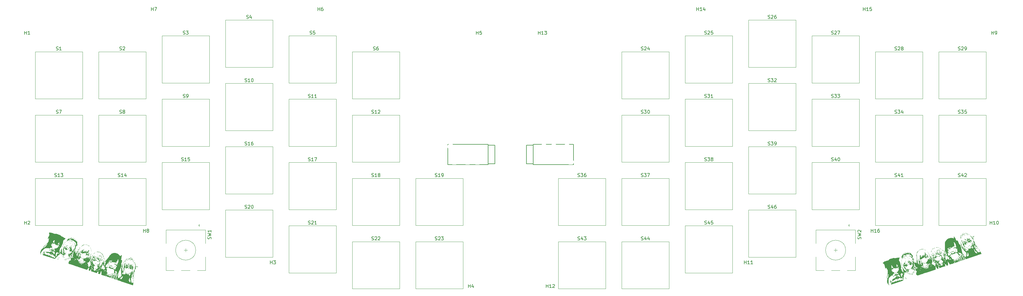
<source format=gto>
G04 #@! TF.GenerationSoftware,KiCad,Pcbnew,7.0.8*
G04 #@! TF.CreationDate,2023-11-24T19:41:04+09:00*
G04 #@! TF.ProjectId,scene46aio,7363656e-6534-4366-9169-6f2e6b696361,rev?*
G04 #@! TF.SameCoordinates,Original*
G04 #@! TF.FileFunction,Legend,Top*
G04 #@! TF.FilePolarity,Positive*
%FSLAX46Y46*%
G04 Gerber Fmt 4.6, Leading zero omitted, Abs format (unit mm)*
G04 Created by KiCad (PCBNEW 7.0.8) date 2023-11-24 19:41:04*
%MOMM*%
%LPD*%
G01*
G04 APERTURE LIST*
%ADD10C,0.150000*%
%ADD11C,0.120000*%
%ADD12C,2.200000*%
%ADD13C,1.750000*%
%ADD14C,4.000000*%
%ADD15C,2.500000*%
%ADD16R,2.000000X2.000000*%
%ADD17C,2.000000*%
%ADD18C,3.200000*%
%ADD19O,2.500000X1.500000*%
%ADD20O,1.500000X2.500000*%
%ADD21O,2.000000X1.600000*%
%ADD22C,0.800000*%
%ADD23R,1.600000X1.600000*%
%ADD24O,1.600000X1.600000*%
G04 APERTURE END LIST*
D10*
X234505655Y-90123569D02*
X234505655Y-89123569D01*
X234505655Y-89599759D02*
X235077083Y-89599759D01*
X235077083Y-90123569D02*
X235077083Y-89123569D01*
X236077083Y-90123569D02*
X235505655Y-90123569D01*
X235791369Y-90123569D02*
X235791369Y-89123569D01*
X235791369Y-89123569D02*
X235696131Y-89266426D01*
X235696131Y-89266426D02*
X235600893Y-89361664D01*
X235600893Y-89361664D02*
X235505655Y-89409283D01*
X236934226Y-89123569D02*
X236743750Y-89123569D01*
X236743750Y-89123569D02*
X236648512Y-89171188D01*
X236648512Y-89171188D02*
X236600893Y-89218807D01*
X236600893Y-89218807D02*
X236505655Y-89361664D01*
X236505655Y-89361664D02*
X236458036Y-89552140D01*
X236458036Y-89552140D02*
X236458036Y-89933092D01*
X236458036Y-89933092D02*
X236505655Y-90028330D01*
X236505655Y-90028330D02*
X236553274Y-90075950D01*
X236553274Y-90075950D02*
X236648512Y-90123569D01*
X236648512Y-90123569D02*
X236838988Y-90123569D01*
X236838988Y-90123569D02*
X236934226Y-90075950D01*
X236934226Y-90075950D02*
X236981845Y-90028330D01*
X236981845Y-90028330D02*
X237029464Y-89933092D01*
X237029464Y-89933092D02*
X237029464Y-89694997D01*
X237029464Y-89694997D02*
X236981845Y-89599759D01*
X236981845Y-89599759D02*
X236934226Y-89552140D01*
X236934226Y-89552140D02*
X236838988Y-89504521D01*
X236838988Y-89504521D02*
X236648512Y-89504521D01*
X236648512Y-89504521D02*
X236553274Y-89552140D01*
X236553274Y-89552140D02*
X236505655Y-89599759D01*
X236505655Y-89599759D02*
X236458036Y-89694997D01*
X232124405Y-23448569D02*
X232124405Y-22448569D01*
X232124405Y-22924759D02*
X232695833Y-22924759D01*
X232695833Y-23448569D02*
X232695833Y-22448569D01*
X233695833Y-23448569D02*
X233124405Y-23448569D01*
X233410119Y-23448569D02*
X233410119Y-22448569D01*
X233410119Y-22448569D02*
X233314881Y-22591426D01*
X233314881Y-22591426D02*
X233219643Y-22686664D01*
X233219643Y-22686664D02*
X233124405Y-22734283D01*
X234600595Y-22448569D02*
X234124405Y-22448569D01*
X234124405Y-22448569D02*
X234076786Y-22924759D01*
X234076786Y-22924759D02*
X234124405Y-22877140D01*
X234124405Y-22877140D02*
X234219643Y-22829521D01*
X234219643Y-22829521D02*
X234457738Y-22829521D01*
X234457738Y-22829521D02*
X234552976Y-22877140D01*
X234552976Y-22877140D02*
X234600595Y-22924759D01*
X234600595Y-22924759D02*
X234648214Y-23019997D01*
X234648214Y-23019997D02*
X234648214Y-23258092D01*
X234648214Y-23258092D02*
X234600595Y-23353330D01*
X234600595Y-23353330D02*
X234552976Y-23400950D01*
X234552976Y-23400950D02*
X234457738Y-23448569D01*
X234457738Y-23448569D02*
X234219643Y-23448569D01*
X234219643Y-23448569D02*
X234124405Y-23400950D01*
X234124405Y-23400950D02*
X234076786Y-23353330D01*
X182118155Y-23448569D02*
X182118155Y-22448569D01*
X182118155Y-22924759D02*
X182689583Y-22924759D01*
X182689583Y-23448569D02*
X182689583Y-22448569D01*
X183689583Y-23448569D02*
X183118155Y-23448569D01*
X183403869Y-23448569D02*
X183403869Y-22448569D01*
X183403869Y-22448569D02*
X183308631Y-22591426D01*
X183308631Y-22591426D02*
X183213393Y-22686664D01*
X183213393Y-22686664D02*
X183118155Y-22734283D01*
X184546726Y-22781902D02*
X184546726Y-23448569D01*
X184308631Y-22400950D02*
X184070536Y-23115235D01*
X184070536Y-23115235D02*
X184689583Y-23115235D01*
X134493155Y-30592319D02*
X134493155Y-29592319D01*
X134493155Y-30068509D02*
X135064583Y-30068509D01*
X135064583Y-30592319D02*
X135064583Y-29592319D01*
X136064583Y-30592319D02*
X135493155Y-30592319D01*
X135778869Y-30592319D02*
X135778869Y-29592319D01*
X135778869Y-29592319D02*
X135683631Y-29735176D01*
X135683631Y-29735176D02*
X135588393Y-29830414D01*
X135588393Y-29830414D02*
X135493155Y-29878033D01*
X136397917Y-29592319D02*
X137016964Y-29592319D01*
X137016964Y-29592319D02*
X136683631Y-29973271D01*
X136683631Y-29973271D02*
X136826488Y-29973271D01*
X136826488Y-29973271D02*
X136921726Y-30020890D01*
X136921726Y-30020890D02*
X136969345Y-30068509D01*
X136969345Y-30068509D02*
X137016964Y-30163747D01*
X137016964Y-30163747D02*
X137016964Y-30401842D01*
X137016964Y-30401842D02*
X136969345Y-30497080D01*
X136969345Y-30497080D02*
X136921726Y-30544700D01*
X136921726Y-30544700D02*
X136826488Y-30592319D01*
X136826488Y-30592319D02*
X136540774Y-30592319D01*
X136540774Y-30592319D02*
X136445536Y-30544700D01*
X136445536Y-30544700D02*
X136397917Y-30497080D01*
X136874405Y-106792319D02*
X136874405Y-105792319D01*
X136874405Y-106268509D02*
X137445833Y-106268509D01*
X137445833Y-106792319D02*
X137445833Y-105792319D01*
X138445833Y-106792319D02*
X137874405Y-106792319D01*
X138160119Y-106792319D02*
X138160119Y-105792319D01*
X138160119Y-105792319D02*
X138064881Y-105935176D01*
X138064881Y-105935176D02*
X137969643Y-106030414D01*
X137969643Y-106030414D02*
X137874405Y-106078033D01*
X138826786Y-105887557D02*
X138874405Y-105839938D01*
X138874405Y-105839938D02*
X138969643Y-105792319D01*
X138969643Y-105792319D02*
X139207738Y-105792319D01*
X139207738Y-105792319D02*
X139302976Y-105839938D01*
X139302976Y-105839938D02*
X139350595Y-105887557D01*
X139350595Y-105887557D02*
X139398214Y-105982795D01*
X139398214Y-105982795D02*
X139398214Y-106078033D01*
X139398214Y-106078033D02*
X139350595Y-106220890D01*
X139350595Y-106220890D02*
X138779167Y-106792319D01*
X138779167Y-106792319D02*
X139398214Y-106792319D01*
X196405655Y-99648569D02*
X196405655Y-98648569D01*
X196405655Y-99124759D02*
X196977083Y-99124759D01*
X196977083Y-99648569D02*
X196977083Y-98648569D01*
X197977083Y-99648569D02*
X197405655Y-99648569D01*
X197691369Y-99648569D02*
X197691369Y-98648569D01*
X197691369Y-98648569D02*
X197596131Y-98791426D01*
X197596131Y-98791426D02*
X197500893Y-98886664D01*
X197500893Y-98886664D02*
X197405655Y-98934283D01*
X198929464Y-99648569D02*
X198358036Y-99648569D01*
X198643750Y-99648569D02*
X198643750Y-98648569D01*
X198643750Y-98648569D02*
X198548512Y-98791426D01*
X198548512Y-98791426D02*
X198453274Y-98886664D01*
X198453274Y-98886664D02*
X198358036Y-98934283D01*
X270224405Y-87742319D02*
X270224405Y-86742319D01*
X270224405Y-87218509D02*
X270795833Y-87218509D01*
X270795833Y-87742319D02*
X270795833Y-86742319D01*
X271795833Y-87742319D02*
X271224405Y-87742319D01*
X271510119Y-87742319D02*
X271510119Y-86742319D01*
X271510119Y-86742319D02*
X271414881Y-86885176D01*
X271414881Y-86885176D02*
X271319643Y-86980414D01*
X271319643Y-86980414D02*
X271224405Y-87028033D01*
X272414881Y-86742319D02*
X272510119Y-86742319D01*
X272510119Y-86742319D02*
X272605357Y-86789938D01*
X272605357Y-86789938D02*
X272652976Y-86837557D01*
X272652976Y-86837557D02*
X272700595Y-86932795D01*
X272700595Y-86932795D02*
X272748214Y-87123271D01*
X272748214Y-87123271D02*
X272748214Y-87361366D01*
X272748214Y-87361366D02*
X272700595Y-87551842D01*
X272700595Y-87551842D02*
X272652976Y-87647080D01*
X272652976Y-87647080D02*
X272605357Y-87694700D01*
X272605357Y-87694700D02*
X272510119Y-87742319D01*
X272510119Y-87742319D02*
X272414881Y-87742319D01*
X272414881Y-87742319D02*
X272319643Y-87694700D01*
X272319643Y-87694700D02*
X272272024Y-87647080D01*
X272272024Y-87647080D02*
X272224405Y-87551842D01*
X272224405Y-87551842D02*
X272176786Y-87361366D01*
X272176786Y-87361366D02*
X272176786Y-87123271D01*
X272176786Y-87123271D02*
X272224405Y-86932795D01*
X272224405Y-86932795D02*
X272272024Y-86837557D01*
X272272024Y-86837557D02*
X272319643Y-86789938D01*
X272319643Y-86789938D02*
X272414881Y-86742319D01*
X270700595Y-30592319D02*
X270700595Y-29592319D01*
X270700595Y-30068509D02*
X271272023Y-30068509D01*
X271272023Y-30592319D02*
X271272023Y-29592319D01*
X271795833Y-30592319D02*
X271986309Y-30592319D01*
X271986309Y-30592319D02*
X272081547Y-30544700D01*
X272081547Y-30544700D02*
X272129166Y-30497080D01*
X272129166Y-30497080D02*
X272224404Y-30354223D01*
X272224404Y-30354223D02*
X272272023Y-30163747D01*
X272272023Y-30163747D02*
X272272023Y-29782795D01*
X272272023Y-29782795D02*
X272224404Y-29687557D01*
X272224404Y-29687557D02*
X272176785Y-29639938D01*
X272176785Y-29639938D02*
X272081547Y-29592319D01*
X272081547Y-29592319D02*
X271891071Y-29592319D01*
X271891071Y-29592319D02*
X271795833Y-29639938D01*
X271795833Y-29639938D02*
X271748214Y-29687557D01*
X271748214Y-29687557D02*
X271700595Y-29782795D01*
X271700595Y-29782795D02*
X271700595Y-30020890D01*
X271700595Y-30020890D02*
X271748214Y-30116128D01*
X271748214Y-30116128D02*
X271795833Y-30163747D01*
X271795833Y-30163747D02*
X271891071Y-30211366D01*
X271891071Y-30211366D02*
X272081547Y-30211366D01*
X272081547Y-30211366D02*
X272176785Y-30163747D01*
X272176785Y-30163747D02*
X272224404Y-30116128D01*
X272224404Y-30116128D02*
X272272023Y-30020890D01*
X15906845Y-90123569D02*
X15906845Y-89123569D01*
X15906845Y-89599759D02*
X16478273Y-89599759D01*
X16478273Y-90123569D02*
X16478273Y-89123569D01*
X17097321Y-89552140D02*
X17002083Y-89504521D01*
X17002083Y-89504521D02*
X16954464Y-89456902D01*
X16954464Y-89456902D02*
X16906845Y-89361664D01*
X16906845Y-89361664D02*
X16906845Y-89314045D01*
X16906845Y-89314045D02*
X16954464Y-89218807D01*
X16954464Y-89218807D02*
X17002083Y-89171188D01*
X17002083Y-89171188D02*
X17097321Y-89123569D01*
X17097321Y-89123569D02*
X17287797Y-89123569D01*
X17287797Y-89123569D02*
X17383035Y-89171188D01*
X17383035Y-89171188D02*
X17430654Y-89218807D01*
X17430654Y-89218807D02*
X17478273Y-89314045D01*
X17478273Y-89314045D02*
X17478273Y-89361664D01*
X17478273Y-89361664D02*
X17430654Y-89456902D01*
X17430654Y-89456902D02*
X17383035Y-89504521D01*
X17383035Y-89504521D02*
X17287797Y-89552140D01*
X17287797Y-89552140D02*
X17097321Y-89552140D01*
X17097321Y-89552140D02*
X17002083Y-89599759D01*
X17002083Y-89599759D02*
X16954464Y-89647378D01*
X16954464Y-89647378D02*
X16906845Y-89742616D01*
X16906845Y-89742616D02*
X16906845Y-89933092D01*
X16906845Y-89933092D02*
X16954464Y-90028330D01*
X16954464Y-90028330D02*
X17002083Y-90075950D01*
X17002083Y-90075950D02*
X17097321Y-90123569D01*
X17097321Y-90123569D02*
X17287797Y-90123569D01*
X17287797Y-90123569D02*
X17383035Y-90075950D01*
X17383035Y-90075950D02*
X17430654Y-90028330D01*
X17430654Y-90028330D02*
X17478273Y-89933092D01*
X17478273Y-89933092D02*
X17478273Y-89742616D01*
X17478273Y-89742616D02*
X17430654Y-89647378D01*
X17430654Y-89647378D02*
X17383035Y-89599759D01*
X17383035Y-89599759D02*
X17287797Y-89552140D01*
X18288095Y-23448569D02*
X18288095Y-22448569D01*
X18288095Y-22924759D02*
X18859523Y-22924759D01*
X18859523Y-23448569D02*
X18859523Y-22448569D01*
X19240476Y-22448569D02*
X19907142Y-22448569D01*
X19907142Y-22448569D02*
X19478571Y-23448569D01*
X68294345Y-23448569D02*
X68294345Y-22448569D01*
X68294345Y-22924759D02*
X68865773Y-22924759D01*
X68865773Y-23448569D02*
X68865773Y-22448569D01*
X69770535Y-22448569D02*
X69580059Y-22448569D01*
X69580059Y-22448569D02*
X69484821Y-22496188D01*
X69484821Y-22496188D02*
X69437202Y-22543807D01*
X69437202Y-22543807D02*
X69341964Y-22686664D01*
X69341964Y-22686664D02*
X69294345Y-22877140D01*
X69294345Y-22877140D02*
X69294345Y-23258092D01*
X69294345Y-23258092D02*
X69341964Y-23353330D01*
X69341964Y-23353330D02*
X69389583Y-23400950D01*
X69389583Y-23400950D02*
X69484821Y-23448569D01*
X69484821Y-23448569D02*
X69675297Y-23448569D01*
X69675297Y-23448569D02*
X69770535Y-23400950D01*
X69770535Y-23400950D02*
X69818154Y-23353330D01*
X69818154Y-23353330D02*
X69865773Y-23258092D01*
X69865773Y-23258092D02*
X69865773Y-23019997D01*
X69865773Y-23019997D02*
X69818154Y-22924759D01*
X69818154Y-22924759D02*
X69770535Y-22877140D01*
X69770535Y-22877140D02*
X69675297Y-22829521D01*
X69675297Y-22829521D02*
X69484821Y-22829521D01*
X69484821Y-22829521D02*
X69389583Y-22877140D01*
X69389583Y-22877140D02*
X69341964Y-22924759D01*
X69341964Y-22924759D02*
X69294345Y-23019997D01*
X115919345Y-30592319D02*
X115919345Y-29592319D01*
X115919345Y-30068509D02*
X116490773Y-30068509D01*
X116490773Y-30592319D02*
X116490773Y-29592319D01*
X117443154Y-29592319D02*
X116966964Y-29592319D01*
X116966964Y-29592319D02*
X116919345Y-30068509D01*
X116919345Y-30068509D02*
X116966964Y-30020890D01*
X116966964Y-30020890D02*
X117062202Y-29973271D01*
X117062202Y-29973271D02*
X117300297Y-29973271D01*
X117300297Y-29973271D02*
X117395535Y-30020890D01*
X117395535Y-30020890D02*
X117443154Y-30068509D01*
X117443154Y-30068509D02*
X117490773Y-30163747D01*
X117490773Y-30163747D02*
X117490773Y-30401842D01*
X117490773Y-30401842D02*
X117443154Y-30497080D01*
X117443154Y-30497080D02*
X117395535Y-30544700D01*
X117395535Y-30544700D02*
X117300297Y-30592319D01*
X117300297Y-30592319D02*
X117062202Y-30592319D01*
X117062202Y-30592319D02*
X116966964Y-30544700D01*
X116966964Y-30544700D02*
X116919345Y-30497080D01*
X113538095Y-106792319D02*
X113538095Y-105792319D01*
X113538095Y-106268509D02*
X114109523Y-106268509D01*
X114109523Y-106792319D02*
X114109523Y-105792319D01*
X115014285Y-106125652D02*
X115014285Y-106792319D01*
X114776190Y-105744700D02*
X114538095Y-106458985D01*
X114538095Y-106458985D02*
X115157142Y-106458985D01*
X54006845Y-99648569D02*
X54006845Y-98648569D01*
X54006845Y-99124759D02*
X54578273Y-99124759D01*
X54578273Y-99648569D02*
X54578273Y-98648569D01*
X54959226Y-98648569D02*
X55578273Y-98648569D01*
X55578273Y-98648569D02*
X55244940Y-99029521D01*
X55244940Y-99029521D02*
X55387797Y-99029521D01*
X55387797Y-99029521D02*
X55483035Y-99077140D01*
X55483035Y-99077140D02*
X55530654Y-99124759D01*
X55530654Y-99124759D02*
X55578273Y-99219997D01*
X55578273Y-99219997D02*
X55578273Y-99458092D01*
X55578273Y-99458092D02*
X55530654Y-99553330D01*
X55530654Y-99553330D02*
X55483035Y-99600950D01*
X55483035Y-99600950D02*
X55387797Y-99648569D01*
X55387797Y-99648569D02*
X55102083Y-99648569D01*
X55102083Y-99648569D02*
X55006845Y-99600950D01*
X55006845Y-99600950D02*
X54959226Y-99553330D01*
X-19811904Y-87742319D02*
X-19811904Y-86742319D01*
X-19811904Y-87218509D02*
X-19240476Y-87218509D01*
X-19240476Y-87742319D02*
X-19240476Y-86742319D01*
X-18811904Y-86837557D02*
X-18764285Y-86789938D01*
X-18764285Y-86789938D02*
X-18669047Y-86742319D01*
X-18669047Y-86742319D02*
X-18430952Y-86742319D01*
X-18430952Y-86742319D02*
X-18335714Y-86789938D01*
X-18335714Y-86789938D02*
X-18288095Y-86837557D01*
X-18288095Y-86837557D02*
X-18240476Y-86932795D01*
X-18240476Y-86932795D02*
X-18240476Y-87028033D01*
X-18240476Y-87028033D02*
X-18288095Y-87170890D01*
X-18288095Y-87170890D02*
X-18859523Y-87742319D01*
X-18859523Y-87742319D02*
X-18240476Y-87742319D01*
X-19811904Y-30592319D02*
X-19811904Y-29592319D01*
X-19811904Y-30068509D02*
X-19240476Y-30068509D01*
X-19240476Y-30592319D02*
X-19240476Y-29592319D01*
X-18240476Y-30592319D02*
X-18811904Y-30592319D01*
X-18526190Y-30592319D02*
X-18526190Y-29592319D01*
X-18526190Y-29592319D02*
X-18621428Y-29735176D01*
X-18621428Y-29735176D02*
X-18716666Y-29830414D01*
X-18716666Y-29830414D02*
X-18811904Y-29878033D01*
X84486905Y-73369700D02*
X84629762Y-73417319D01*
X84629762Y-73417319D02*
X84867857Y-73417319D01*
X84867857Y-73417319D02*
X84963095Y-73369700D01*
X84963095Y-73369700D02*
X85010714Y-73322080D01*
X85010714Y-73322080D02*
X85058333Y-73226842D01*
X85058333Y-73226842D02*
X85058333Y-73131604D01*
X85058333Y-73131604D02*
X85010714Y-73036366D01*
X85010714Y-73036366D02*
X84963095Y-72988747D01*
X84963095Y-72988747D02*
X84867857Y-72941128D01*
X84867857Y-72941128D02*
X84677381Y-72893509D01*
X84677381Y-72893509D02*
X84582143Y-72845890D01*
X84582143Y-72845890D02*
X84534524Y-72798271D01*
X84534524Y-72798271D02*
X84486905Y-72703033D01*
X84486905Y-72703033D02*
X84486905Y-72607795D01*
X84486905Y-72607795D02*
X84534524Y-72512557D01*
X84534524Y-72512557D02*
X84582143Y-72464938D01*
X84582143Y-72464938D02*
X84677381Y-72417319D01*
X84677381Y-72417319D02*
X84915476Y-72417319D01*
X84915476Y-72417319D02*
X85058333Y-72464938D01*
X86010714Y-73417319D02*
X85439286Y-73417319D01*
X85725000Y-73417319D02*
X85725000Y-72417319D01*
X85725000Y-72417319D02*
X85629762Y-72560176D01*
X85629762Y-72560176D02*
X85534524Y-72655414D01*
X85534524Y-72655414D02*
X85439286Y-72703033D01*
X86582143Y-72845890D02*
X86486905Y-72798271D01*
X86486905Y-72798271D02*
X86439286Y-72750652D01*
X86439286Y-72750652D02*
X86391667Y-72655414D01*
X86391667Y-72655414D02*
X86391667Y-72607795D01*
X86391667Y-72607795D02*
X86439286Y-72512557D01*
X86439286Y-72512557D02*
X86486905Y-72464938D01*
X86486905Y-72464938D02*
X86582143Y-72417319D01*
X86582143Y-72417319D02*
X86772619Y-72417319D01*
X86772619Y-72417319D02*
X86867857Y-72464938D01*
X86867857Y-72464938D02*
X86915476Y-72512557D01*
X86915476Y-72512557D02*
X86963095Y-72607795D01*
X86963095Y-72607795D02*
X86963095Y-72655414D01*
X86963095Y-72655414D02*
X86915476Y-72750652D01*
X86915476Y-72750652D02*
X86867857Y-72798271D01*
X86867857Y-72798271D02*
X86772619Y-72845890D01*
X86772619Y-72845890D02*
X86582143Y-72845890D01*
X86582143Y-72845890D02*
X86486905Y-72893509D01*
X86486905Y-72893509D02*
X86439286Y-72941128D01*
X86439286Y-72941128D02*
X86391667Y-73036366D01*
X86391667Y-73036366D02*
X86391667Y-73226842D01*
X86391667Y-73226842D02*
X86439286Y-73322080D01*
X86439286Y-73322080D02*
X86486905Y-73369700D01*
X86486905Y-73369700D02*
X86582143Y-73417319D01*
X86582143Y-73417319D02*
X86772619Y-73417319D01*
X86772619Y-73417319D02*
X86867857Y-73369700D01*
X86867857Y-73369700D02*
X86915476Y-73322080D01*
X86915476Y-73322080D02*
X86963095Y-73226842D01*
X86963095Y-73226842D02*
X86963095Y-73036366D01*
X86963095Y-73036366D02*
X86915476Y-72941128D01*
X86915476Y-72941128D02*
X86867857Y-72893509D01*
X86867857Y-72893509D02*
X86772619Y-72845890D01*
X46386905Y-82894700D02*
X46529762Y-82942319D01*
X46529762Y-82942319D02*
X46767857Y-82942319D01*
X46767857Y-82942319D02*
X46863095Y-82894700D01*
X46863095Y-82894700D02*
X46910714Y-82847080D01*
X46910714Y-82847080D02*
X46958333Y-82751842D01*
X46958333Y-82751842D02*
X46958333Y-82656604D01*
X46958333Y-82656604D02*
X46910714Y-82561366D01*
X46910714Y-82561366D02*
X46863095Y-82513747D01*
X46863095Y-82513747D02*
X46767857Y-82466128D01*
X46767857Y-82466128D02*
X46577381Y-82418509D01*
X46577381Y-82418509D02*
X46482143Y-82370890D01*
X46482143Y-82370890D02*
X46434524Y-82323271D01*
X46434524Y-82323271D02*
X46386905Y-82228033D01*
X46386905Y-82228033D02*
X46386905Y-82132795D01*
X46386905Y-82132795D02*
X46434524Y-82037557D01*
X46434524Y-82037557D02*
X46482143Y-81989938D01*
X46482143Y-81989938D02*
X46577381Y-81942319D01*
X46577381Y-81942319D02*
X46815476Y-81942319D01*
X46815476Y-81942319D02*
X46958333Y-81989938D01*
X47339286Y-82037557D02*
X47386905Y-81989938D01*
X47386905Y-81989938D02*
X47482143Y-81942319D01*
X47482143Y-81942319D02*
X47720238Y-81942319D01*
X47720238Y-81942319D02*
X47815476Y-81989938D01*
X47815476Y-81989938D02*
X47863095Y-82037557D01*
X47863095Y-82037557D02*
X47910714Y-82132795D01*
X47910714Y-82132795D02*
X47910714Y-82228033D01*
X47910714Y-82228033D02*
X47863095Y-82370890D01*
X47863095Y-82370890D02*
X47291667Y-82942319D01*
X47291667Y-82942319D02*
X47910714Y-82942319D01*
X48529762Y-81942319D02*
X48625000Y-81942319D01*
X48625000Y-81942319D02*
X48720238Y-81989938D01*
X48720238Y-81989938D02*
X48767857Y-82037557D01*
X48767857Y-82037557D02*
X48815476Y-82132795D01*
X48815476Y-82132795D02*
X48863095Y-82323271D01*
X48863095Y-82323271D02*
X48863095Y-82561366D01*
X48863095Y-82561366D02*
X48815476Y-82751842D01*
X48815476Y-82751842D02*
X48767857Y-82847080D01*
X48767857Y-82847080D02*
X48720238Y-82894700D01*
X48720238Y-82894700D02*
X48625000Y-82942319D01*
X48625000Y-82942319D02*
X48529762Y-82942319D01*
X48529762Y-82942319D02*
X48434524Y-82894700D01*
X48434524Y-82894700D02*
X48386905Y-82847080D01*
X48386905Y-82847080D02*
X48339286Y-82751842D01*
X48339286Y-82751842D02*
X48291667Y-82561366D01*
X48291667Y-82561366D02*
X48291667Y-82323271D01*
X48291667Y-82323271D02*
X48339286Y-82132795D01*
X48339286Y-82132795D02*
X48386905Y-82037557D01*
X48386905Y-82037557D02*
X48434524Y-81989938D01*
X48434524Y-81989938D02*
X48529762Y-81942319D01*
X46386905Y-63844700D02*
X46529762Y-63892319D01*
X46529762Y-63892319D02*
X46767857Y-63892319D01*
X46767857Y-63892319D02*
X46863095Y-63844700D01*
X46863095Y-63844700D02*
X46910714Y-63797080D01*
X46910714Y-63797080D02*
X46958333Y-63701842D01*
X46958333Y-63701842D02*
X46958333Y-63606604D01*
X46958333Y-63606604D02*
X46910714Y-63511366D01*
X46910714Y-63511366D02*
X46863095Y-63463747D01*
X46863095Y-63463747D02*
X46767857Y-63416128D01*
X46767857Y-63416128D02*
X46577381Y-63368509D01*
X46577381Y-63368509D02*
X46482143Y-63320890D01*
X46482143Y-63320890D02*
X46434524Y-63273271D01*
X46434524Y-63273271D02*
X46386905Y-63178033D01*
X46386905Y-63178033D02*
X46386905Y-63082795D01*
X46386905Y-63082795D02*
X46434524Y-62987557D01*
X46434524Y-62987557D02*
X46482143Y-62939938D01*
X46482143Y-62939938D02*
X46577381Y-62892319D01*
X46577381Y-62892319D02*
X46815476Y-62892319D01*
X46815476Y-62892319D02*
X46958333Y-62939938D01*
X47910714Y-63892319D02*
X47339286Y-63892319D01*
X47625000Y-63892319D02*
X47625000Y-62892319D01*
X47625000Y-62892319D02*
X47529762Y-63035176D01*
X47529762Y-63035176D02*
X47434524Y-63130414D01*
X47434524Y-63130414D02*
X47339286Y-63178033D01*
X48767857Y-62892319D02*
X48577381Y-62892319D01*
X48577381Y-62892319D02*
X48482143Y-62939938D01*
X48482143Y-62939938D02*
X48434524Y-62987557D01*
X48434524Y-62987557D02*
X48339286Y-63130414D01*
X48339286Y-63130414D02*
X48291667Y-63320890D01*
X48291667Y-63320890D02*
X48291667Y-63701842D01*
X48291667Y-63701842D02*
X48339286Y-63797080D01*
X48339286Y-63797080D02*
X48386905Y-63844700D01*
X48386905Y-63844700D02*
X48482143Y-63892319D01*
X48482143Y-63892319D02*
X48672619Y-63892319D01*
X48672619Y-63892319D02*
X48767857Y-63844700D01*
X48767857Y-63844700D02*
X48815476Y-63797080D01*
X48815476Y-63797080D02*
X48863095Y-63701842D01*
X48863095Y-63701842D02*
X48863095Y-63463747D01*
X48863095Y-63463747D02*
X48815476Y-63368509D01*
X48815476Y-63368509D02*
X48767857Y-63320890D01*
X48767857Y-63320890D02*
X48672619Y-63273271D01*
X48672619Y-63273271D02*
X48482143Y-63273271D01*
X48482143Y-63273271D02*
X48386905Y-63320890D01*
X48386905Y-63320890D02*
X48339286Y-63368509D01*
X48339286Y-63368509D02*
X48291667Y-63463747D01*
X36182200Y-92133332D02*
X36229819Y-91990475D01*
X36229819Y-91990475D02*
X36229819Y-91752380D01*
X36229819Y-91752380D02*
X36182200Y-91657142D01*
X36182200Y-91657142D02*
X36134580Y-91609523D01*
X36134580Y-91609523D02*
X36039342Y-91561904D01*
X36039342Y-91561904D02*
X35944104Y-91561904D01*
X35944104Y-91561904D02*
X35848866Y-91609523D01*
X35848866Y-91609523D02*
X35801247Y-91657142D01*
X35801247Y-91657142D02*
X35753628Y-91752380D01*
X35753628Y-91752380D02*
X35706009Y-91942856D01*
X35706009Y-91942856D02*
X35658390Y-92038094D01*
X35658390Y-92038094D02*
X35610771Y-92085713D01*
X35610771Y-92085713D02*
X35515533Y-92133332D01*
X35515533Y-92133332D02*
X35420295Y-92133332D01*
X35420295Y-92133332D02*
X35325057Y-92085713D01*
X35325057Y-92085713D02*
X35277438Y-92038094D01*
X35277438Y-92038094D02*
X35229819Y-91942856D01*
X35229819Y-91942856D02*
X35229819Y-91704761D01*
X35229819Y-91704761D02*
X35277438Y-91561904D01*
X35229819Y-91228570D02*
X36229819Y-90990475D01*
X36229819Y-90990475D02*
X35515533Y-90799999D01*
X35515533Y-90799999D02*
X36229819Y-90609523D01*
X36229819Y-90609523D02*
X35229819Y-90371428D01*
X36229819Y-89466666D02*
X36229819Y-90038094D01*
X36229819Y-89752380D02*
X35229819Y-89752380D01*
X35229819Y-89752380D02*
X35372676Y-89847618D01*
X35372676Y-89847618D02*
X35467914Y-89942856D01*
X35467914Y-89942856D02*
X35515533Y-90038094D01*
X222599405Y-49557200D02*
X222742262Y-49604819D01*
X222742262Y-49604819D02*
X222980357Y-49604819D01*
X222980357Y-49604819D02*
X223075595Y-49557200D01*
X223075595Y-49557200D02*
X223123214Y-49509580D01*
X223123214Y-49509580D02*
X223170833Y-49414342D01*
X223170833Y-49414342D02*
X223170833Y-49319104D01*
X223170833Y-49319104D02*
X223123214Y-49223866D01*
X223123214Y-49223866D02*
X223075595Y-49176247D01*
X223075595Y-49176247D02*
X222980357Y-49128628D01*
X222980357Y-49128628D02*
X222789881Y-49081009D01*
X222789881Y-49081009D02*
X222694643Y-49033390D01*
X222694643Y-49033390D02*
X222647024Y-48985771D01*
X222647024Y-48985771D02*
X222599405Y-48890533D01*
X222599405Y-48890533D02*
X222599405Y-48795295D01*
X222599405Y-48795295D02*
X222647024Y-48700057D01*
X222647024Y-48700057D02*
X222694643Y-48652438D01*
X222694643Y-48652438D02*
X222789881Y-48604819D01*
X222789881Y-48604819D02*
X223027976Y-48604819D01*
X223027976Y-48604819D02*
X223170833Y-48652438D01*
X223504167Y-48604819D02*
X224123214Y-48604819D01*
X224123214Y-48604819D02*
X223789881Y-48985771D01*
X223789881Y-48985771D02*
X223932738Y-48985771D01*
X223932738Y-48985771D02*
X224027976Y-49033390D01*
X224027976Y-49033390D02*
X224075595Y-49081009D01*
X224075595Y-49081009D02*
X224123214Y-49176247D01*
X224123214Y-49176247D02*
X224123214Y-49414342D01*
X224123214Y-49414342D02*
X224075595Y-49509580D01*
X224075595Y-49509580D02*
X224027976Y-49557200D01*
X224027976Y-49557200D02*
X223932738Y-49604819D01*
X223932738Y-49604819D02*
X223647024Y-49604819D01*
X223647024Y-49604819D02*
X223551786Y-49557200D01*
X223551786Y-49557200D02*
X223504167Y-49509580D01*
X224456548Y-48604819D02*
X225075595Y-48604819D01*
X225075595Y-48604819D02*
X224742262Y-48985771D01*
X224742262Y-48985771D02*
X224885119Y-48985771D01*
X224885119Y-48985771D02*
X224980357Y-49033390D01*
X224980357Y-49033390D02*
X225027976Y-49081009D01*
X225027976Y-49081009D02*
X225075595Y-49176247D01*
X225075595Y-49176247D02*
X225075595Y-49414342D01*
X225075595Y-49414342D02*
X225027976Y-49509580D01*
X225027976Y-49509580D02*
X224980357Y-49557200D01*
X224980357Y-49557200D02*
X224885119Y-49604819D01*
X224885119Y-49604819D02*
X224599405Y-49604819D01*
X224599405Y-49604819D02*
X224504167Y-49557200D01*
X224504167Y-49557200D02*
X224456548Y-49509580D01*
X222599405Y-68607200D02*
X222742262Y-68654819D01*
X222742262Y-68654819D02*
X222980357Y-68654819D01*
X222980357Y-68654819D02*
X223075595Y-68607200D01*
X223075595Y-68607200D02*
X223123214Y-68559580D01*
X223123214Y-68559580D02*
X223170833Y-68464342D01*
X223170833Y-68464342D02*
X223170833Y-68369104D01*
X223170833Y-68369104D02*
X223123214Y-68273866D01*
X223123214Y-68273866D02*
X223075595Y-68226247D01*
X223075595Y-68226247D02*
X222980357Y-68178628D01*
X222980357Y-68178628D02*
X222789881Y-68131009D01*
X222789881Y-68131009D02*
X222694643Y-68083390D01*
X222694643Y-68083390D02*
X222647024Y-68035771D01*
X222647024Y-68035771D02*
X222599405Y-67940533D01*
X222599405Y-67940533D02*
X222599405Y-67845295D01*
X222599405Y-67845295D02*
X222647024Y-67750057D01*
X222647024Y-67750057D02*
X222694643Y-67702438D01*
X222694643Y-67702438D02*
X222789881Y-67654819D01*
X222789881Y-67654819D02*
X223027976Y-67654819D01*
X223027976Y-67654819D02*
X223170833Y-67702438D01*
X224027976Y-67988152D02*
X224027976Y-68654819D01*
X223789881Y-67607200D02*
X223551786Y-68321485D01*
X223551786Y-68321485D02*
X224170833Y-68321485D01*
X224742262Y-67654819D02*
X224837500Y-67654819D01*
X224837500Y-67654819D02*
X224932738Y-67702438D01*
X224932738Y-67702438D02*
X224980357Y-67750057D01*
X224980357Y-67750057D02*
X225027976Y-67845295D01*
X225027976Y-67845295D02*
X225075595Y-68035771D01*
X225075595Y-68035771D02*
X225075595Y-68273866D01*
X225075595Y-68273866D02*
X225027976Y-68464342D01*
X225027976Y-68464342D02*
X224980357Y-68559580D01*
X224980357Y-68559580D02*
X224932738Y-68607200D01*
X224932738Y-68607200D02*
X224837500Y-68654819D01*
X224837500Y-68654819D02*
X224742262Y-68654819D01*
X224742262Y-68654819D02*
X224647024Y-68607200D01*
X224647024Y-68607200D02*
X224599405Y-68559580D01*
X224599405Y-68559580D02*
X224551786Y-68464342D01*
X224551786Y-68464342D02*
X224504167Y-68273866D01*
X224504167Y-68273866D02*
X224504167Y-68035771D01*
X224504167Y-68035771D02*
X224551786Y-67845295D01*
X224551786Y-67845295D02*
X224599405Y-67750057D01*
X224599405Y-67750057D02*
X224647024Y-67702438D01*
X224647024Y-67702438D02*
X224742262Y-67654819D01*
X8763095Y-54319700D02*
X8905952Y-54367319D01*
X8905952Y-54367319D02*
X9144047Y-54367319D01*
X9144047Y-54367319D02*
X9239285Y-54319700D01*
X9239285Y-54319700D02*
X9286904Y-54272080D01*
X9286904Y-54272080D02*
X9334523Y-54176842D01*
X9334523Y-54176842D02*
X9334523Y-54081604D01*
X9334523Y-54081604D02*
X9286904Y-53986366D01*
X9286904Y-53986366D02*
X9239285Y-53938747D01*
X9239285Y-53938747D02*
X9144047Y-53891128D01*
X9144047Y-53891128D02*
X8953571Y-53843509D01*
X8953571Y-53843509D02*
X8858333Y-53795890D01*
X8858333Y-53795890D02*
X8810714Y-53748271D01*
X8810714Y-53748271D02*
X8763095Y-53653033D01*
X8763095Y-53653033D02*
X8763095Y-53557795D01*
X8763095Y-53557795D02*
X8810714Y-53462557D01*
X8810714Y-53462557D02*
X8858333Y-53414938D01*
X8858333Y-53414938D02*
X8953571Y-53367319D01*
X8953571Y-53367319D02*
X9191666Y-53367319D01*
X9191666Y-53367319D02*
X9334523Y-53414938D01*
X9905952Y-53795890D02*
X9810714Y-53748271D01*
X9810714Y-53748271D02*
X9763095Y-53700652D01*
X9763095Y-53700652D02*
X9715476Y-53605414D01*
X9715476Y-53605414D02*
X9715476Y-53557795D01*
X9715476Y-53557795D02*
X9763095Y-53462557D01*
X9763095Y-53462557D02*
X9810714Y-53414938D01*
X9810714Y-53414938D02*
X9905952Y-53367319D01*
X9905952Y-53367319D02*
X10096428Y-53367319D01*
X10096428Y-53367319D02*
X10191666Y-53414938D01*
X10191666Y-53414938D02*
X10239285Y-53462557D01*
X10239285Y-53462557D02*
X10286904Y-53557795D01*
X10286904Y-53557795D02*
X10286904Y-53605414D01*
X10286904Y-53605414D02*
X10239285Y-53700652D01*
X10239285Y-53700652D02*
X10191666Y-53748271D01*
X10191666Y-53748271D02*
X10096428Y-53795890D01*
X10096428Y-53795890D02*
X9905952Y-53795890D01*
X9905952Y-53795890D02*
X9810714Y-53843509D01*
X9810714Y-53843509D02*
X9763095Y-53891128D01*
X9763095Y-53891128D02*
X9715476Y-53986366D01*
X9715476Y-53986366D02*
X9715476Y-54176842D01*
X9715476Y-54176842D02*
X9763095Y-54272080D01*
X9763095Y-54272080D02*
X9810714Y-54319700D01*
X9810714Y-54319700D02*
X9905952Y-54367319D01*
X9905952Y-54367319D02*
X10096428Y-54367319D01*
X10096428Y-54367319D02*
X10191666Y-54319700D01*
X10191666Y-54319700D02*
X10239285Y-54272080D01*
X10239285Y-54272080D02*
X10286904Y-54176842D01*
X10286904Y-54176842D02*
X10286904Y-53986366D01*
X10286904Y-53986366D02*
X10239285Y-53891128D01*
X10239285Y-53891128D02*
X10191666Y-53843509D01*
X10191666Y-53843509D02*
X10096428Y-53795890D01*
X46863095Y-25744700D02*
X47005952Y-25792319D01*
X47005952Y-25792319D02*
X47244047Y-25792319D01*
X47244047Y-25792319D02*
X47339285Y-25744700D01*
X47339285Y-25744700D02*
X47386904Y-25697080D01*
X47386904Y-25697080D02*
X47434523Y-25601842D01*
X47434523Y-25601842D02*
X47434523Y-25506604D01*
X47434523Y-25506604D02*
X47386904Y-25411366D01*
X47386904Y-25411366D02*
X47339285Y-25363747D01*
X47339285Y-25363747D02*
X47244047Y-25316128D01*
X47244047Y-25316128D02*
X47053571Y-25268509D01*
X47053571Y-25268509D02*
X46958333Y-25220890D01*
X46958333Y-25220890D02*
X46910714Y-25173271D01*
X46910714Y-25173271D02*
X46863095Y-25078033D01*
X46863095Y-25078033D02*
X46863095Y-24982795D01*
X46863095Y-24982795D02*
X46910714Y-24887557D01*
X46910714Y-24887557D02*
X46958333Y-24839938D01*
X46958333Y-24839938D02*
X47053571Y-24792319D01*
X47053571Y-24792319D02*
X47291666Y-24792319D01*
X47291666Y-24792319D02*
X47434523Y-24839938D01*
X48291666Y-25125652D02*
X48291666Y-25792319D01*
X48053571Y-24744700D02*
X47815476Y-25458985D01*
X47815476Y-25458985D02*
X48434523Y-25458985D01*
X84486905Y-54319700D02*
X84629762Y-54367319D01*
X84629762Y-54367319D02*
X84867857Y-54367319D01*
X84867857Y-54367319D02*
X84963095Y-54319700D01*
X84963095Y-54319700D02*
X85010714Y-54272080D01*
X85010714Y-54272080D02*
X85058333Y-54176842D01*
X85058333Y-54176842D02*
X85058333Y-54081604D01*
X85058333Y-54081604D02*
X85010714Y-53986366D01*
X85010714Y-53986366D02*
X84963095Y-53938747D01*
X84963095Y-53938747D02*
X84867857Y-53891128D01*
X84867857Y-53891128D02*
X84677381Y-53843509D01*
X84677381Y-53843509D02*
X84582143Y-53795890D01*
X84582143Y-53795890D02*
X84534524Y-53748271D01*
X84534524Y-53748271D02*
X84486905Y-53653033D01*
X84486905Y-53653033D02*
X84486905Y-53557795D01*
X84486905Y-53557795D02*
X84534524Y-53462557D01*
X84534524Y-53462557D02*
X84582143Y-53414938D01*
X84582143Y-53414938D02*
X84677381Y-53367319D01*
X84677381Y-53367319D02*
X84915476Y-53367319D01*
X84915476Y-53367319D02*
X85058333Y-53414938D01*
X86010714Y-54367319D02*
X85439286Y-54367319D01*
X85725000Y-54367319D02*
X85725000Y-53367319D01*
X85725000Y-53367319D02*
X85629762Y-53510176D01*
X85629762Y-53510176D02*
X85534524Y-53605414D01*
X85534524Y-53605414D02*
X85439286Y-53653033D01*
X86391667Y-53462557D02*
X86439286Y-53414938D01*
X86439286Y-53414938D02*
X86534524Y-53367319D01*
X86534524Y-53367319D02*
X86772619Y-53367319D01*
X86772619Y-53367319D02*
X86867857Y-53414938D01*
X86867857Y-53414938D02*
X86915476Y-53462557D01*
X86915476Y-53462557D02*
X86963095Y-53557795D01*
X86963095Y-53557795D02*
X86963095Y-53653033D01*
X86963095Y-53653033D02*
X86915476Y-53795890D01*
X86915476Y-53795890D02*
X86344048Y-54367319D01*
X86344048Y-54367319D02*
X86963095Y-54367319D01*
X165449405Y-73369700D02*
X165592262Y-73417319D01*
X165592262Y-73417319D02*
X165830357Y-73417319D01*
X165830357Y-73417319D02*
X165925595Y-73369700D01*
X165925595Y-73369700D02*
X165973214Y-73322080D01*
X165973214Y-73322080D02*
X166020833Y-73226842D01*
X166020833Y-73226842D02*
X166020833Y-73131604D01*
X166020833Y-73131604D02*
X165973214Y-73036366D01*
X165973214Y-73036366D02*
X165925595Y-72988747D01*
X165925595Y-72988747D02*
X165830357Y-72941128D01*
X165830357Y-72941128D02*
X165639881Y-72893509D01*
X165639881Y-72893509D02*
X165544643Y-72845890D01*
X165544643Y-72845890D02*
X165497024Y-72798271D01*
X165497024Y-72798271D02*
X165449405Y-72703033D01*
X165449405Y-72703033D02*
X165449405Y-72607795D01*
X165449405Y-72607795D02*
X165497024Y-72512557D01*
X165497024Y-72512557D02*
X165544643Y-72464938D01*
X165544643Y-72464938D02*
X165639881Y-72417319D01*
X165639881Y-72417319D02*
X165877976Y-72417319D01*
X165877976Y-72417319D02*
X166020833Y-72464938D01*
X166354167Y-72417319D02*
X166973214Y-72417319D01*
X166973214Y-72417319D02*
X166639881Y-72798271D01*
X166639881Y-72798271D02*
X166782738Y-72798271D01*
X166782738Y-72798271D02*
X166877976Y-72845890D01*
X166877976Y-72845890D02*
X166925595Y-72893509D01*
X166925595Y-72893509D02*
X166973214Y-72988747D01*
X166973214Y-72988747D02*
X166973214Y-73226842D01*
X166973214Y-73226842D02*
X166925595Y-73322080D01*
X166925595Y-73322080D02*
X166877976Y-73369700D01*
X166877976Y-73369700D02*
X166782738Y-73417319D01*
X166782738Y-73417319D02*
X166497024Y-73417319D01*
X166497024Y-73417319D02*
X166401786Y-73369700D01*
X166401786Y-73369700D02*
X166354167Y-73322080D01*
X167306548Y-72417319D02*
X167973214Y-72417319D01*
X167973214Y-72417319D02*
X167544643Y-73417319D01*
X222599405Y-30507200D02*
X222742262Y-30554819D01*
X222742262Y-30554819D02*
X222980357Y-30554819D01*
X222980357Y-30554819D02*
X223075595Y-30507200D01*
X223075595Y-30507200D02*
X223123214Y-30459580D01*
X223123214Y-30459580D02*
X223170833Y-30364342D01*
X223170833Y-30364342D02*
X223170833Y-30269104D01*
X223170833Y-30269104D02*
X223123214Y-30173866D01*
X223123214Y-30173866D02*
X223075595Y-30126247D01*
X223075595Y-30126247D02*
X222980357Y-30078628D01*
X222980357Y-30078628D02*
X222789881Y-30031009D01*
X222789881Y-30031009D02*
X222694643Y-29983390D01*
X222694643Y-29983390D02*
X222647024Y-29935771D01*
X222647024Y-29935771D02*
X222599405Y-29840533D01*
X222599405Y-29840533D02*
X222599405Y-29745295D01*
X222599405Y-29745295D02*
X222647024Y-29650057D01*
X222647024Y-29650057D02*
X222694643Y-29602438D01*
X222694643Y-29602438D02*
X222789881Y-29554819D01*
X222789881Y-29554819D02*
X223027976Y-29554819D01*
X223027976Y-29554819D02*
X223170833Y-29602438D01*
X223551786Y-29650057D02*
X223599405Y-29602438D01*
X223599405Y-29602438D02*
X223694643Y-29554819D01*
X223694643Y-29554819D02*
X223932738Y-29554819D01*
X223932738Y-29554819D02*
X224027976Y-29602438D01*
X224027976Y-29602438D02*
X224075595Y-29650057D01*
X224075595Y-29650057D02*
X224123214Y-29745295D01*
X224123214Y-29745295D02*
X224123214Y-29840533D01*
X224123214Y-29840533D02*
X224075595Y-29983390D01*
X224075595Y-29983390D02*
X223504167Y-30554819D01*
X223504167Y-30554819D02*
X224123214Y-30554819D01*
X224456548Y-29554819D02*
X225123214Y-29554819D01*
X225123214Y-29554819D02*
X224694643Y-30554819D01*
X8763095Y-35269700D02*
X8905952Y-35317319D01*
X8905952Y-35317319D02*
X9144047Y-35317319D01*
X9144047Y-35317319D02*
X9239285Y-35269700D01*
X9239285Y-35269700D02*
X9286904Y-35222080D01*
X9286904Y-35222080D02*
X9334523Y-35126842D01*
X9334523Y-35126842D02*
X9334523Y-35031604D01*
X9334523Y-35031604D02*
X9286904Y-34936366D01*
X9286904Y-34936366D02*
X9239285Y-34888747D01*
X9239285Y-34888747D02*
X9144047Y-34841128D01*
X9144047Y-34841128D02*
X8953571Y-34793509D01*
X8953571Y-34793509D02*
X8858333Y-34745890D01*
X8858333Y-34745890D02*
X8810714Y-34698271D01*
X8810714Y-34698271D02*
X8763095Y-34603033D01*
X8763095Y-34603033D02*
X8763095Y-34507795D01*
X8763095Y-34507795D02*
X8810714Y-34412557D01*
X8810714Y-34412557D02*
X8858333Y-34364938D01*
X8858333Y-34364938D02*
X8953571Y-34317319D01*
X8953571Y-34317319D02*
X9191666Y-34317319D01*
X9191666Y-34317319D02*
X9334523Y-34364938D01*
X9715476Y-34412557D02*
X9763095Y-34364938D01*
X9763095Y-34364938D02*
X9858333Y-34317319D01*
X9858333Y-34317319D02*
X10096428Y-34317319D01*
X10096428Y-34317319D02*
X10191666Y-34364938D01*
X10191666Y-34364938D02*
X10239285Y-34412557D01*
X10239285Y-34412557D02*
X10286904Y-34507795D01*
X10286904Y-34507795D02*
X10286904Y-34603033D01*
X10286904Y-34603033D02*
X10239285Y-34745890D01*
X10239285Y-34745890D02*
X9667857Y-35317319D01*
X9667857Y-35317319D02*
X10286904Y-35317319D01*
X203549405Y-82894700D02*
X203692262Y-82942319D01*
X203692262Y-82942319D02*
X203930357Y-82942319D01*
X203930357Y-82942319D02*
X204025595Y-82894700D01*
X204025595Y-82894700D02*
X204073214Y-82847080D01*
X204073214Y-82847080D02*
X204120833Y-82751842D01*
X204120833Y-82751842D02*
X204120833Y-82656604D01*
X204120833Y-82656604D02*
X204073214Y-82561366D01*
X204073214Y-82561366D02*
X204025595Y-82513747D01*
X204025595Y-82513747D02*
X203930357Y-82466128D01*
X203930357Y-82466128D02*
X203739881Y-82418509D01*
X203739881Y-82418509D02*
X203644643Y-82370890D01*
X203644643Y-82370890D02*
X203597024Y-82323271D01*
X203597024Y-82323271D02*
X203549405Y-82228033D01*
X203549405Y-82228033D02*
X203549405Y-82132795D01*
X203549405Y-82132795D02*
X203597024Y-82037557D01*
X203597024Y-82037557D02*
X203644643Y-81989938D01*
X203644643Y-81989938D02*
X203739881Y-81942319D01*
X203739881Y-81942319D02*
X203977976Y-81942319D01*
X203977976Y-81942319D02*
X204120833Y-81989938D01*
X204977976Y-82275652D02*
X204977976Y-82942319D01*
X204739881Y-81894700D02*
X204501786Y-82608985D01*
X204501786Y-82608985D02*
X205120833Y-82608985D01*
X205930357Y-81942319D02*
X205739881Y-81942319D01*
X205739881Y-81942319D02*
X205644643Y-81989938D01*
X205644643Y-81989938D02*
X205597024Y-82037557D01*
X205597024Y-82037557D02*
X205501786Y-82180414D01*
X205501786Y-82180414D02*
X205454167Y-82370890D01*
X205454167Y-82370890D02*
X205454167Y-82751842D01*
X205454167Y-82751842D02*
X205501786Y-82847080D01*
X205501786Y-82847080D02*
X205549405Y-82894700D01*
X205549405Y-82894700D02*
X205644643Y-82942319D01*
X205644643Y-82942319D02*
X205835119Y-82942319D01*
X205835119Y-82942319D02*
X205930357Y-82894700D01*
X205930357Y-82894700D02*
X205977976Y-82847080D01*
X205977976Y-82847080D02*
X206025595Y-82751842D01*
X206025595Y-82751842D02*
X206025595Y-82513747D01*
X206025595Y-82513747D02*
X205977976Y-82418509D01*
X205977976Y-82418509D02*
X205930357Y-82370890D01*
X205930357Y-82370890D02*
X205835119Y-82323271D01*
X205835119Y-82323271D02*
X205644643Y-82323271D01*
X205644643Y-82323271D02*
X205549405Y-82370890D01*
X205549405Y-82370890D02*
X205501786Y-82418509D01*
X205501786Y-82418509D02*
X205454167Y-82513747D01*
X241649405Y-54319700D02*
X241792262Y-54367319D01*
X241792262Y-54367319D02*
X242030357Y-54367319D01*
X242030357Y-54367319D02*
X242125595Y-54319700D01*
X242125595Y-54319700D02*
X242173214Y-54272080D01*
X242173214Y-54272080D02*
X242220833Y-54176842D01*
X242220833Y-54176842D02*
X242220833Y-54081604D01*
X242220833Y-54081604D02*
X242173214Y-53986366D01*
X242173214Y-53986366D02*
X242125595Y-53938747D01*
X242125595Y-53938747D02*
X242030357Y-53891128D01*
X242030357Y-53891128D02*
X241839881Y-53843509D01*
X241839881Y-53843509D02*
X241744643Y-53795890D01*
X241744643Y-53795890D02*
X241697024Y-53748271D01*
X241697024Y-53748271D02*
X241649405Y-53653033D01*
X241649405Y-53653033D02*
X241649405Y-53557795D01*
X241649405Y-53557795D02*
X241697024Y-53462557D01*
X241697024Y-53462557D02*
X241744643Y-53414938D01*
X241744643Y-53414938D02*
X241839881Y-53367319D01*
X241839881Y-53367319D02*
X242077976Y-53367319D01*
X242077976Y-53367319D02*
X242220833Y-53414938D01*
X242554167Y-53367319D02*
X243173214Y-53367319D01*
X243173214Y-53367319D02*
X242839881Y-53748271D01*
X242839881Y-53748271D02*
X242982738Y-53748271D01*
X242982738Y-53748271D02*
X243077976Y-53795890D01*
X243077976Y-53795890D02*
X243125595Y-53843509D01*
X243125595Y-53843509D02*
X243173214Y-53938747D01*
X243173214Y-53938747D02*
X243173214Y-54176842D01*
X243173214Y-54176842D02*
X243125595Y-54272080D01*
X243125595Y-54272080D02*
X243077976Y-54319700D01*
X243077976Y-54319700D02*
X242982738Y-54367319D01*
X242982738Y-54367319D02*
X242697024Y-54367319D01*
X242697024Y-54367319D02*
X242601786Y-54319700D01*
X242601786Y-54319700D02*
X242554167Y-54272080D01*
X244030357Y-53700652D02*
X244030357Y-54367319D01*
X243792262Y-53319700D02*
X243554167Y-54033985D01*
X243554167Y-54033985D02*
X244173214Y-54033985D01*
X165449405Y-92419700D02*
X165592262Y-92467319D01*
X165592262Y-92467319D02*
X165830357Y-92467319D01*
X165830357Y-92467319D02*
X165925595Y-92419700D01*
X165925595Y-92419700D02*
X165973214Y-92372080D01*
X165973214Y-92372080D02*
X166020833Y-92276842D01*
X166020833Y-92276842D02*
X166020833Y-92181604D01*
X166020833Y-92181604D02*
X165973214Y-92086366D01*
X165973214Y-92086366D02*
X165925595Y-92038747D01*
X165925595Y-92038747D02*
X165830357Y-91991128D01*
X165830357Y-91991128D02*
X165639881Y-91943509D01*
X165639881Y-91943509D02*
X165544643Y-91895890D01*
X165544643Y-91895890D02*
X165497024Y-91848271D01*
X165497024Y-91848271D02*
X165449405Y-91753033D01*
X165449405Y-91753033D02*
X165449405Y-91657795D01*
X165449405Y-91657795D02*
X165497024Y-91562557D01*
X165497024Y-91562557D02*
X165544643Y-91514938D01*
X165544643Y-91514938D02*
X165639881Y-91467319D01*
X165639881Y-91467319D02*
X165877976Y-91467319D01*
X165877976Y-91467319D02*
X166020833Y-91514938D01*
X166877976Y-91800652D02*
X166877976Y-92467319D01*
X166639881Y-91419700D02*
X166401786Y-92133985D01*
X166401786Y-92133985D02*
X167020833Y-92133985D01*
X167830357Y-91800652D02*
X167830357Y-92467319D01*
X167592262Y-91419700D02*
X167354167Y-92133985D01*
X167354167Y-92133985D02*
X167973214Y-92133985D01*
X241649405Y-73369700D02*
X241792262Y-73417319D01*
X241792262Y-73417319D02*
X242030357Y-73417319D01*
X242030357Y-73417319D02*
X242125595Y-73369700D01*
X242125595Y-73369700D02*
X242173214Y-73322080D01*
X242173214Y-73322080D02*
X242220833Y-73226842D01*
X242220833Y-73226842D02*
X242220833Y-73131604D01*
X242220833Y-73131604D02*
X242173214Y-73036366D01*
X242173214Y-73036366D02*
X242125595Y-72988747D01*
X242125595Y-72988747D02*
X242030357Y-72941128D01*
X242030357Y-72941128D02*
X241839881Y-72893509D01*
X241839881Y-72893509D02*
X241744643Y-72845890D01*
X241744643Y-72845890D02*
X241697024Y-72798271D01*
X241697024Y-72798271D02*
X241649405Y-72703033D01*
X241649405Y-72703033D02*
X241649405Y-72607795D01*
X241649405Y-72607795D02*
X241697024Y-72512557D01*
X241697024Y-72512557D02*
X241744643Y-72464938D01*
X241744643Y-72464938D02*
X241839881Y-72417319D01*
X241839881Y-72417319D02*
X242077976Y-72417319D01*
X242077976Y-72417319D02*
X242220833Y-72464938D01*
X243077976Y-72750652D02*
X243077976Y-73417319D01*
X242839881Y-72369700D02*
X242601786Y-73083985D01*
X242601786Y-73083985D02*
X243220833Y-73083985D01*
X244125595Y-73417319D02*
X243554167Y-73417319D01*
X243839881Y-73417319D02*
X243839881Y-72417319D01*
X243839881Y-72417319D02*
X243744643Y-72560176D01*
X243744643Y-72560176D02*
X243649405Y-72655414D01*
X243649405Y-72655414D02*
X243554167Y-72703033D01*
X-10763094Y-73369700D02*
X-10620237Y-73417319D01*
X-10620237Y-73417319D02*
X-10382142Y-73417319D01*
X-10382142Y-73417319D02*
X-10286904Y-73369700D01*
X-10286904Y-73369700D02*
X-10239285Y-73322080D01*
X-10239285Y-73322080D02*
X-10191666Y-73226842D01*
X-10191666Y-73226842D02*
X-10191666Y-73131604D01*
X-10191666Y-73131604D02*
X-10239285Y-73036366D01*
X-10239285Y-73036366D02*
X-10286904Y-72988747D01*
X-10286904Y-72988747D02*
X-10382142Y-72941128D01*
X-10382142Y-72941128D02*
X-10572618Y-72893509D01*
X-10572618Y-72893509D02*
X-10667856Y-72845890D01*
X-10667856Y-72845890D02*
X-10715475Y-72798271D01*
X-10715475Y-72798271D02*
X-10763094Y-72703033D01*
X-10763094Y-72703033D02*
X-10763094Y-72607795D01*
X-10763094Y-72607795D02*
X-10715475Y-72512557D01*
X-10715475Y-72512557D02*
X-10667856Y-72464938D01*
X-10667856Y-72464938D02*
X-10572618Y-72417319D01*
X-10572618Y-72417319D02*
X-10334523Y-72417319D01*
X-10334523Y-72417319D02*
X-10191666Y-72464938D01*
X-9239285Y-73417319D02*
X-9810713Y-73417319D01*
X-9524999Y-73417319D02*
X-9524999Y-72417319D01*
X-9524999Y-72417319D02*
X-9620237Y-72560176D01*
X-9620237Y-72560176D02*
X-9715475Y-72655414D01*
X-9715475Y-72655414D02*
X-9810713Y-72703033D01*
X-8905951Y-72417319D02*
X-8286904Y-72417319D01*
X-8286904Y-72417319D02*
X-8620237Y-72798271D01*
X-8620237Y-72798271D02*
X-8477380Y-72798271D01*
X-8477380Y-72798271D02*
X-8382142Y-72845890D01*
X-8382142Y-72845890D02*
X-8334523Y-72893509D01*
X-8334523Y-72893509D02*
X-8286904Y-72988747D01*
X-8286904Y-72988747D02*
X-8286904Y-73226842D01*
X-8286904Y-73226842D02*
X-8334523Y-73322080D01*
X-8334523Y-73322080D02*
X-8382142Y-73369700D01*
X-8382142Y-73369700D02*
X-8477380Y-73417319D01*
X-8477380Y-73417319D02*
X-8763094Y-73417319D01*
X-8763094Y-73417319D02*
X-8858332Y-73369700D01*
X-8858332Y-73369700D02*
X-8905951Y-73322080D01*
X-10286904Y-54319700D02*
X-10144047Y-54367319D01*
X-10144047Y-54367319D02*
X-9905952Y-54367319D01*
X-9905952Y-54367319D02*
X-9810714Y-54319700D01*
X-9810714Y-54319700D02*
X-9763095Y-54272080D01*
X-9763095Y-54272080D02*
X-9715476Y-54176842D01*
X-9715476Y-54176842D02*
X-9715476Y-54081604D01*
X-9715476Y-54081604D02*
X-9763095Y-53986366D01*
X-9763095Y-53986366D02*
X-9810714Y-53938747D01*
X-9810714Y-53938747D02*
X-9905952Y-53891128D01*
X-9905952Y-53891128D02*
X-10096428Y-53843509D01*
X-10096428Y-53843509D02*
X-10191666Y-53795890D01*
X-10191666Y-53795890D02*
X-10239285Y-53748271D01*
X-10239285Y-53748271D02*
X-10286904Y-53653033D01*
X-10286904Y-53653033D02*
X-10286904Y-53557795D01*
X-10286904Y-53557795D02*
X-10239285Y-53462557D01*
X-10239285Y-53462557D02*
X-10191666Y-53414938D01*
X-10191666Y-53414938D02*
X-10096428Y-53367319D01*
X-10096428Y-53367319D02*
X-9858333Y-53367319D01*
X-9858333Y-53367319D02*
X-9715476Y-53414938D01*
X-9382142Y-53367319D02*
X-8715476Y-53367319D01*
X-8715476Y-53367319D02*
X-9144047Y-54367319D01*
X203549405Y-44794700D02*
X203692262Y-44842319D01*
X203692262Y-44842319D02*
X203930357Y-44842319D01*
X203930357Y-44842319D02*
X204025595Y-44794700D01*
X204025595Y-44794700D02*
X204073214Y-44747080D01*
X204073214Y-44747080D02*
X204120833Y-44651842D01*
X204120833Y-44651842D02*
X204120833Y-44556604D01*
X204120833Y-44556604D02*
X204073214Y-44461366D01*
X204073214Y-44461366D02*
X204025595Y-44413747D01*
X204025595Y-44413747D02*
X203930357Y-44366128D01*
X203930357Y-44366128D02*
X203739881Y-44318509D01*
X203739881Y-44318509D02*
X203644643Y-44270890D01*
X203644643Y-44270890D02*
X203597024Y-44223271D01*
X203597024Y-44223271D02*
X203549405Y-44128033D01*
X203549405Y-44128033D02*
X203549405Y-44032795D01*
X203549405Y-44032795D02*
X203597024Y-43937557D01*
X203597024Y-43937557D02*
X203644643Y-43889938D01*
X203644643Y-43889938D02*
X203739881Y-43842319D01*
X203739881Y-43842319D02*
X203977976Y-43842319D01*
X203977976Y-43842319D02*
X204120833Y-43889938D01*
X204454167Y-43842319D02*
X205073214Y-43842319D01*
X205073214Y-43842319D02*
X204739881Y-44223271D01*
X204739881Y-44223271D02*
X204882738Y-44223271D01*
X204882738Y-44223271D02*
X204977976Y-44270890D01*
X204977976Y-44270890D02*
X205025595Y-44318509D01*
X205025595Y-44318509D02*
X205073214Y-44413747D01*
X205073214Y-44413747D02*
X205073214Y-44651842D01*
X205073214Y-44651842D02*
X205025595Y-44747080D01*
X205025595Y-44747080D02*
X204977976Y-44794700D01*
X204977976Y-44794700D02*
X204882738Y-44842319D01*
X204882738Y-44842319D02*
X204597024Y-44842319D01*
X204597024Y-44842319D02*
X204501786Y-44794700D01*
X204501786Y-44794700D02*
X204454167Y-44747080D01*
X205454167Y-43937557D02*
X205501786Y-43889938D01*
X205501786Y-43889938D02*
X205597024Y-43842319D01*
X205597024Y-43842319D02*
X205835119Y-43842319D01*
X205835119Y-43842319D02*
X205930357Y-43889938D01*
X205930357Y-43889938D02*
X205977976Y-43937557D01*
X205977976Y-43937557D02*
X206025595Y-44032795D01*
X206025595Y-44032795D02*
X206025595Y-44128033D01*
X206025595Y-44128033D02*
X205977976Y-44270890D01*
X205977976Y-44270890D02*
X205406548Y-44842319D01*
X205406548Y-44842319D02*
X206025595Y-44842319D01*
X8286905Y-73369700D02*
X8429762Y-73417319D01*
X8429762Y-73417319D02*
X8667857Y-73417319D01*
X8667857Y-73417319D02*
X8763095Y-73369700D01*
X8763095Y-73369700D02*
X8810714Y-73322080D01*
X8810714Y-73322080D02*
X8858333Y-73226842D01*
X8858333Y-73226842D02*
X8858333Y-73131604D01*
X8858333Y-73131604D02*
X8810714Y-73036366D01*
X8810714Y-73036366D02*
X8763095Y-72988747D01*
X8763095Y-72988747D02*
X8667857Y-72941128D01*
X8667857Y-72941128D02*
X8477381Y-72893509D01*
X8477381Y-72893509D02*
X8382143Y-72845890D01*
X8382143Y-72845890D02*
X8334524Y-72798271D01*
X8334524Y-72798271D02*
X8286905Y-72703033D01*
X8286905Y-72703033D02*
X8286905Y-72607795D01*
X8286905Y-72607795D02*
X8334524Y-72512557D01*
X8334524Y-72512557D02*
X8382143Y-72464938D01*
X8382143Y-72464938D02*
X8477381Y-72417319D01*
X8477381Y-72417319D02*
X8715476Y-72417319D01*
X8715476Y-72417319D02*
X8858333Y-72464938D01*
X9810714Y-73417319D02*
X9239286Y-73417319D01*
X9525000Y-73417319D02*
X9525000Y-72417319D01*
X9525000Y-72417319D02*
X9429762Y-72560176D01*
X9429762Y-72560176D02*
X9334524Y-72655414D01*
X9334524Y-72655414D02*
X9239286Y-72703033D01*
X10667857Y-72750652D02*
X10667857Y-73417319D01*
X10429762Y-72369700D02*
X10191667Y-73083985D01*
X10191667Y-73083985D02*
X10810714Y-73083985D01*
X65913095Y-30507200D02*
X66055952Y-30554819D01*
X66055952Y-30554819D02*
X66294047Y-30554819D01*
X66294047Y-30554819D02*
X66389285Y-30507200D01*
X66389285Y-30507200D02*
X66436904Y-30459580D01*
X66436904Y-30459580D02*
X66484523Y-30364342D01*
X66484523Y-30364342D02*
X66484523Y-30269104D01*
X66484523Y-30269104D02*
X66436904Y-30173866D01*
X66436904Y-30173866D02*
X66389285Y-30126247D01*
X66389285Y-30126247D02*
X66294047Y-30078628D01*
X66294047Y-30078628D02*
X66103571Y-30031009D01*
X66103571Y-30031009D02*
X66008333Y-29983390D01*
X66008333Y-29983390D02*
X65960714Y-29935771D01*
X65960714Y-29935771D02*
X65913095Y-29840533D01*
X65913095Y-29840533D02*
X65913095Y-29745295D01*
X65913095Y-29745295D02*
X65960714Y-29650057D01*
X65960714Y-29650057D02*
X66008333Y-29602438D01*
X66008333Y-29602438D02*
X66103571Y-29554819D01*
X66103571Y-29554819D02*
X66341666Y-29554819D01*
X66341666Y-29554819D02*
X66484523Y-29602438D01*
X67389285Y-29554819D02*
X66913095Y-29554819D01*
X66913095Y-29554819D02*
X66865476Y-30031009D01*
X66865476Y-30031009D02*
X66913095Y-29983390D01*
X66913095Y-29983390D02*
X67008333Y-29935771D01*
X67008333Y-29935771D02*
X67246428Y-29935771D01*
X67246428Y-29935771D02*
X67341666Y-29983390D01*
X67341666Y-29983390D02*
X67389285Y-30031009D01*
X67389285Y-30031009D02*
X67436904Y-30126247D01*
X67436904Y-30126247D02*
X67436904Y-30364342D01*
X67436904Y-30364342D02*
X67389285Y-30459580D01*
X67389285Y-30459580D02*
X67341666Y-30507200D01*
X67341666Y-30507200D02*
X67246428Y-30554819D01*
X67246428Y-30554819D02*
X67008333Y-30554819D01*
X67008333Y-30554819D02*
X66913095Y-30507200D01*
X66913095Y-30507200D02*
X66865476Y-30459580D01*
X46386905Y-44794700D02*
X46529762Y-44842319D01*
X46529762Y-44842319D02*
X46767857Y-44842319D01*
X46767857Y-44842319D02*
X46863095Y-44794700D01*
X46863095Y-44794700D02*
X46910714Y-44747080D01*
X46910714Y-44747080D02*
X46958333Y-44651842D01*
X46958333Y-44651842D02*
X46958333Y-44556604D01*
X46958333Y-44556604D02*
X46910714Y-44461366D01*
X46910714Y-44461366D02*
X46863095Y-44413747D01*
X46863095Y-44413747D02*
X46767857Y-44366128D01*
X46767857Y-44366128D02*
X46577381Y-44318509D01*
X46577381Y-44318509D02*
X46482143Y-44270890D01*
X46482143Y-44270890D02*
X46434524Y-44223271D01*
X46434524Y-44223271D02*
X46386905Y-44128033D01*
X46386905Y-44128033D02*
X46386905Y-44032795D01*
X46386905Y-44032795D02*
X46434524Y-43937557D01*
X46434524Y-43937557D02*
X46482143Y-43889938D01*
X46482143Y-43889938D02*
X46577381Y-43842319D01*
X46577381Y-43842319D02*
X46815476Y-43842319D01*
X46815476Y-43842319D02*
X46958333Y-43889938D01*
X47910714Y-44842319D02*
X47339286Y-44842319D01*
X47625000Y-44842319D02*
X47625000Y-43842319D01*
X47625000Y-43842319D02*
X47529762Y-43985176D01*
X47529762Y-43985176D02*
X47434524Y-44080414D01*
X47434524Y-44080414D02*
X47339286Y-44128033D01*
X48529762Y-43842319D02*
X48625000Y-43842319D01*
X48625000Y-43842319D02*
X48720238Y-43889938D01*
X48720238Y-43889938D02*
X48767857Y-43937557D01*
X48767857Y-43937557D02*
X48815476Y-44032795D01*
X48815476Y-44032795D02*
X48863095Y-44223271D01*
X48863095Y-44223271D02*
X48863095Y-44461366D01*
X48863095Y-44461366D02*
X48815476Y-44651842D01*
X48815476Y-44651842D02*
X48767857Y-44747080D01*
X48767857Y-44747080D02*
X48720238Y-44794700D01*
X48720238Y-44794700D02*
X48625000Y-44842319D01*
X48625000Y-44842319D02*
X48529762Y-44842319D01*
X48529762Y-44842319D02*
X48434524Y-44794700D01*
X48434524Y-44794700D02*
X48386905Y-44747080D01*
X48386905Y-44747080D02*
X48339286Y-44651842D01*
X48339286Y-44651842D02*
X48291667Y-44461366D01*
X48291667Y-44461366D02*
X48291667Y-44223271D01*
X48291667Y-44223271D02*
X48339286Y-44032795D01*
X48339286Y-44032795D02*
X48386905Y-43937557D01*
X48386905Y-43937557D02*
X48434524Y-43889938D01*
X48434524Y-43889938D02*
X48529762Y-43842319D01*
X260699405Y-73369700D02*
X260842262Y-73417319D01*
X260842262Y-73417319D02*
X261080357Y-73417319D01*
X261080357Y-73417319D02*
X261175595Y-73369700D01*
X261175595Y-73369700D02*
X261223214Y-73322080D01*
X261223214Y-73322080D02*
X261270833Y-73226842D01*
X261270833Y-73226842D02*
X261270833Y-73131604D01*
X261270833Y-73131604D02*
X261223214Y-73036366D01*
X261223214Y-73036366D02*
X261175595Y-72988747D01*
X261175595Y-72988747D02*
X261080357Y-72941128D01*
X261080357Y-72941128D02*
X260889881Y-72893509D01*
X260889881Y-72893509D02*
X260794643Y-72845890D01*
X260794643Y-72845890D02*
X260747024Y-72798271D01*
X260747024Y-72798271D02*
X260699405Y-72703033D01*
X260699405Y-72703033D02*
X260699405Y-72607795D01*
X260699405Y-72607795D02*
X260747024Y-72512557D01*
X260747024Y-72512557D02*
X260794643Y-72464938D01*
X260794643Y-72464938D02*
X260889881Y-72417319D01*
X260889881Y-72417319D02*
X261127976Y-72417319D01*
X261127976Y-72417319D02*
X261270833Y-72464938D01*
X262127976Y-72750652D02*
X262127976Y-73417319D01*
X261889881Y-72369700D02*
X261651786Y-73083985D01*
X261651786Y-73083985D02*
X262270833Y-73083985D01*
X262604167Y-72512557D02*
X262651786Y-72464938D01*
X262651786Y-72464938D02*
X262747024Y-72417319D01*
X262747024Y-72417319D02*
X262985119Y-72417319D01*
X262985119Y-72417319D02*
X263080357Y-72464938D01*
X263080357Y-72464938D02*
X263127976Y-72512557D01*
X263127976Y-72512557D02*
X263175595Y-72607795D01*
X263175595Y-72607795D02*
X263175595Y-72703033D01*
X263175595Y-72703033D02*
X263127976Y-72845890D01*
X263127976Y-72845890D02*
X262556548Y-73417319D01*
X262556548Y-73417319D02*
X263175595Y-73417319D01*
X184499405Y-87657200D02*
X184642262Y-87704819D01*
X184642262Y-87704819D02*
X184880357Y-87704819D01*
X184880357Y-87704819D02*
X184975595Y-87657200D01*
X184975595Y-87657200D02*
X185023214Y-87609580D01*
X185023214Y-87609580D02*
X185070833Y-87514342D01*
X185070833Y-87514342D02*
X185070833Y-87419104D01*
X185070833Y-87419104D02*
X185023214Y-87323866D01*
X185023214Y-87323866D02*
X184975595Y-87276247D01*
X184975595Y-87276247D02*
X184880357Y-87228628D01*
X184880357Y-87228628D02*
X184689881Y-87181009D01*
X184689881Y-87181009D02*
X184594643Y-87133390D01*
X184594643Y-87133390D02*
X184547024Y-87085771D01*
X184547024Y-87085771D02*
X184499405Y-86990533D01*
X184499405Y-86990533D02*
X184499405Y-86895295D01*
X184499405Y-86895295D02*
X184547024Y-86800057D01*
X184547024Y-86800057D02*
X184594643Y-86752438D01*
X184594643Y-86752438D02*
X184689881Y-86704819D01*
X184689881Y-86704819D02*
X184927976Y-86704819D01*
X184927976Y-86704819D02*
X185070833Y-86752438D01*
X185927976Y-87038152D02*
X185927976Y-87704819D01*
X185689881Y-86657200D02*
X185451786Y-87371485D01*
X185451786Y-87371485D02*
X186070833Y-87371485D01*
X186927976Y-86704819D02*
X186451786Y-86704819D01*
X186451786Y-86704819D02*
X186404167Y-87181009D01*
X186404167Y-87181009D02*
X186451786Y-87133390D01*
X186451786Y-87133390D02*
X186547024Y-87085771D01*
X186547024Y-87085771D02*
X186785119Y-87085771D01*
X186785119Y-87085771D02*
X186880357Y-87133390D01*
X186880357Y-87133390D02*
X186927976Y-87181009D01*
X186927976Y-87181009D02*
X186975595Y-87276247D01*
X186975595Y-87276247D02*
X186975595Y-87514342D01*
X186975595Y-87514342D02*
X186927976Y-87609580D01*
X186927976Y-87609580D02*
X186880357Y-87657200D01*
X186880357Y-87657200D02*
X186785119Y-87704819D01*
X186785119Y-87704819D02*
X186547024Y-87704819D01*
X186547024Y-87704819D02*
X186451786Y-87657200D01*
X186451786Y-87657200D02*
X186404167Y-87609580D01*
X27813095Y-49557200D02*
X27955952Y-49604819D01*
X27955952Y-49604819D02*
X28194047Y-49604819D01*
X28194047Y-49604819D02*
X28289285Y-49557200D01*
X28289285Y-49557200D02*
X28336904Y-49509580D01*
X28336904Y-49509580D02*
X28384523Y-49414342D01*
X28384523Y-49414342D02*
X28384523Y-49319104D01*
X28384523Y-49319104D02*
X28336904Y-49223866D01*
X28336904Y-49223866D02*
X28289285Y-49176247D01*
X28289285Y-49176247D02*
X28194047Y-49128628D01*
X28194047Y-49128628D02*
X28003571Y-49081009D01*
X28003571Y-49081009D02*
X27908333Y-49033390D01*
X27908333Y-49033390D02*
X27860714Y-48985771D01*
X27860714Y-48985771D02*
X27813095Y-48890533D01*
X27813095Y-48890533D02*
X27813095Y-48795295D01*
X27813095Y-48795295D02*
X27860714Y-48700057D01*
X27860714Y-48700057D02*
X27908333Y-48652438D01*
X27908333Y-48652438D02*
X28003571Y-48604819D01*
X28003571Y-48604819D02*
X28241666Y-48604819D01*
X28241666Y-48604819D02*
X28384523Y-48652438D01*
X28860714Y-49604819D02*
X29051190Y-49604819D01*
X29051190Y-49604819D02*
X29146428Y-49557200D01*
X29146428Y-49557200D02*
X29194047Y-49509580D01*
X29194047Y-49509580D02*
X29289285Y-49366723D01*
X29289285Y-49366723D02*
X29336904Y-49176247D01*
X29336904Y-49176247D02*
X29336904Y-48795295D01*
X29336904Y-48795295D02*
X29289285Y-48700057D01*
X29289285Y-48700057D02*
X29241666Y-48652438D01*
X29241666Y-48652438D02*
X29146428Y-48604819D01*
X29146428Y-48604819D02*
X28955952Y-48604819D01*
X28955952Y-48604819D02*
X28860714Y-48652438D01*
X28860714Y-48652438D02*
X28813095Y-48700057D01*
X28813095Y-48700057D02*
X28765476Y-48795295D01*
X28765476Y-48795295D02*
X28765476Y-49033390D01*
X28765476Y-49033390D02*
X28813095Y-49128628D01*
X28813095Y-49128628D02*
X28860714Y-49176247D01*
X28860714Y-49176247D02*
X28955952Y-49223866D01*
X28955952Y-49223866D02*
X29146428Y-49223866D01*
X29146428Y-49223866D02*
X29241666Y-49176247D01*
X29241666Y-49176247D02*
X29289285Y-49128628D01*
X29289285Y-49128628D02*
X29336904Y-49033390D01*
X184499405Y-49557200D02*
X184642262Y-49604819D01*
X184642262Y-49604819D02*
X184880357Y-49604819D01*
X184880357Y-49604819D02*
X184975595Y-49557200D01*
X184975595Y-49557200D02*
X185023214Y-49509580D01*
X185023214Y-49509580D02*
X185070833Y-49414342D01*
X185070833Y-49414342D02*
X185070833Y-49319104D01*
X185070833Y-49319104D02*
X185023214Y-49223866D01*
X185023214Y-49223866D02*
X184975595Y-49176247D01*
X184975595Y-49176247D02*
X184880357Y-49128628D01*
X184880357Y-49128628D02*
X184689881Y-49081009D01*
X184689881Y-49081009D02*
X184594643Y-49033390D01*
X184594643Y-49033390D02*
X184547024Y-48985771D01*
X184547024Y-48985771D02*
X184499405Y-48890533D01*
X184499405Y-48890533D02*
X184499405Y-48795295D01*
X184499405Y-48795295D02*
X184547024Y-48700057D01*
X184547024Y-48700057D02*
X184594643Y-48652438D01*
X184594643Y-48652438D02*
X184689881Y-48604819D01*
X184689881Y-48604819D02*
X184927976Y-48604819D01*
X184927976Y-48604819D02*
X185070833Y-48652438D01*
X185404167Y-48604819D02*
X186023214Y-48604819D01*
X186023214Y-48604819D02*
X185689881Y-48985771D01*
X185689881Y-48985771D02*
X185832738Y-48985771D01*
X185832738Y-48985771D02*
X185927976Y-49033390D01*
X185927976Y-49033390D02*
X185975595Y-49081009D01*
X185975595Y-49081009D02*
X186023214Y-49176247D01*
X186023214Y-49176247D02*
X186023214Y-49414342D01*
X186023214Y-49414342D02*
X185975595Y-49509580D01*
X185975595Y-49509580D02*
X185927976Y-49557200D01*
X185927976Y-49557200D02*
X185832738Y-49604819D01*
X185832738Y-49604819D02*
X185547024Y-49604819D01*
X185547024Y-49604819D02*
X185451786Y-49557200D01*
X185451786Y-49557200D02*
X185404167Y-49509580D01*
X186975595Y-49604819D02*
X186404167Y-49604819D01*
X186689881Y-49604819D02*
X186689881Y-48604819D01*
X186689881Y-48604819D02*
X186594643Y-48747676D01*
X186594643Y-48747676D02*
X186499405Y-48842914D01*
X186499405Y-48842914D02*
X186404167Y-48890533D01*
X184499405Y-68607200D02*
X184642262Y-68654819D01*
X184642262Y-68654819D02*
X184880357Y-68654819D01*
X184880357Y-68654819D02*
X184975595Y-68607200D01*
X184975595Y-68607200D02*
X185023214Y-68559580D01*
X185023214Y-68559580D02*
X185070833Y-68464342D01*
X185070833Y-68464342D02*
X185070833Y-68369104D01*
X185070833Y-68369104D02*
X185023214Y-68273866D01*
X185023214Y-68273866D02*
X184975595Y-68226247D01*
X184975595Y-68226247D02*
X184880357Y-68178628D01*
X184880357Y-68178628D02*
X184689881Y-68131009D01*
X184689881Y-68131009D02*
X184594643Y-68083390D01*
X184594643Y-68083390D02*
X184547024Y-68035771D01*
X184547024Y-68035771D02*
X184499405Y-67940533D01*
X184499405Y-67940533D02*
X184499405Y-67845295D01*
X184499405Y-67845295D02*
X184547024Y-67750057D01*
X184547024Y-67750057D02*
X184594643Y-67702438D01*
X184594643Y-67702438D02*
X184689881Y-67654819D01*
X184689881Y-67654819D02*
X184927976Y-67654819D01*
X184927976Y-67654819D02*
X185070833Y-67702438D01*
X185404167Y-67654819D02*
X186023214Y-67654819D01*
X186023214Y-67654819D02*
X185689881Y-68035771D01*
X185689881Y-68035771D02*
X185832738Y-68035771D01*
X185832738Y-68035771D02*
X185927976Y-68083390D01*
X185927976Y-68083390D02*
X185975595Y-68131009D01*
X185975595Y-68131009D02*
X186023214Y-68226247D01*
X186023214Y-68226247D02*
X186023214Y-68464342D01*
X186023214Y-68464342D02*
X185975595Y-68559580D01*
X185975595Y-68559580D02*
X185927976Y-68607200D01*
X185927976Y-68607200D02*
X185832738Y-68654819D01*
X185832738Y-68654819D02*
X185547024Y-68654819D01*
X185547024Y-68654819D02*
X185451786Y-68607200D01*
X185451786Y-68607200D02*
X185404167Y-68559580D01*
X186594643Y-68083390D02*
X186499405Y-68035771D01*
X186499405Y-68035771D02*
X186451786Y-67988152D01*
X186451786Y-67988152D02*
X186404167Y-67892914D01*
X186404167Y-67892914D02*
X186404167Y-67845295D01*
X186404167Y-67845295D02*
X186451786Y-67750057D01*
X186451786Y-67750057D02*
X186499405Y-67702438D01*
X186499405Y-67702438D02*
X186594643Y-67654819D01*
X186594643Y-67654819D02*
X186785119Y-67654819D01*
X186785119Y-67654819D02*
X186880357Y-67702438D01*
X186880357Y-67702438D02*
X186927976Y-67750057D01*
X186927976Y-67750057D02*
X186975595Y-67845295D01*
X186975595Y-67845295D02*
X186975595Y-67892914D01*
X186975595Y-67892914D02*
X186927976Y-67988152D01*
X186927976Y-67988152D02*
X186880357Y-68035771D01*
X186880357Y-68035771D02*
X186785119Y-68083390D01*
X186785119Y-68083390D02*
X186594643Y-68083390D01*
X186594643Y-68083390D02*
X186499405Y-68131009D01*
X186499405Y-68131009D02*
X186451786Y-68178628D01*
X186451786Y-68178628D02*
X186404167Y-68273866D01*
X186404167Y-68273866D02*
X186404167Y-68464342D01*
X186404167Y-68464342D02*
X186451786Y-68559580D01*
X186451786Y-68559580D02*
X186499405Y-68607200D01*
X186499405Y-68607200D02*
X186594643Y-68654819D01*
X186594643Y-68654819D02*
X186785119Y-68654819D01*
X186785119Y-68654819D02*
X186880357Y-68607200D01*
X186880357Y-68607200D02*
X186927976Y-68559580D01*
X186927976Y-68559580D02*
X186975595Y-68464342D01*
X186975595Y-68464342D02*
X186975595Y-68273866D01*
X186975595Y-68273866D02*
X186927976Y-68178628D01*
X186927976Y-68178628D02*
X186880357Y-68131009D01*
X186880357Y-68131009D02*
X186785119Y-68083390D01*
X27813095Y-30507200D02*
X27955952Y-30554819D01*
X27955952Y-30554819D02*
X28194047Y-30554819D01*
X28194047Y-30554819D02*
X28289285Y-30507200D01*
X28289285Y-30507200D02*
X28336904Y-30459580D01*
X28336904Y-30459580D02*
X28384523Y-30364342D01*
X28384523Y-30364342D02*
X28384523Y-30269104D01*
X28384523Y-30269104D02*
X28336904Y-30173866D01*
X28336904Y-30173866D02*
X28289285Y-30126247D01*
X28289285Y-30126247D02*
X28194047Y-30078628D01*
X28194047Y-30078628D02*
X28003571Y-30031009D01*
X28003571Y-30031009D02*
X27908333Y-29983390D01*
X27908333Y-29983390D02*
X27860714Y-29935771D01*
X27860714Y-29935771D02*
X27813095Y-29840533D01*
X27813095Y-29840533D02*
X27813095Y-29745295D01*
X27813095Y-29745295D02*
X27860714Y-29650057D01*
X27860714Y-29650057D02*
X27908333Y-29602438D01*
X27908333Y-29602438D02*
X28003571Y-29554819D01*
X28003571Y-29554819D02*
X28241666Y-29554819D01*
X28241666Y-29554819D02*
X28384523Y-29602438D01*
X28717857Y-29554819D02*
X29336904Y-29554819D01*
X29336904Y-29554819D02*
X29003571Y-29935771D01*
X29003571Y-29935771D02*
X29146428Y-29935771D01*
X29146428Y-29935771D02*
X29241666Y-29983390D01*
X29241666Y-29983390D02*
X29289285Y-30031009D01*
X29289285Y-30031009D02*
X29336904Y-30126247D01*
X29336904Y-30126247D02*
X29336904Y-30364342D01*
X29336904Y-30364342D02*
X29289285Y-30459580D01*
X29289285Y-30459580D02*
X29241666Y-30507200D01*
X29241666Y-30507200D02*
X29146428Y-30554819D01*
X29146428Y-30554819D02*
X28860714Y-30554819D01*
X28860714Y-30554819D02*
X28765476Y-30507200D01*
X28765476Y-30507200D02*
X28717857Y-30459580D01*
X165449405Y-54319700D02*
X165592262Y-54367319D01*
X165592262Y-54367319D02*
X165830357Y-54367319D01*
X165830357Y-54367319D02*
X165925595Y-54319700D01*
X165925595Y-54319700D02*
X165973214Y-54272080D01*
X165973214Y-54272080D02*
X166020833Y-54176842D01*
X166020833Y-54176842D02*
X166020833Y-54081604D01*
X166020833Y-54081604D02*
X165973214Y-53986366D01*
X165973214Y-53986366D02*
X165925595Y-53938747D01*
X165925595Y-53938747D02*
X165830357Y-53891128D01*
X165830357Y-53891128D02*
X165639881Y-53843509D01*
X165639881Y-53843509D02*
X165544643Y-53795890D01*
X165544643Y-53795890D02*
X165497024Y-53748271D01*
X165497024Y-53748271D02*
X165449405Y-53653033D01*
X165449405Y-53653033D02*
X165449405Y-53557795D01*
X165449405Y-53557795D02*
X165497024Y-53462557D01*
X165497024Y-53462557D02*
X165544643Y-53414938D01*
X165544643Y-53414938D02*
X165639881Y-53367319D01*
X165639881Y-53367319D02*
X165877976Y-53367319D01*
X165877976Y-53367319D02*
X166020833Y-53414938D01*
X166354167Y-53367319D02*
X166973214Y-53367319D01*
X166973214Y-53367319D02*
X166639881Y-53748271D01*
X166639881Y-53748271D02*
X166782738Y-53748271D01*
X166782738Y-53748271D02*
X166877976Y-53795890D01*
X166877976Y-53795890D02*
X166925595Y-53843509D01*
X166925595Y-53843509D02*
X166973214Y-53938747D01*
X166973214Y-53938747D02*
X166973214Y-54176842D01*
X166973214Y-54176842D02*
X166925595Y-54272080D01*
X166925595Y-54272080D02*
X166877976Y-54319700D01*
X166877976Y-54319700D02*
X166782738Y-54367319D01*
X166782738Y-54367319D02*
X166497024Y-54367319D01*
X166497024Y-54367319D02*
X166401786Y-54319700D01*
X166401786Y-54319700D02*
X166354167Y-54272080D01*
X167592262Y-53367319D02*
X167687500Y-53367319D01*
X167687500Y-53367319D02*
X167782738Y-53414938D01*
X167782738Y-53414938D02*
X167830357Y-53462557D01*
X167830357Y-53462557D02*
X167877976Y-53557795D01*
X167877976Y-53557795D02*
X167925595Y-53748271D01*
X167925595Y-53748271D02*
X167925595Y-53986366D01*
X167925595Y-53986366D02*
X167877976Y-54176842D01*
X167877976Y-54176842D02*
X167830357Y-54272080D01*
X167830357Y-54272080D02*
X167782738Y-54319700D01*
X167782738Y-54319700D02*
X167687500Y-54367319D01*
X167687500Y-54367319D02*
X167592262Y-54367319D01*
X167592262Y-54367319D02*
X167497024Y-54319700D01*
X167497024Y-54319700D02*
X167449405Y-54272080D01*
X167449405Y-54272080D02*
X167401786Y-54176842D01*
X167401786Y-54176842D02*
X167354167Y-53986366D01*
X167354167Y-53986366D02*
X167354167Y-53748271D01*
X167354167Y-53748271D02*
X167401786Y-53557795D01*
X167401786Y-53557795D02*
X167449405Y-53462557D01*
X167449405Y-53462557D02*
X167497024Y-53414938D01*
X167497024Y-53414938D02*
X167592262Y-53367319D01*
X84963095Y-35269700D02*
X85105952Y-35317319D01*
X85105952Y-35317319D02*
X85344047Y-35317319D01*
X85344047Y-35317319D02*
X85439285Y-35269700D01*
X85439285Y-35269700D02*
X85486904Y-35222080D01*
X85486904Y-35222080D02*
X85534523Y-35126842D01*
X85534523Y-35126842D02*
X85534523Y-35031604D01*
X85534523Y-35031604D02*
X85486904Y-34936366D01*
X85486904Y-34936366D02*
X85439285Y-34888747D01*
X85439285Y-34888747D02*
X85344047Y-34841128D01*
X85344047Y-34841128D02*
X85153571Y-34793509D01*
X85153571Y-34793509D02*
X85058333Y-34745890D01*
X85058333Y-34745890D02*
X85010714Y-34698271D01*
X85010714Y-34698271D02*
X84963095Y-34603033D01*
X84963095Y-34603033D02*
X84963095Y-34507795D01*
X84963095Y-34507795D02*
X85010714Y-34412557D01*
X85010714Y-34412557D02*
X85058333Y-34364938D01*
X85058333Y-34364938D02*
X85153571Y-34317319D01*
X85153571Y-34317319D02*
X85391666Y-34317319D01*
X85391666Y-34317319D02*
X85534523Y-34364938D01*
X86391666Y-34317319D02*
X86201190Y-34317319D01*
X86201190Y-34317319D02*
X86105952Y-34364938D01*
X86105952Y-34364938D02*
X86058333Y-34412557D01*
X86058333Y-34412557D02*
X85963095Y-34555414D01*
X85963095Y-34555414D02*
X85915476Y-34745890D01*
X85915476Y-34745890D02*
X85915476Y-35126842D01*
X85915476Y-35126842D02*
X85963095Y-35222080D01*
X85963095Y-35222080D02*
X86010714Y-35269700D01*
X86010714Y-35269700D02*
X86105952Y-35317319D01*
X86105952Y-35317319D02*
X86296428Y-35317319D01*
X86296428Y-35317319D02*
X86391666Y-35269700D01*
X86391666Y-35269700D02*
X86439285Y-35222080D01*
X86439285Y-35222080D02*
X86486904Y-35126842D01*
X86486904Y-35126842D02*
X86486904Y-34888747D01*
X86486904Y-34888747D02*
X86439285Y-34793509D01*
X86439285Y-34793509D02*
X86391666Y-34745890D01*
X86391666Y-34745890D02*
X86296428Y-34698271D01*
X86296428Y-34698271D02*
X86105952Y-34698271D01*
X86105952Y-34698271D02*
X86010714Y-34745890D01*
X86010714Y-34745890D02*
X85963095Y-34793509D01*
X85963095Y-34793509D02*
X85915476Y-34888747D01*
X65436905Y-87657200D02*
X65579762Y-87704819D01*
X65579762Y-87704819D02*
X65817857Y-87704819D01*
X65817857Y-87704819D02*
X65913095Y-87657200D01*
X65913095Y-87657200D02*
X65960714Y-87609580D01*
X65960714Y-87609580D02*
X66008333Y-87514342D01*
X66008333Y-87514342D02*
X66008333Y-87419104D01*
X66008333Y-87419104D02*
X65960714Y-87323866D01*
X65960714Y-87323866D02*
X65913095Y-87276247D01*
X65913095Y-87276247D02*
X65817857Y-87228628D01*
X65817857Y-87228628D02*
X65627381Y-87181009D01*
X65627381Y-87181009D02*
X65532143Y-87133390D01*
X65532143Y-87133390D02*
X65484524Y-87085771D01*
X65484524Y-87085771D02*
X65436905Y-86990533D01*
X65436905Y-86990533D02*
X65436905Y-86895295D01*
X65436905Y-86895295D02*
X65484524Y-86800057D01*
X65484524Y-86800057D02*
X65532143Y-86752438D01*
X65532143Y-86752438D02*
X65627381Y-86704819D01*
X65627381Y-86704819D02*
X65865476Y-86704819D01*
X65865476Y-86704819D02*
X66008333Y-86752438D01*
X66389286Y-86800057D02*
X66436905Y-86752438D01*
X66436905Y-86752438D02*
X66532143Y-86704819D01*
X66532143Y-86704819D02*
X66770238Y-86704819D01*
X66770238Y-86704819D02*
X66865476Y-86752438D01*
X66865476Y-86752438D02*
X66913095Y-86800057D01*
X66913095Y-86800057D02*
X66960714Y-86895295D01*
X66960714Y-86895295D02*
X66960714Y-86990533D01*
X66960714Y-86990533D02*
X66913095Y-87133390D01*
X66913095Y-87133390D02*
X66341667Y-87704819D01*
X66341667Y-87704819D02*
X66960714Y-87704819D01*
X67913095Y-87704819D02*
X67341667Y-87704819D01*
X67627381Y-87704819D02*
X67627381Y-86704819D01*
X67627381Y-86704819D02*
X67532143Y-86847676D01*
X67532143Y-86847676D02*
X67436905Y-86942914D01*
X67436905Y-86942914D02*
X67341667Y-86990533D01*
X203549405Y-63844700D02*
X203692262Y-63892319D01*
X203692262Y-63892319D02*
X203930357Y-63892319D01*
X203930357Y-63892319D02*
X204025595Y-63844700D01*
X204025595Y-63844700D02*
X204073214Y-63797080D01*
X204073214Y-63797080D02*
X204120833Y-63701842D01*
X204120833Y-63701842D02*
X204120833Y-63606604D01*
X204120833Y-63606604D02*
X204073214Y-63511366D01*
X204073214Y-63511366D02*
X204025595Y-63463747D01*
X204025595Y-63463747D02*
X203930357Y-63416128D01*
X203930357Y-63416128D02*
X203739881Y-63368509D01*
X203739881Y-63368509D02*
X203644643Y-63320890D01*
X203644643Y-63320890D02*
X203597024Y-63273271D01*
X203597024Y-63273271D02*
X203549405Y-63178033D01*
X203549405Y-63178033D02*
X203549405Y-63082795D01*
X203549405Y-63082795D02*
X203597024Y-62987557D01*
X203597024Y-62987557D02*
X203644643Y-62939938D01*
X203644643Y-62939938D02*
X203739881Y-62892319D01*
X203739881Y-62892319D02*
X203977976Y-62892319D01*
X203977976Y-62892319D02*
X204120833Y-62939938D01*
X204454167Y-62892319D02*
X205073214Y-62892319D01*
X205073214Y-62892319D02*
X204739881Y-63273271D01*
X204739881Y-63273271D02*
X204882738Y-63273271D01*
X204882738Y-63273271D02*
X204977976Y-63320890D01*
X204977976Y-63320890D02*
X205025595Y-63368509D01*
X205025595Y-63368509D02*
X205073214Y-63463747D01*
X205073214Y-63463747D02*
X205073214Y-63701842D01*
X205073214Y-63701842D02*
X205025595Y-63797080D01*
X205025595Y-63797080D02*
X204977976Y-63844700D01*
X204977976Y-63844700D02*
X204882738Y-63892319D01*
X204882738Y-63892319D02*
X204597024Y-63892319D01*
X204597024Y-63892319D02*
X204501786Y-63844700D01*
X204501786Y-63844700D02*
X204454167Y-63797080D01*
X205549405Y-63892319D02*
X205739881Y-63892319D01*
X205739881Y-63892319D02*
X205835119Y-63844700D01*
X205835119Y-63844700D02*
X205882738Y-63797080D01*
X205882738Y-63797080D02*
X205977976Y-63654223D01*
X205977976Y-63654223D02*
X206025595Y-63463747D01*
X206025595Y-63463747D02*
X206025595Y-63082795D01*
X206025595Y-63082795D02*
X205977976Y-62987557D01*
X205977976Y-62987557D02*
X205930357Y-62939938D01*
X205930357Y-62939938D02*
X205835119Y-62892319D01*
X205835119Y-62892319D02*
X205644643Y-62892319D01*
X205644643Y-62892319D02*
X205549405Y-62939938D01*
X205549405Y-62939938D02*
X205501786Y-62987557D01*
X205501786Y-62987557D02*
X205454167Y-63082795D01*
X205454167Y-63082795D02*
X205454167Y-63320890D01*
X205454167Y-63320890D02*
X205501786Y-63416128D01*
X205501786Y-63416128D02*
X205549405Y-63463747D01*
X205549405Y-63463747D02*
X205644643Y-63511366D01*
X205644643Y-63511366D02*
X205835119Y-63511366D01*
X205835119Y-63511366D02*
X205930357Y-63463747D01*
X205930357Y-63463747D02*
X205977976Y-63416128D01*
X205977976Y-63416128D02*
X206025595Y-63320890D01*
X260699405Y-35269700D02*
X260842262Y-35317319D01*
X260842262Y-35317319D02*
X261080357Y-35317319D01*
X261080357Y-35317319D02*
X261175595Y-35269700D01*
X261175595Y-35269700D02*
X261223214Y-35222080D01*
X261223214Y-35222080D02*
X261270833Y-35126842D01*
X261270833Y-35126842D02*
X261270833Y-35031604D01*
X261270833Y-35031604D02*
X261223214Y-34936366D01*
X261223214Y-34936366D02*
X261175595Y-34888747D01*
X261175595Y-34888747D02*
X261080357Y-34841128D01*
X261080357Y-34841128D02*
X260889881Y-34793509D01*
X260889881Y-34793509D02*
X260794643Y-34745890D01*
X260794643Y-34745890D02*
X260747024Y-34698271D01*
X260747024Y-34698271D02*
X260699405Y-34603033D01*
X260699405Y-34603033D02*
X260699405Y-34507795D01*
X260699405Y-34507795D02*
X260747024Y-34412557D01*
X260747024Y-34412557D02*
X260794643Y-34364938D01*
X260794643Y-34364938D02*
X260889881Y-34317319D01*
X260889881Y-34317319D02*
X261127976Y-34317319D01*
X261127976Y-34317319D02*
X261270833Y-34364938D01*
X261651786Y-34412557D02*
X261699405Y-34364938D01*
X261699405Y-34364938D02*
X261794643Y-34317319D01*
X261794643Y-34317319D02*
X262032738Y-34317319D01*
X262032738Y-34317319D02*
X262127976Y-34364938D01*
X262127976Y-34364938D02*
X262175595Y-34412557D01*
X262175595Y-34412557D02*
X262223214Y-34507795D01*
X262223214Y-34507795D02*
X262223214Y-34603033D01*
X262223214Y-34603033D02*
X262175595Y-34745890D01*
X262175595Y-34745890D02*
X261604167Y-35317319D01*
X261604167Y-35317319D02*
X262223214Y-35317319D01*
X262699405Y-35317319D02*
X262889881Y-35317319D01*
X262889881Y-35317319D02*
X262985119Y-35269700D01*
X262985119Y-35269700D02*
X263032738Y-35222080D01*
X263032738Y-35222080D02*
X263127976Y-35079223D01*
X263127976Y-35079223D02*
X263175595Y-34888747D01*
X263175595Y-34888747D02*
X263175595Y-34507795D01*
X263175595Y-34507795D02*
X263127976Y-34412557D01*
X263127976Y-34412557D02*
X263080357Y-34364938D01*
X263080357Y-34364938D02*
X262985119Y-34317319D01*
X262985119Y-34317319D02*
X262794643Y-34317319D01*
X262794643Y-34317319D02*
X262699405Y-34364938D01*
X262699405Y-34364938D02*
X262651786Y-34412557D01*
X262651786Y-34412557D02*
X262604167Y-34507795D01*
X262604167Y-34507795D02*
X262604167Y-34745890D01*
X262604167Y-34745890D02*
X262651786Y-34841128D01*
X262651786Y-34841128D02*
X262699405Y-34888747D01*
X262699405Y-34888747D02*
X262794643Y-34936366D01*
X262794643Y-34936366D02*
X262985119Y-34936366D01*
X262985119Y-34936366D02*
X263080357Y-34888747D01*
X263080357Y-34888747D02*
X263127976Y-34841128D01*
X263127976Y-34841128D02*
X263175595Y-34745890D01*
X165449405Y-35269700D02*
X165592262Y-35317319D01*
X165592262Y-35317319D02*
X165830357Y-35317319D01*
X165830357Y-35317319D02*
X165925595Y-35269700D01*
X165925595Y-35269700D02*
X165973214Y-35222080D01*
X165973214Y-35222080D02*
X166020833Y-35126842D01*
X166020833Y-35126842D02*
X166020833Y-35031604D01*
X166020833Y-35031604D02*
X165973214Y-34936366D01*
X165973214Y-34936366D02*
X165925595Y-34888747D01*
X165925595Y-34888747D02*
X165830357Y-34841128D01*
X165830357Y-34841128D02*
X165639881Y-34793509D01*
X165639881Y-34793509D02*
X165544643Y-34745890D01*
X165544643Y-34745890D02*
X165497024Y-34698271D01*
X165497024Y-34698271D02*
X165449405Y-34603033D01*
X165449405Y-34603033D02*
X165449405Y-34507795D01*
X165449405Y-34507795D02*
X165497024Y-34412557D01*
X165497024Y-34412557D02*
X165544643Y-34364938D01*
X165544643Y-34364938D02*
X165639881Y-34317319D01*
X165639881Y-34317319D02*
X165877976Y-34317319D01*
X165877976Y-34317319D02*
X166020833Y-34364938D01*
X166401786Y-34412557D02*
X166449405Y-34364938D01*
X166449405Y-34364938D02*
X166544643Y-34317319D01*
X166544643Y-34317319D02*
X166782738Y-34317319D01*
X166782738Y-34317319D02*
X166877976Y-34364938D01*
X166877976Y-34364938D02*
X166925595Y-34412557D01*
X166925595Y-34412557D02*
X166973214Y-34507795D01*
X166973214Y-34507795D02*
X166973214Y-34603033D01*
X166973214Y-34603033D02*
X166925595Y-34745890D01*
X166925595Y-34745890D02*
X166354167Y-35317319D01*
X166354167Y-35317319D02*
X166973214Y-35317319D01*
X167830357Y-34650652D02*
X167830357Y-35317319D01*
X167592262Y-34269700D02*
X167354167Y-34983985D01*
X167354167Y-34983985D02*
X167973214Y-34983985D01*
X65436905Y-68607200D02*
X65579762Y-68654819D01*
X65579762Y-68654819D02*
X65817857Y-68654819D01*
X65817857Y-68654819D02*
X65913095Y-68607200D01*
X65913095Y-68607200D02*
X65960714Y-68559580D01*
X65960714Y-68559580D02*
X66008333Y-68464342D01*
X66008333Y-68464342D02*
X66008333Y-68369104D01*
X66008333Y-68369104D02*
X65960714Y-68273866D01*
X65960714Y-68273866D02*
X65913095Y-68226247D01*
X65913095Y-68226247D02*
X65817857Y-68178628D01*
X65817857Y-68178628D02*
X65627381Y-68131009D01*
X65627381Y-68131009D02*
X65532143Y-68083390D01*
X65532143Y-68083390D02*
X65484524Y-68035771D01*
X65484524Y-68035771D02*
X65436905Y-67940533D01*
X65436905Y-67940533D02*
X65436905Y-67845295D01*
X65436905Y-67845295D02*
X65484524Y-67750057D01*
X65484524Y-67750057D02*
X65532143Y-67702438D01*
X65532143Y-67702438D02*
X65627381Y-67654819D01*
X65627381Y-67654819D02*
X65865476Y-67654819D01*
X65865476Y-67654819D02*
X66008333Y-67702438D01*
X66960714Y-68654819D02*
X66389286Y-68654819D01*
X66675000Y-68654819D02*
X66675000Y-67654819D01*
X66675000Y-67654819D02*
X66579762Y-67797676D01*
X66579762Y-67797676D02*
X66484524Y-67892914D01*
X66484524Y-67892914D02*
X66389286Y-67940533D01*
X67294048Y-67654819D02*
X67960714Y-67654819D01*
X67960714Y-67654819D02*
X67532143Y-68654819D01*
X27336905Y-68607200D02*
X27479762Y-68654819D01*
X27479762Y-68654819D02*
X27717857Y-68654819D01*
X27717857Y-68654819D02*
X27813095Y-68607200D01*
X27813095Y-68607200D02*
X27860714Y-68559580D01*
X27860714Y-68559580D02*
X27908333Y-68464342D01*
X27908333Y-68464342D02*
X27908333Y-68369104D01*
X27908333Y-68369104D02*
X27860714Y-68273866D01*
X27860714Y-68273866D02*
X27813095Y-68226247D01*
X27813095Y-68226247D02*
X27717857Y-68178628D01*
X27717857Y-68178628D02*
X27527381Y-68131009D01*
X27527381Y-68131009D02*
X27432143Y-68083390D01*
X27432143Y-68083390D02*
X27384524Y-68035771D01*
X27384524Y-68035771D02*
X27336905Y-67940533D01*
X27336905Y-67940533D02*
X27336905Y-67845295D01*
X27336905Y-67845295D02*
X27384524Y-67750057D01*
X27384524Y-67750057D02*
X27432143Y-67702438D01*
X27432143Y-67702438D02*
X27527381Y-67654819D01*
X27527381Y-67654819D02*
X27765476Y-67654819D01*
X27765476Y-67654819D02*
X27908333Y-67702438D01*
X28860714Y-68654819D02*
X28289286Y-68654819D01*
X28575000Y-68654819D02*
X28575000Y-67654819D01*
X28575000Y-67654819D02*
X28479762Y-67797676D01*
X28479762Y-67797676D02*
X28384524Y-67892914D01*
X28384524Y-67892914D02*
X28289286Y-67940533D01*
X29765476Y-67654819D02*
X29289286Y-67654819D01*
X29289286Y-67654819D02*
X29241667Y-68131009D01*
X29241667Y-68131009D02*
X29289286Y-68083390D01*
X29289286Y-68083390D02*
X29384524Y-68035771D01*
X29384524Y-68035771D02*
X29622619Y-68035771D01*
X29622619Y-68035771D02*
X29717857Y-68083390D01*
X29717857Y-68083390D02*
X29765476Y-68131009D01*
X29765476Y-68131009D02*
X29813095Y-68226247D01*
X29813095Y-68226247D02*
X29813095Y-68464342D01*
X29813095Y-68464342D02*
X29765476Y-68559580D01*
X29765476Y-68559580D02*
X29717857Y-68607200D01*
X29717857Y-68607200D02*
X29622619Y-68654819D01*
X29622619Y-68654819D02*
X29384524Y-68654819D01*
X29384524Y-68654819D02*
X29289286Y-68607200D01*
X29289286Y-68607200D02*
X29241667Y-68559580D01*
X146399405Y-92419700D02*
X146542262Y-92467319D01*
X146542262Y-92467319D02*
X146780357Y-92467319D01*
X146780357Y-92467319D02*
X146875595Y-92419700D01*
X146875595Y-92419700D02*
X146923214Y-92372080D01*
X146923214Y-92372080D02*
X146970833Y-92276842D01*
X146970833Y-92276842D02*
X146970833Y-92181604D01*
X146970833Y-92181604D02*
X146923214Y-92086366D01*
X146923214Y-92086366D02*
X146875595Y-92038747D01*
X146875595Y-92038747D02*
X146780357Y-91991128D01*
X146780357Y-91991128D02*
X146589881Y-91943509D01*
X146589881Y-91943509D02*
X146494643Y-91895890D01*
X146494643Y-91895890D02*
X146447024Y-91848271D01*
X146447024Y-91848271D02*
X146399405Y-91753033D01*
X146399405Y-91753033D02*
X146399405Y-91657795D01*
X146399405Y-91657795D02*
X146447024Y-91562557D01*
X146447024Y-91562557D02*
X146494643Y-91514938D01*
X146494643Y-91514938D02*
X146589881Y-91467319D01*
X146589881Y-91467319D02*
X146827976Y-91467319D01*
X146827976Y-91467319D02*
X146970833Y-91514938D01*
X147827976Y-91800652D02*
X147827976Y-92467319D01*
X147589881Y-91419700D02*
X147351786Y-92133985D01*
X147351786Y-92133985D02*
X147970833Y-92133985D01*
X148256548Y-91467319D02*
X148875595Y-91467319D01*
X148875595Y-91467319D02*
X148542262Y-91848271D01*
X148542262Y-91848271D02*
X148685119Y-91848271D01*
X148685119Y-91848271D02*
X148780357Y-91895890D01*
X148780357Y-91895890D02*
X148827976Y-91943509D01*
X148827976Y-91943509D02*
X148875595Y-92038747D01*
X148875595Y-92038747D02*
X148875595Y-92276842D01*
X148875595Y-92276842D02*
X148827976Y-92372080D01*
X148827976Y-92372080D02*
X148780357Y-92419700D01*
X148780357Y-92419700D02*
X148685119Y-92467319D01*
X148685119Y-92467319D02*
X148399405Y-92467319D01*
X148399405Y-92467319D02*
X148304167Y-92419700D01*
X148304167Y-92419700D02*
X148256548Y-92372080D01*
X146399405Y-73369700D02*
X146542262Y-73417319D01*
X146542262Y-73417319D02*
X146780357Y-73417319D01*
X146780357Y-73417319D02*
X146875595Y-73369700D01*
X146875595Y-73369700D02*
X146923214Y-73322080D01*
X146923214Y-73322080D02*
X146970833Y-73226842D01*
X146970833Y-73226842D02*
X146970833Y-73131604D01*
X146970833Y-73131604D02*
X146923214Y-73036366D01*
X146923214Y-73036366D02*
X146875595Y-72988747D01*
X146875595Y-72988747D02*
X146780357Y-72941128D01*
X146780357Y-72941128D02*
X146589881Y-72893509D01*
X146589881Y-72893509D02*
X146494643Y-72845890D01*
X146494643Y-72845890D02*
X146447024Y-72798271D01*
X146447024Y-72798271D02*
X146399405Y-72703033D01*
X146399405Y-72703033D02*
X146399405Y-72607795D01*
X146399405Y-72607795D02*
X146447024Y-72512557D01*
X146447024Y-72512557D02*
X146494643Y-72464938D01*
X146494643Y-72464938D02*
X146589881Y-72417319D01*
X146589881Y-72417319D02*
X146827976Y-72417319D01*
X146827976Y-72417319D02*
X146970833Y-72464938D01*
X147304167Y-72417319D02*
X147923214Y-72417319D01*
X147923214Y-72417319D02*
X147589881Y-72798271D01*
X147589881Y-72798271D02*
X147732738Y-72798271D01*
X147732738Y-72798271D02*
X147827976Y-72845890D01*
X147827976Y-72845890D02*
X147875595Y-72893509D01*
X147875595Y-72893509D02*
X147923214Y-72988747D01*
X147923214Y-72988747D02*
X147923214Y-73226842D01*
X147923214Y-73226842D02*
X147875595Y-73322080D01*
X147875595Y-73322080D02*
X147827976Y-73369700D01*
X147827976Y-73369700D02*
X147732738Y-73417319D01*
X147732738Y-73417319D02*
X147447024Y-73417319D01*
X147447024Y-73417319D02*
X147351786Y-73369700D01*
X147351786Y-73369700D02*
X147304167Y-73322080D01*
X148780357Y-72417319D02*
X148589881Y-72417319D01*
X148589881Y-72417319D02*
X148494643Y-72464938D01*
X148494643Y-72464938D02*
X148447024Y-72512557D01*
X148447024Y-72512557D02*
X148351786Y-72655414D01*
X148351786Y-72655414D02*
X148304167Y-72845890D01*
X148304167Y-72845890D02*
X148304167Y-73226842D01*
X148304167Y-73226842D02*
X148351786Y-73322080D01*
X148351786Y-73322080D02*
X148399405Y-73369700D01*
X148399405Y-73369700D02*
X148494643Y-73417319D01*
X148494643Y-73417319D02*
X148685119Y-73417319D01*
X148685119Y-73417319D02*
X148780357Y-73369700D01*
X148780357Y-73369700D02*
X148827976Y-73322080D01*
X148827976Y-73322080D02*
X148875595Y-73226842D01*
X148875595Y-73226842D02*
X148875595Y-72988747D01*
X148875595Y-72988747D02*
X148827976Y-72893509D01*
X148827976Y-72893509D02*
X148780357Y-72845890D01*
X148780357Y-72845890D02*
X148685119Y-72798271D01*
X148685119Y-72798271D02*
X148494643Y-72798271D01*
X148494643Y-72798271D02*
X148399405Y-72845890D01*
X148399405Y-72845890D02*
X148351786Y-72893509D01*
X148351786Y-72893509D02*
X148304167Y-72988747D01*
X231444700Y-92133332D02*
X231492319Y-91990475D01*
X231492319Y-91990475D02*
X231492319Y-91752380D01*
X231492319Y-91752380D02*
X231444700Y-91657142D01*
X231444700Y-91657142D02*
X231397080Y-91609523D01*
X231397080Y-91609523D02*
X231301842Y-91561904D01*
X231301842Y-91561904D02*
X231206604Y-91561904D01*
X231206604Y-91561904D02*
X231111366Y-91609523D01*
X231111366Y-91609523D02*
X231063747Y-91657142D01*
X231063747Y-91657142D02*
X231016128Y-91752380D01*
X231016128Y-91752380D02*
X230968509Y-91942856D01*
X230968509Y-91942856D02*
X230920890Y-92038094D01*
X230920890Y-92038094D02*
X230873271Y-92085713D01*
X230873271Y-92085713D02*
X230778033Y-92133332D01*
X230778033Y-92133332D02*
X230682795Y-92133332D01*
X230682795Y-92133332D02*
X230587557Y-92085713D01*
X230587557Y-92085713D02*
X230539938Y-92038094D01*
X230539938Y-92038094D02*
X230492319Y-91942856D01*
X230492319Y-91942856D02*
X230492319Y-91704761D01*
X230492319Y-91704761D02*
X230539938Y-91561904D01*
X230492319Y-91228570D02*
X231492319Y-90990475D01*
X231492319Y-90990475D02*
X230778033Y-90799999D01*
X230778033Y-90799999D02*
X231492319Y-90609523D01*
X231492319Y-90609523D02*
X230492319Y-90371428D01*
X230587557Y-90038094D02*
X230539938Y-89990475D01*
X230539938Y-89990475D02*
X230492319Y-89895237D01*
X230492319Y-89895237D02*
X230492319Y-89657142D01*
X230492319Y-89657142D02*
X230539938Y-89561904D01*
X230539938Y-89561904D02*
X230587557Y-89514285D01*
X230587557Y-89514285D02*
X230682795Y-89466666D01*
X230682795Y-89466666D02*
X230778033Y-89466666D01*
X230778033Y-89466666D02*
X230920890Y-89514285D01*
X230920890Y-89514285D02*
X231492319Y-90085713D01*
X231492319Y-90085713D02*
X231492319Y-89466666D01*
X260699405Y-54319700D02*
X260842262Y-54367319D01*
X260842262Y-54367319D02*
X261080357Y-54367319D01*
X261080357Y-54367319D02*
X261175595Y-54319700D01*
X261175595Y-54319700D02*
X261223214Y-54272080D01*
X261223214Y-54272080D02*
X261270833Y-54176842D01*
X261270833Y-54176842D02*
X261270833Y-54081604D01*
X261270833Y-54081604D02*
X261223214Y-53986366D01*
X261223214Y-53986366D02*
X261175595Y-53938747D01*
X261175595Y-53938747D02*
X261080357Y-53891128D01*
X261080357Y-53891128D02*
X260889881Y-53843509D01*
X260889881Y-53843509D02*
X260794643Y-53795890D01*
X260794643Y-53795890D02*
X260747024Y-53748271D01*
X260747024Y-53748271D02*
X260699405Y-53653033D01*
X260699405Y-53653033D02*
X260699405Y-53557795D01*
X260699405Y-53557795D02*
X260747024Y-53462557D01*
X260747024Y-53462557D02*
X260794643Y-53414938D01*
X260794643Y-53414938D02*
X260889881Y-53367319D01*
X260889881Y-53367319D02*
X261127976Y-53367319D01*
X261127976Y-53367319D02*
X261270833Y-53414938D01*
X261604167Y-53367319D02*
X262223214Y-53367319D01*
X262223214Y-53367319D02*
X261889881Y-53748271D01*
X261889881Y-53748271D02*
X262032738Y-53748271D01*
X262032738Y-53748271D02*
X262127976Y-53795890D01*
X262127976Y-53795890D02*
X262175595Y-53843509D01*
X262175595Y-53843509D02*
X262223214Y-53938747D01*
X262223214Y-53938747D02*
X262223214Y-54176842D01*
X262223214Y-54176842D02*
X262175595Y-54272080D01*
X262175595Y-54272080D02*
X262127976Y-54319700D01*
X262127976Y-54319700D02*
X262032738Y-54367319D01*
X262032738Y-54367319D02*
X261747024Y-54367319D01*
X261747024Y-54367319D02*
X261651786Y-54319700D01*
X261651786Y-54319700D02*
X261604167Y-54272080D01*
X263127976Y-53367319D02*
X262651786Y-53367319D01*
X262651786Y-53367319D02*
X262604167Y-53843509D01*
X262604167Y-53843509D02*
X262651786Y-53795890D01*
X262651786Y-53795890D02*
X262747024Y-53748271D01*
X262747024Y-53748271D02*
X262985119Y-53748271D01*
X262985119Y-53748271D02*
X263080357Y-53795890D01*
X263080357Y-53795890D02*
X263127976Y-53843509D01*
X263127976Y-53843509D02*
X263175595Y-53938747D01*
X263175595Y-53938747D02*
X263175595Y-54176842D01*
X263175595Y-54176842D02*
X263127976Y-54272080D01*
X263127976Y-54272080D02*
X263080357Y-54319700D01*
X263080357Y-54319700D02*
X262985119Y-54367319D01*
X262985119Y-54367319D02*
X262747024Y-54367319D01*
X262747024Y-54367319D02*
X262651786Y-54319700D01*
X262651786Y-54319700D02*
X262604167Y-54272080D01*
X203549405Y-25744700D02*
X203692262Y-25792319D01*
X203692262Y-25792319D02*
X203930357Y-25792319D01*
X203930357Y-25792319D02*
X204025595Y-25744700D01*
X204025595Y-25744700D02*
X204073214Y-25697080D01*
X204073214Y-25697080D02*
X204120833Y-25601842D01*
X204120833Y-25601842D02*
X204120833Y-25506604D01*
X204120833Y-25506604D02*
X204073214Y-25411366D01*
X204073214Y-25411366D02*
X204025595Y-25363747D01*
X204025595Y-25363747D02*
X203930357Y-25316128D01*
X203930357Y-25316128D02*
X203739881Y-25268509D01*
X203739881Y-25268509D02*
X203644643Y-25220890D01*
X203644643Y-25220890D02*
X203597024Y-25173271D01*
X203597024Y-25173271D02*
X203549405Y-25078033D01*
X203549405Y-25078033D02*
X203549405Y-24982795D01*
X203549405Y-24982795D02*
X203597024Y-24887557D01*
X203597024Y-24887557D02*
X203644643Y-24839938D01*
X203644643Y-24839938D02*
X203739881Y-24792319D01*
X203739881Y-24792319D02*
X203977976Y-24792319D01*
X203977976Y-24792319D02*
X204120833Y-24839938D01*
X204501786Y-24887557D02*
X204549405Y-24839938D01*
X204549405Y-24839938D02*
X204644643Y-24792319D01*
X204644643Y-24792319D02*
X204882738Y-24792319D01*
X204882738Y-24792319D02*
X204977976Y-24839938D01*
X204977976Y-24839938D02*
X205025595Y-24887557D01*
X205025595Y-24887557D02*
X205073214Y-24982795D01*
X205073214Y-24982795D02*
X205073214Y-25078033D01*
X205073214Y-25078033D02*
X205025595Y-25220890D01*
X205025595Y-25220890D02*
X204454167Y-25792319D01*
X204454167Y-25792319D02*
X205073214Y-25792319D01*
X205930357Y-24792319D02*
X205739881Y-24792319D01*
X205739881Y-24792319D02*
X205644643Y-24839938D01*
X205644643Y-24839938D02*
X205597024Y-24887557D01*
X205597024Y-24887557D02*
X205501786Y-25030414D01*
X205501786Y-25030414D02*
X205454167Y-25220890D01*
X205454167Y-25220890D02*
X205454167Y-25601842D01*
X205454167Y-25601842D02*
X205501786Y-25697080D01*
X205501786Y-25697080D02*
X205549405Y-25744700D01*
X205549405Y-25744700D02*
X205644643Y-25792319D01*
X205644643Y-25792319D02*
X205835119Y-25792319D01*
X205835119Y-25792319D02*
X205930357Y-25744700D01*
X205930357Y-25744700D02*
X205977976Y-25697080D01*
X205977976Y-25697080D02*
X206025595Y-25601842D01*
X206025595Y-25601842D02*
X206025595Y-25363747D01*
X206025595Y-25363747D02*
X205977976Y-25268509D01*
X205977976Y-25268509D02*
X205930357Y-25220890D01*
X205930357Y-25220890D02*
X205835119Y-25173271D01*
X205835119Y-25173271D02*
X205644643Y-25173271D01*
X205644643Y-25173271D02*
X205549405Y-25220890D01*
X205549405Y-25220890D02*
X205501786Y-25268509D01*
X205501786Y-25268509D02*
X205454167Y-25363747D01*
X84486905Y-92419700D02*
X84629762Y-92467319D01*
X84629762Y-92467319D02*
X84867857Y-92467319D01*
X84867857Y-92467319D02*
X84963095Y-92419700D01*
X84963095Y-92419700D02*
X85010714Y-92372080D01*
X85010714Y-92372080D02*
X85058333Y-92276842D01*
X85058333Y-92276842D02*
X85058333Y-92181604D01*
X85058333Y-92181604D02*
X85010714Y-92086366D01*
X85010714Y-92086366D02*
X84963095Y-92038747D01*
X84963095Y-92038747D02*
X84867857Y-91991128D01*
X84867857Y-91991128D02*
X84677381Y-91943509D01*
X84677381Y-91943509D02*
X84582143Y-91895890D01*
X84582143Y-91895890D02*
X84534524Y-91848271D01*
X84534524Y-91848271D02*
X84486905Y-91753033D01*
X84486905Y-91753033D02*
X84486905Y-91657795D01*
X84486905Y-91657795D02*
X84534524Y-91562557D01*
X84534524Y-91562557D02*
X84582143Y-91514938D01*
X84582143Y-91514938D02*
X84677381Y-91467319D01*
X84677381Y-91467319D02*
X84915476Y-91467319D01*
X84915476Y-91467319D02*
X85058333Y-91514938D01*
X85439286Y-91562557D02*
X85486905Y-91514938D01*
X85486905Y-91514938D02*
X85582143Y-91467319D01*
X85582143Y-91467319D02*
X85820238Y-91467319D01*
X85820238Y-91467319D02*
X85915476Y-91514938D01*
X85915476Y-91514938D02*
X85963095Y-91562557D01*
X85963095Y-91562557D02*
X86010714Y-91657795D01*
X86010714Y-91657795D02*
X86010714Y-91753033D01*
X86010714Y-91753033D02*
X85963095Y-91895890D01*
X85963095Y-91895890D02*
X85391667Y-92467319D01*
X85391667Y-92467319D02*
X86010714Y-92467319D01*
X86391667Y-91562557D02*
X86439286Y-91514938D01*
X86439286Y-91514938D02*
X86534524Y-91467319D01*
X86534524Y-91467319D02*
X86772619Y-91467319D01*
X86772619Y-91467319D02*
X86867857Y-91514938D01*
X86867857Y-91514938D02*
X86915476Y-91562557D01*
X86915476Y-91562557D02*
X86963095Y-91657795D01*
X86963095Y-91657795D02*
X86963095Y-91753033D01*
X86963095Y-91753033D02*
X86915476Y-91895890D01*
X86915476Y-91895890D02*
X86344048Y-92467319D01*
X86344048Y-92467319D02*
X86963095Y-92467319D01*
X103536905Y-92419700D02*
X103679762Y-92467319D01*
X103679762Y-92467319D02*
X103917857Y-92467319D01*
X103917857Y-92467319D02*
X104013095Y-92419700D01*
X104013095Y-92419700D02*
X104060714Y-92372080D01*
X104060714Y-92372080D02*
X104108333Y-92276842D01*
X104108333Y-92276842D02*
X104108333Y-92181604D01*
X104108333Y-92181604D02*
X104060714Y-92086366D01*
X104060714Y-92086366D02*
X104013095Y-92038747D01*
X104013095Y-92038747D02*
X103917857Y-91991128D01*
X103917857Y-91991128D02*
X103727381Y-91943509D01*
X103727381Y-91943509D02*
X103632143Y-91895890D01*
X103632143Y-91895890D02*
X103584524Y-91848271D01*
X103584524Y-91848271D02*
X103536905Y-91753033D01*
X103536905Y-91753033D02*
X103536905Y-91657795D01*
X103536905Y-91657795D02*
X103584524Y-91562557D01*
X103584524Y-91562557D02*
X103632143Y-91514938D01*
X103632143Y-91514938D02*
X103727381Y-91467319D01*
X103727381Y-91467319D02*
X103965476Y-91467319D01*
X103965476Y-91467319D02*
X104108333Y-91514938D01*
X104489286Y-91562557D02*
X104536905Y-91514938D01*
X104536905Y-91514938D02*
X104632143Y-91467319D01*
X104632143Y-91467319D02*
X104870238Y-91467319D01*
X104870238Y-91467319D02*
X104965476Y-91514938D01*
X104965476Y-91514938D02*
X105013095Y-91562557D01*
X105013095Y-91562557D02*
X105060714Y-91657795D01*
X105060714Y-91657795D02*
X105060714Y-91753033D01*
X105060714Y-91753033D02*
X105013095Y-91895890D01*
X105013095Y-91895890D02*
X104441667Y-92467319D01*
X104441667Y-92467319D02*
X105060714Y-92467319D01*
X105394048Y-91467319D02*
X106013095Y-91467319D01*
X106013095Y-91467319D02*
X105679762Y-91848271D01*
X105679762Y-91848271D02*
X105822619Y-91848271D01*
X105822619Y-91848271D02*
X105917857Y-91895890D01*
X105917857Y-91895890D02*
X105965476Y-91943509D01*
X105965476Y-91943509D02*
X106013095Y-92038747D01*
X106013095Y-92038747D02*
X106013095Y-92276842D01*
X106013095Y-92276842D02*
X105965476Y-92372080D01*
X105965476Y-92372080D02*
X105917857Y-92419700D01*
X105917857Y-92419700D02*
X105822619Y-92467319D01*
X105822619Y-92467319D02*
X105536905Y-92467319D01*
X105536905Y-92467319D02*
X105441667Y-92419700D01*
X105441667Y-92419700D02*
X105394048Y-92372080D01*
X-10286904Y-35269700D02*
X-10144047Y-35317319D01*
X-10144047Y-35317319D02*
X-9905952Y-35317319D01*
X-9905952Y-35317319D02*
X-9810714Y-35269700D01*
X-9810714Y-35269700D02*
X-9763095Y-35222080D01*
X-9763095Y-35222080D02*
X-9715476Y-35126842D01*
X-9715476Y-35126842D02*
X-9715476Y-35031604D01*
X-9715476Y-35031604D02*
X-9763095Y-34936366D01*
X-9763095Y-34936366D02*
X-9810714Y-34888747D01*
X-9810714Y-34888747D02*
X-9905952Y-34841128D01*
X-9905952Y-34841128D02*
X-10096428Y-34793509D01*
X-10096428Y-34793509D02*
X-10191666Y-34745890D01*
X-10191666Y-34745890D02*
X-10239285Y-34698271D01*
X-10239285Y-34698271D02*
X-10286904Y-34603033D01*
X-10286904Y-34603033D02*
X-10286904Y-34507795D01*
X-10286904Y-34507795D02*
X-10239285Y-34412557D01*
X-10239285Y-34412557D02*
X-10191666Y-34364938D01*
X-10191666Y-34364938D02*
X-10096428Y-34317319D01*
X-10096428Y-34317319D02*
X-9858333Y-34317319D01*
X-9858333Y-34317319D02*
X-9715476Y-34364938D01*
X-8763095Y-35317319D02*
X-9334523Y-35317319D01*
X-9048809Y-35317319D02*
X-9048809Y-34317319D01*
X-9048809Y-34317319D02*
X-9144047Y-34460176D01*
X-9144047Y-34460176D02*
X-9239285Y-34555414D01*
X-9239285Y-34555414D02*
X-9334523Y-34603033D01*
X103536905Y-73369700D02*
X103679762Y-73417319D01*
X103679762Y-73417319D02*
X103917857Y-73417319D01*
X103917857Y-73417319D02*
X104013095Y-73369700D01*
X104013095Y-73369700D02*
X104060714Y-73322080D01*
X104060714Y-73322080D02*
X104108333Y-73226842D01*
X104108333Y-73226842D02*
X104108333Y-73131604D01*
X104108333Y-73131604D02*
X104060714Y-73036366D01*
X104060714Y-73036366D02*
X104013095Y-72988747D01*
X104013095Y-72988747D02*
X103917857Y-72941128D01*
X103917857Y-72941128D02*
X103727381Y-72893509D01*
X103727381Y-72893509D02*
X103632143Y-72845890D01*
X103632143Y-72845890D02*
X103584524Y-72798271D01*
X103584524Y-72798271D02*
X103536905Y-72703033D01*
X103536905Y-72703033D02*
X103536905Y-72607795D01*
X103536905Y-72607795D02*
X103584524Y-72512557D01*
X103584524Y-72512557D02*
X103632143Y-72464938D01*
X103632143Y-72464938D02*
X103727381Y-72417319D01*
X103727381Y-72417319D02*
X103965476Y-72417319D01*
X103965476Y-72417319D02*
X104108333Y-72464938D01*
X105060714Y-73417319D02*
X104489286Y-73417319D01*
X104775000Y-73417319D02*
X104775000Y-72417319D01*
X104775000Y-72417319D02*
X104679762Y-72560176D01*
X104679762Y-72560176D02*
X104584524Y-72655414D01*
X104584524Y-72655414D02*
X104489286Y-72703033D01*
X105536905Y-73417319D02*
X105727381Y-73417319D01*
X105727381Y-73417319D02*
X105822619Y-73369700D01*
X105822619Y-73369700D02*
X105870238Y-73322080D01*
X105870238Y-73322080D02*
X105965476Y-73179223D01*
X105965476Y-73179223D02*
X106013095Y-72988747D01*
X106013095Y-72988747D02*
X106013095Y-72607795D01*
X106013095Y-72607795D02*
X105965476Y-72512557D01*
X105965476Y-72512557D02*
X105917857Y-72464938D01*
X105917857Y-72464938D02*
X105822619Y-72417319D01*
X105822619Y-72417319D02*
X105632143Y-72417319D01*
X105632143Y-72417319D02*
X105536905Y-72464938D01*
X105536905Y-72464938D02*
X105489286Y-72512557D01*
X105489286Y-72512557D02*
X105441667Y-72607795D01*
X105441667Y-72607795D02*
X105441667Y-72845890D01*
X105441667Y-72845890D02*
X105489286Y-72941128D01*
X105489286Y-72941128D02*
X105536905Y-72988747D01*
X105536905Y-72988747D02*
X105632143Y-73036366D01*
X105632143Y-73036366D02*
X105822619Y-73036366D01*
X105822619Y-73036366D02*
X105917857Y-72988747D01*
X105917857Y-72988747D02*
X105965476Y-72941128D01*
X105965476Y-72941128D02*
X106013095Y-72845890D01*
X184499405Y-30507200D02*
X184642262Y-30554819D01*
X184642262Y-30554819D02*
X184880357Y-30554819D01*
X184880357Y-30554819D02*
X184975595Y-30507200D01*
X184975595Y-30507200D02*
X185023214Y-30459580D01*
X185023214Y-30459580D02*
X185070833Y-30364342D01*
X185070833Y-30364342D02*
X185070833Y-30269104D01*
X185070833Y-30269104D02*
X185023214Y-30173866D01*
X185023214Y-30173866D02*
X184975595Y-30126247D01*
X184975595Y-30126247D02*
X184880357Y-30078628D01*
X184880357Y-30078628D02*
X184689881Y-30031009D01*
X184689881Y-30031009D02*
X184594643Y-29983390D01*
X184594643Y-29983390D02*
X184547024Y-29935771D01*
X184547024Y-29935771D02*
X184499405Y-29840533D01*
X184499405Y-29840533D02*
X184499405Y-29745295D01*
X184499405Y-29745295D02*
X184547024Y-29650057D01*
X184547024Y-29650057D02*
X184594643Y-29602438D01*
X184594643Y-29602438D02*
X184689881Y-29554819D01*
X184689881Y-29554819D02*
X184927976Y-29554819D01*
X184927976Y-29554819D02*
X185070833Y-29602438D01*
X185451786Y-29650057D02*
X185499405Y-29602438D01*
X185499405Y-29602438D02*
X185594643Y-29554819D01*
X185594643Y-29554819D02*
X185832738Y-29554819D01*
X185832738Y-29554819D02*
X185927976Y-29602438D01*
X185927976Y-29602438D02*
X185975595Y-29650057D01*
X185975595Y-29650057D02*
X186023214Y-29745295D01*
X186023214Y-29745295D02*
X186023214Y-29840533D01*
X186023214Y-29840533D02*
X185975595Y-29983390D01*
X185975595Y-29983390D02*
X185404167Y-30554819D01*
X185404167Y-30554819D02*
X186023214Y-30554819D01*
X186927976Y-29554819D02*
X186451786Y-29554819D01*
X186451786Y-29554819D02*
X186404167Y-30031009D01*
X186404167Y-30031009D02*
X186451786Y-29983390D01*
X186451786Y-29983390D02*
X186547024Y-29935771D01*
X186547024Y-29935771D02*
X186785119Y-29935771D01*
X186785119Y-29935771D02*
X186880357Y-29983390D01*
X186880357Y-29983390D02*
X186927976Y-30031009D01*
X186927976Y-30031009D02*
X186975595Y-30126247D01*
X186975595Y-30126247D02*
X186975595Y-30364342D01*
X186975595Y-30364342D02*
X186927976Y-30459580D01*
X186927976Y-30459580D02*
X186880357Y-30507200D01*
X186880357Y-30507200D02*
X186785119Y-30554819D01*
X186785119Y-30554819D02*
X186547024Y-30554819D01*
X186547024Y-30554819D02*
X186451786Y-30507200D01*
X186451786Y-30507200D02*
X186404167Y-30459580D01*
X241649405Y-35269700D02*
X241792262Y-35317319D01*
X241792262Y-35317319D02*
X242030357Y-35317319D01*
X242030357Y-35317319D02*
X242125595Y-35269700D01*
X242125595Y-35269700D02*
X242173214Y-35222080D01*
X242173214Y-35222080D02*
X242220833Y-35126842D01*
X242220833Y-35126842D02*
X242220833Y-35031604D01*
X242220833Y-35031604D02*
X242173214Y-34936366D01*
X242173214Y-34936366D02*
X242125595Y-34888747D01*
X242125595Y-34888747D02*
X242030357Y-34841128D01*
X242030357Y-34841128D02*
X241839881Y-34793509D01*
X241839881Y-34793509D02*
X241744643Y-34745890D01*
X241744643Y-34745890D02*
X241697024Y-34698271D01*
X241697024Y-34698271D02*
X241649405Y-34603033D01*
X241649405Y-34603033D02*
X241649405Y-34507795D01*
X241649405Y-34507795D02*
X241697024Y-34412557D01*
X241697024Y-34412557D02*
X241744643Y-34364938D01*
X241744643Y-34364938D02*
X241839881Y-34317319D01*
X241839881Y-34317319D02*
X242077976Y-34317319D01*
X242077976Y-34317319D02*
X242220833Y-34364938D01*
X242601786Y-34412557D02*
X242649405Y-34364938D01*
X242649405Y-34364938D02*
X242744643Y-34317319D01*
X242744643Y-34317319D02*
X242982738Y-34317319D01*
X242982738Y-34317319D02*
X243077976Y-34364938D01*
X243077976Y-34364938D02*
X243125595Y-34412557D01*
X243125595Y-34412557D02*
X243173214Y-34507795D01*
X243173214Y-34507795D02*
X243173214Y-34603033D01*
X243173214Y-34603033D02*
X243125595Y-34745890D01*
X243125595Y-34745890D02*
X242554167Y-35317319D01*
X242554167Y-35317319D02*
X243173214Y-35317319D01*
X243744643Y-34745890D02*
X243649405Y-34698271D01*
X243649405Y-34698271D02*
X243601786Y-34650652D01*
X243601786Y-34650652D02*
X243554167Y-34555414D01*
X243554167Y-34555414D02*
X243554167Y-34507795D01*
X243554167Y-34507795D02*
X243601786Y-34412557D01*
X243601786Y-34412557D02*
X243649405Y-34364938D01*
X243649405Y-34364938D02*
X243744643Y-34317319D01*
X243744643Y-34317319D02*
X243935119Y-34317319D01*
X243935119Y-34317319D02*
X244030357Y-34364938D01*
X244030357Y-34364938D02*
X244077976Y-34412557D01*
X244077976Y-34412557D02*
X244125595Y-34507795D01*
X244125595Y-34507795D02*
X244125595Y-34555414D01*
X244125595Y-34555414D02*
X244077976Y-34650652D01*
X244077976Y-34650652D02*
X244030357Y-34698271D01*
X244030357Y-34698271D02*
X243935119Y-34745890D01*
X243935119Y-34745890D02*
X243744643Y-34745890D01*
X243744643Y-34745890D02*
X243649405Y-34793509D01*
X243649405Y-34793509D02*
X243601786Y-34841128D01*
X243601786Y-34841128D02*
X243554167Y-34936366D01*
X243554167Y-34936366D02*
X243554167Y-35126842D01*
X243554167Y-35126842D02*
X243601786Y-35222080D01*
X243601786Y-35222080D02*
X243649405Y-35269700D01*
X243649405Y-35269700D02*
X243744643Y-35317319D01*
X243744643Y-35317319D02*
X243935119Y-35317319D01*
X243935119Y-35317319D02*
X244030357Y-35269700D01*
X244030357Y-35269700D02*
X244077976Y-35222080D01*
X244077976Y-35222080D02*
X244125595Y-35126842D01*
X244125595Y-35126842D02*
X244125595Y-34936366D01*
X244125595Y-34936366D02*
X244077976Y-34841128D01*
X244077976Y-34841128D02*
X244030357Y-34793509D01*
X244030357Y-34793509D02*
X243935119Y-34745890D01*
X65436905Y-49557200D02*
X65579762Y-49604819D01*
X65579762Y-49604819D02*
X65817857Y-49604819D01*
X65817857Y-49604819D02*
X65913095Y-49557200D01*
X65913095Y-49557200D02*
X65960714Y-49509580D01*
X65960714Y-49509580D02*
X66008333Y-49414342D01*
X66008333Y-49414342D02*
X66008333Y-49319104D01*
X66008333Y-49319104D02*
X65960714Y-49223866D01*
X65960714Y-49223866D02*
X65913095Y-49176247D01*
X65913095Y-49176247D02*
X65817857Y-49128628D01*
X65817857Y-49128628D02*
X65627381Y-49081009D01*
X65627381Y-49081009D02*
X65532143Y-49033390D01*
X65532143Y-49033390D02*
X65484524Y-48985771D01*
X65484524Y-48985771D02*
X65436905Y-48890533D01*
X65436905Y-48890533D02*
X65436905Y-48795295D01*
X65436905Y-48795295D02*
X65484524Y-48700057D01*
X65484524Y-48700057D02*
X65532143Y-48652438D01*
X65532143Y-48652438D02*
X65627381Y-48604819D01*
X65627381Y-48604819D02*
X65865476Y-48604819D01*
X65865476Y-48604819D02*
X66008333Y-48652438D01*
X66960714Y-49604819D02*
X66389286Y-49604819D01*
X66675000Y-49604819D02*
X66675000Y-48604819D01*
X66675000Y-48604819D02*
X66579762Y-48747676D01*
X66579762Y-48747676D02*
X66484524Y-48842914D01*
X66484524Y-48842914D02*
X66389286Y-48890533D01*
X67913095Y-49604819D02*
X67341667Y-49604819D01*
X67627381Y-49604819D02*
X67627381Y-48604819D01*
X67627381Y-48604819D02*
X67532143Y-48747676D01*
X67532143Y-48747676D02*
X67436905Y-48842914D01*
X67436905Y-48842914D02*
X67341667Y-48890533D01*
G36*
X240451176Y-105233061D02*
G01*
X240443828Y-105247929D01*
X240428962Y-105240581D01*
X240436309Y-105225714D01*
X240451176Y-105233061D01*
G37*
G36*
X241221878Y-105095996D02*
G01*
X241214530Y-105110863D01*
X241199663Y-105103515D01*
X241207011Y-105088648D01*
X241221878Y-105095996D01*
G37*
G36*
X241509647Y-104775747D02*
G01*
X241502300Y-104790615D01*
X241487432Y-104783267D01*
X241494780Y-104768399D01*
X241509647Y-104775747D01*
G37*
G36*
X242184311Y-104720709D02*
G01*
X242176963Y-104735576D01*
X242162095Y-104728228D01*
X242169444Y-104713362D01*
X242184311Y-104720709D01*
G37*
G36*
X241558138Y-102431850D02*
G01*
X241550790Y-102446718D01*
X241535922Y-102439369D01*
X241543270Y-102424502D01*
X241558138Y-102431850D01*
G37*
G36*
X241142853Y-100839183D02*
G01*
X241135504Y-100854051D01*
X241120637Y-100846703D01*
X241127985Y-100831835D01*
X241142853Y-100839183D01*
G37*
G36*
X241164724Y-100757499D02*
G01*
X241157377Y-100772366D01*
X241142509Y-100765018D01*
X241149857Y-100750150D01*
X241164724Y-100757499D01*
G37*
G36*
X241194802Y-100846360D02*
G01*
X241187455Y-100861227D01*
X241172587Y-100853880D01*
X241179935Y-100839012D01*
X241194802Y-100846360D01*
G37*
G36*
X241914954Y-102608199D02*
G01*
X241907607Y-102623067D01*
X241892739Y-102615719D01*
X241900088Y-102600852D01*
X241914954Y-102608199D01*
G37*
G36*
X241952551Y-102719276D02*
G01*
X241945204Y-102734143D01*
X241930336Y-102726795D01*
X241937685Y-102711928D01*
X241952551Y-102719276D01*
G37*
G36*
X241770713Y-101889448D02*
G01*
X241763365Y-101904316D01*
X241748497Y-101896968D01*
X241755845Y-101882100D01*
X241770713Y-101889448D01*
G37*
G36*
X242657322Y-104362520D02*
G01*
X242649974Y-104377387D01*
X242635106Y-104370039D01*
X242642455Y-104355172D01*
X242657322Y-104362520D01*
G37*
G36*
X242000384Y-101836469D02*
G01*
X241993037Y-101851336D01*
X241978169Y-101843988D01*
X241985518Y-101829121D01*
X242000384Y-101836469D01*
G37*
G36*
X241879730Y-101406859D02*
G01*
X241872382Y-101421727D01*
X241857514Y-101414379D01*
X241864863Y-101399512D01*
X241879730Y-101406859D01*
G37*
G36*
X242908867Y-104227856D02*
G01*
X242901518Y-104242723D01*
X242886652Y-104235376D01*
X242893999Y-104220508D01*
X242908867Y-104227856D01*
G37*
G36*
X242981259Y-100637845D02*
G01*
X242973912Y-100652712D01*
X242959044Y-100645364D01*
X242966392Y-100630497D01*
X242981259Y-100637845D01*
G37*
G36*
X244122844Y-103717905D02*
G01*
X244115496Y-103732773D01*
X244100628Y-103725425D01*
X244107977Y-103710558D01*
X244122844Y-103717905D01*
G37*
G36*
X244137883Y-103762336D02*
G01*
X244130535Y-103777204D01*
X244115667Y-103769856D01*
X244123015Y-103754988D01*
X244137883Y-103762336D01*
G37*
G36*
X244160441Y-103828982D02*
G01*
X244153093Y-103843849D01*
X244138226Y-103836501D01*
X244145574Y-103821634D01*
X244160441Y-103828982D01*
G37*
G36*
X244097541Y-103057937D02*
G01*
X244090193Y-103072805D01*
X244075325Y-103065457D01*
X244082674Y-103050590D01*
X244097541Y-103057937D01*
G37*
G36*
X244576355Y-102351137D02*
G01*
X244569008Y-102366005D01*
X244554140Y-102358657D01*
X244561488Y-102343789D01*
X244576355Y-102351137D01*
G37*
G36*
X244500818Y-102054819D02*
G01*
X244493470Y-102069687D01*
X244478602Y-102062339D01*
X244485951Y-102047472D01*
X244500818Y-102054819D01*
G37*
G36*
X243664100Y-99143933D02*
G01*
X243656752Y-99158800D01*
X243641885Y-99151452D01*
X243649232Y-99136585D01*
X243664100Y-99143933D01*
G37*
G36*
X243663756Y-99069767D02*
G01*
X243656409Y-99084634D01*
X243641541Y-99077286D01*
X243648890Y-99062419D01*
X243663756Y-99069767D01*
G37*
G36*
X245024778Y-103090731D02*
G01*
X245017431Y-103105599D01*
X245002563Y-103098251D01*
X245009911Y-103083384D01*
X245024778Y-103090731D01*
G37*
G36*
X243670934Y-99017817D02*
G01*
X243663585Y-99032684D01*
X243648718Y-99025337D01*
X243656066Y-99010469D01*
X243670934Y-99017817D01*
G37*
G36*
X243699296Y-98735852D02*
G01*
X243691948Y-98750719D01*
X243677080Y-98743372D01*
X243684428Y-98728504D01*
X243699296Y-98735852D01*
G37*
G36*
X243808656Y-98327428D02*
G01*
X243801309Y-98342296D01*
X243786441Y-98334947D01*
X243793789Y-98320080D01*
X243808656Y-98327428D01*
G37*
G36*
X244010996Y-98778910D02*
G01*
X244003648Y-98793778D01*
X243988781Y-98786429D01*
X243996128Y-98771562D01*
X244010996Y-98778910D01*
G37*
G36*
X244025005Y-98600844D02*
G01*
X244017657Y-98615712D01*
X244002790Y-98608364D01*
X244010138Y-98593497D01*
X244025005Y-98600844D01*
G37*
G36*
X243911527Y-98119285D02*
G01*
X243904179Y-98134152D01*
X243889312Y-98126804D01*
X243896660Y-98111937D01*
X243911527Y-98119285D01*
G37*
G36*
X244039358Y-98496945D02*
G01*
X244032010Y-98511812D01*
X244017143Y-98504464D01*
X244024490Y-98489597D01*
X244039358Y-98496945D01*
G37*
G36*
X244007222Y-97963092D02*
G01*
X243999873Y-97977959D01*
X243985007Y-97970612D01*
X243992354Y-97955744D01*
X244007222Y-97963092D01*
G37*
G36*
X245179227Y-101206179D02*
G01*
X245171880Y-101221046D01*
X245157012Y-101213698D01*
X245164360Y-101198830D01*
X245179227Y-101206179D01*
G37*
G36*
X244073525Y-97866369D02*
G01*
X244066176Y-97881235D01*
X244051309Y-97873888D01*
X244058657Y-97859020D01*
X244073525Y-97866369D01*
G37*
G36*
X244464193Y-98947398D02*
G01*
X244456845Y-98962264D01*
X244441978Y-98954917D01*
X244449325Y-98940049D01*
X244464193Y-98947398D01*
G37*
G36*
X244521947Y-98605962D02*
G01*
X244514599Y-98620830D01*
X244499732Y-98613482D01*
X244507080Y-98598614D01*
X244521947Y-98605962D01*
G37*
G36*
X244798451Y-99057101D02*
G01*
X244791104Y-99071969D01*
X244776236Y-99064621D01*
X244783584Y-99049753D01*
X244798451Y-99057101D01*
G37*
G36*
X245580474Y-101367489D02*
G01*
X245573127Y-101382357D01*
X245558259Y-101375009D01*
X245565608Y-101360142D01*
X245580474Y-101367489D01*
G37*
G36*
X244922165Y-98544778D02*
G01*
X244914817Y-98559645D01*
X244899949Y-98552297D01*
X244907297Y-98537429D01*
X244922165Y-98544778D01*
G37*
G36*
X244786471Y-98070737D02*
G01*
X244779124Y-98085605D01*
X244764256Y-98078257D01*
X244771605Y-98063389D01*
X244786471Y-98070737D01*
G37*
G36*
X244944038Y-98463093D02*
G01*
X244936689Y-98477961D01*
X244921822Y-98470612D01*
X244929170Y-98455745D01*
X244944038Y-98463093D01*
G37*
G36*
X245537388Y-100069769D02*
G01*
X245530040Y-100084637D01*
X245515173Y-100077288D01*
X245522521Y-100062421D01*
X245537388Y-100069769D01*
G37*
G36*
X245544564Y-100017819D02*
G01*
X245537216Y-100032686D01*
X245522349Y-100025338D01*
X245529697Y-100010471D01*
X245544564Y-100017819D01*
G37*
G36*
X245687434Y-100439909D02*
G01*
X245680086Y-100454777D01*
X245665218Y-100447428D01*
X245672566Y-100432561D01*
X245687434Y-100439909D01*
G37*
G36*
X245573955Y-99958349D02*
G01*
X245566608Y-99973217D01*
X245551740Y-99965869D01*
X245559089Y-99951002D01*
X245573955Y-99958349D01*
G37*
G36*
X244896862Y-97884810D02*
G01*
X244889514Y-97899677D01*
X244874646Y-97892329D01*
X244881994Y-97877461D01*
X244896862Y-97884810D01*
G37*
G36*
X245016487Y-98091924D02*
G01*
X245009139Y-98106790D01*
X244994272Y-98099443D01*
X245001620Y-98084575D01*
X245016487Y-98091924D01*
G37*
G36*
X245023320Y-97965808D02*
G01*
X245015973Y-97980675D01*
X245001105Y-97973328D01*
X245008453Y-97958460D01*
X245023320Y-97965808D01*
G37*
G36*
X244932744Y-97625059D02*
G01*
X244925396Y-97639927D01*
X244910528Y-97632579D01*
X244917876Y-97617712D01*
X244932744Y-97625059D01*
G37*
G36*
X244968969Y-97439475D02*
G01*
X244961620Y-97454342D01*
X244946754Y-97446994D01*
X244954101Y-97432127D01*
X244968969Y-97439475D01*
G37*
G36*
X245288531Y-97578913D02*
G01*
X245281184Y-97593781D01*
X245266316Y-97586433D01*
X245273664Y-97571566D01*
X245288531Y-97578913D01*
G37*
G36*
X245333305Y-97638039D02*
G01*
X245325957Y-97652907D01*
X245311089Y-97645559D01*
X245318438Y-97630692D01*
X245333305Y-97638039D01*
G37*
G36*
X245498733Y-98126776D02*
G01*
X245491385Y-98141643D01*
X245476517Y-98134296D01*
X245483866Y-98119428D01*
X245498733Y-98126776D01*
G37*
G36*
X245415332Y-97734077D02*
G01*
X245407985Y-97748945D01*
X245393117Y-97741596D01*
X245400466Y-97726730D01*
X245415332Y-97734077D01*
G37*
G36*
X245302198Y-97326683D02*
G01*
X245294850Y-97341550D01*
X245279982Y-97334203D01*
X245287330Y-97319335D01*
X245302198Y-97326683D01*
G37*
G36*
X245467626Y-97815419D02*
G01*
X245460278Y-97830286D01*
X245445410Y-97822939D01*
X245452758Y-97808071D01*
X245467626Y-97815419D01*
G37*
G36*
X245383882Y-97348555D02*
G01*
X245376534Y-97363422D01*
X245361667Y-97356074D01*
X245369015Y-97341208D01*
X245383882Y-97348555D01*
G37*
G36*
X245444038Y-97526277D02*
G01*
X245436690Y-97541145D01*
X245421822Y-97533797D01*
X245429171Y-97518930D01*
X245444038Y-97526277D01*
G37*
G36*
X246767119Y-101362000D02*
G01*
X246759771Y-101376868D01*
X246744904Y-101369519D01*
X246752251Y-101354653D01*
X246767119Y-101362000D01*
G37*
G36*
X246766776Y-101287834D02*
G01*
X246759428Y-101302702D01*
X246744560Y-101295354D01*
X246751909Y-101280487D01*
X246766776Y-101287834D01*
G37*
G36*
X245818638Y-98340380D02*
G01*
X245811291Y-98355247D01*
X245796423Y-98347899D01*
X245803772Y-98333032D01*
X245818638Y-98340380D01*
G37*
G36*
X246734982Y-100828147D02*
G01*
X246727635Y-100843015D01*
X246712767Y-100835667D01*
X246720116Y-100820800D01*
X246734982Y-100828147D01*
G37*
G36*
X246840255Y-101139161D02*
G01*
X246832907Y-101154028D01*
X246818040Y-101146680D01*
X246825388Y-101131813D01*
X246840255Y-101139161D01*
G37*
G36*
X246830334Y-100597789D02*
G01*
X246822986Y-100612657D01*
X246808119Y-100605308D01*
X246815466Y-100590442D01*
X246830334Y-100597789D01*
G37*
G36*
X246897323Y-100649395D02*
G01*
X246889975Y-100664263D01*
X246875107Y-100656915D01*
X246882456Y-100642048D01*
X246897323Y-100649395D01*
G37*
G36*
X246211337Y-98256979D02*
G01*
X246203989Y-98271847D01*
X246189121Y-98264499D01*
X246196470Y-98249631D01*
X246211337Y-98256979D01*
G37*
G36*
X246360354Y-98404624D02*
G01*
X246353006Y-98419492D01*
X246338139Y-98412143D01*
X246345486Y-98397276D01*
X246360354Y-98404624D01*
G37*
G36*
X247195013Y-100870519D02*
G01*
X247187665Y-100885387D01*
X247172798Y-100878039D01*
X247180146Y-100863172D01*
X247195013Y-100870519D01*
G37*
G36*
X246397608Y-98441535D02*
G01*
X246390260Y-98456403D01*
X246375393Y-98449055D01*
X246382741Y-98434187D01*
X246397608Y-98441535D01*
G37*
G36*
X246328904Y-98019102D02*
G01*
X246321556Y-98033969D01*
X246306688Y-98026621D01*
X246314036Y-98011754D01*
X246328904Y-98019102D01*
G37*
G36*
X246258483Y-97225842D02*
G01*
X246251136Y-97240710D01*
X246236268Y-97233362D01*
X246243616Y-97218494D01*
X246258483Y-97225842D01*
G37*
G36*
X246619417Y-98292176D02*
G01*
X246612070Y-98307042D01*
X246597202Y-98299695D01*
X246604550Y-98284827D01*
X246619417Y-98292176D01*
G37*
G36*
X247806463Y-101579693D02*
G01*
X247799114Y-101594560D01*
X247784247Y-101587212D01*
X247791595Y-101572345D01*
X247806463Y-101579693D01*
G37*
G36*
X246971460Y-99039632D02*
G01*
X246964111Y-99054499D01*
X246949245Y-99047152D01*
X246956592Y-99032284D01*
X246971460Y-99039632D01*
G37*
G36*
X247023752Y-99120974D02*
G01*
X247016405Y-99135841D01*
X247001537Y-99128493D01*
X247008886Y-99113626D01*
X247023752Y-99120974D01*
G37*
G36*
X247935980Y-100718758D02*
G01*
X247928632Y-100733625D01*
X247913765Y-100726278D01*
X247921112Y-100711410D01*
X247935980Y-100718758D01*
G37*
G36*
X248107212Y-100858883D02*
G01*
X248099864Y-100873750D01*
X248084996Y-100866403D01*
X248092344Y-100851535D01*
X248107212Y-100858883D01*
G37*
G36*
X248697132Y-101723907D02*
G01*
X248689784Y-101738773D01*
X248674917Y-101731426D01*
X248682265Y-101716558D01*
X248697132Y-101723907D01*
G37*
G36*
X248070272Y-99286716D02*
G01*
X248062924Y-99301584D01*
X248048057Y-99294236D01*
X248055404Y-99279368D01*
X248070272Y-99286716D01*
G37*
G36*
X248144095Y-99212208D02*
G01*
X248136746Y-99227075D01*
X248121879Y-99219727D01*
X248129227Y-99204860D01*
X248144095Y-99212208D01*
G37*
G36*
X248166653Y-99278853D02*
G01*
X248159305Y-99293721D01*
X248144437Y-99286373D01*
X248151785Y-99271506D01*
X248166653Y-99278853D01*
G37*
G36*
X248120849Y-98997232D02*
G01*
X248113502Y-99012099D01*
X248098635Y-99004751D01*
X248105983Y-98989883D01*
X248120849Y-98997232D01*
G37*
G36*
X248150927Y-99086092D02*
G01*
X248143580Y-99100960D01*
X248128712Y-99093612D01*
X248136061Y-99078745D01*
X248150927Y-99086092D01*
G37*
G36*
X248181005Y-99174954D02*
G01*
X248173658Y-99189821D01*
X248158790Y-99182473D01*
X248166138Y-99167606D01*
X248181005Y-99174954D01*
G37*
G36*
X248211083Y-99263815D02*
G01*
X248203736Y-99278682D01*
X248188868Y-99271334D01*
X248196216Y-99256467D01*
X248211083Y-99263815D01*
G37*
G36*
X248105468Y-98878636D02*
G01*
X248098120Y-98893503D01*
X248083252Y-98886155D01*
X248090600Y-98871287D01*
X248105468Y-98878636D01*
G37*
G36*
X248120507Y-98923066D02*
G01*
X248113159Y-98937933D01*
X248098291Y-98930586D01*
X248105639Y-98915718D01*
X248120507Y-98923066D01*
G37*
G36*
X248188182Y-99123003D02*
G01*
X248180834Y-99137871D01*
X248165966Y-99130523D01*
X248173314Y-99115655D01*
X248188182Y-99123003D01*
G37*
G36*
X248142378Y-98841382D02*
G01*
X248135031Y-98856248D01*
X248120164Y-98848901D01*
X248127512Y-98834034D01*
X248142378Y-98841382D01*
G37*
G36*
X248163565Y-98611366D02*
G01*
X248156217Y-98626234D01*
X248141350Y-98618885D01*
X248148697Y-98604019D01*
X248163565Y-98611366D01*
G37*
G36*
X248229525Y-98440477D02*
G01*
X248222177Y-98455345D01*
X248207309Y-98447997D01*
X248214657Y-98433129D01*
X248229525Y-98440477D01*
G37*
G36*
X248153987Y-98144159D02*
G01*
X248146639Y-98159026D01*
X248131772Y-98151678D01*
X248139120Y-98136812D01*
X248153987Y-98144159D01*
G37*
G36*
X248416482Y-98773363D02*
G01*
X248409134Y-98788231D01*
X248394267Y-98780883D01*
X248401614Y-98766015D01*
X248416482Y-98773363D01*
G37*
G36*
X248589429Y-99284315D02*
G01*
X248582081Y-99299182D01*
X248567214Y-99291834D01*
X248574562Y-99276967D01*
X248589429Y-99284315D01*
G37*
G36*
X248604468Y-99328745D02*
G01*
X248597120Y-99343613D01*
X248582253Y-99336264D01*
X248589600Y-99321398D01*
X248604468Y-99328745D01*
G37*
G36*
X248152957Y-97921664D02*
G01*
X248145610Y-97936531D01*
X248130742Y-97929183D01*
X248138090Y-97914315D01*
X248152957Y-97921664D01*
G37*
G36*
X248167996Y-97966094D02*
G01*
X248160649Y-97980961D01*
X248145781Y-97973614D01*
X248153129Y-97958746D01*
X248167996Y-97966094D01*
G37*
G36*
X248423658Y-98721413D02*
G01*
X248416310Y-98736281D01*
X248401443Y-98728932D01*
X248408791Y-98714066D01*
X248423658Y-98721413D01*
G37*
G36*
X248377855Y-98439791D02*
G01*
X248370507Y-98454659D01*
X248355640Y-98447311D01*
X248362987Y-98432443D01*
X248377855Y-98439791D01*
G37*
G36*
X248693672Y-99372832D02*
G01*
X248686324Y-99387700D01*
X248671457Y-99380352D01*
X248678805Y-99365485D01*
X248693672Y-99372832D01*
G37*
G36*
X248723750Y-99461694D02*
G01*
X248716402Y-99476562D01*
X248701535Y-99469213D01*
X248708882Y-99454346D01*
X248723750Y-99461694D01*
G37*
G36*
X248738789Y-99506125D02*
G01*
X248731441Y-99520991D01*
X248716574Y-99513644D01*
X248723921Y-99498776D01*
X248738789Y-99506125D01*
G37*
G36*
X248798258Y-99535515D02*
G01*
X248790910Y-99550383D01*
X248776043Y-99543035D01*
X248783391Y-99528168D01*
X248798258Y-99535515D01*
G37*
G36*
X248828336Y-99624377D02*
G01*
X248820988Y-99639245D01*
X248806121Y-99631897D01*
X248813469Y-99617029D01*
X248828336Y-99624377D01*
G37*
G36*
X248526529Y-98513270D02*
G01*
X248519180Y-98528137D01*
X248504314Y-98520790D01*
X248511661Y-98505922D01*
X248526529Y-98513270D01*
G37*
G36*
X248774671Y-99246374D02*
G01*
X248767323Y-99261242D01*
X248752456Y-99253894D01*
X248759803Y-99239026D01*
X248774671Y-99246374D01*
G37*
G36*
X248150213Y-97328341D02*
G01*
X248142865Y-97343209D01*
X248127998Y-97335861D01*
X248135346Y-97320993D01*
X248150213Y-97328341D01*
G37*
G36*
X248886777Y-99431272D02*
G01*
X248879429Y-99446140D01*
X248864561Y-99438792D01*
X248871909Y-99423925D01*
X248886777Y-99431272D01*
G37*
G36*
X248916855Y-99520134D02*
G01*
X248909506Y-99535001D01*
X248894639Y-99527654D01*
X248901987Y-99512786D01*
X248916855Y-99520134D01*
G37*
G36*
X248954108Y-99557044D02*
G01*
X248946760Y-99571912D01*
X248931893Y-99564564D01*
X248939241Y-99549697D01*
X248954108Y-99557044D01*
G37*
G36*
X248969147Y-99601475D02*
G01*
X248961799Y-99616343D01*
X248946932Y-99608995D01*
X248954280Y-99594128D01*
X248969147Y-99601475D01*
G37*
G36*
X248207967Y-96986906D02*
G01*
X248200619Y-97001774D01*
X248185751Y-96994426D01*
X248193099Y-96979559D01*
X248207967Y-96986906D01*
G37*
G36*
X249508833Y-100830148D02*
G01*
X249501484Y-100845016D01*
X249486617Y-100837668D01*
X249493965Y-100822801D01*
X249508833Y-100830148D01*
G37*
G36*
X249162594Y-99734081D02*
G01*
X249155247Y-99748948D01*
X249140379Y-99741600D01*
X249147728Y-99726733D01*
X249162594Y-99734081D01*
G37*
G36*
X249462343Y-100400196D02*
G01*
X249454996Y-100415063D01*
X249440128Y-100407716D01*
X249447476Y-100392848D01*
X249462343Y-100400196D01*
G37*
G36*
X248912737Y-98630150D02*
G01*
X248905389Y-98645018D01*
X248890522Y-98637670D01*
X248897869Y-98622803D01*
X248912737Y-98630150D01*
G37*
G36*
X248430806Y-97060043D02*
G01*
X248423458Y-97074910D01*
X248408590Y-97067563D01*
X248415938Y-97052695D01*
X248430806Y-97060043D01*
G37*
G36*
X248964001Y-98488997D02*
G01*
X248956653Y-98503863D01*
X248941786Y-98496516D01*
X248949134Y-98481649D01*
X248964001Y-98488997D01*
G37*
G36*
X249226839Y-99192365D02*
G01*
X249219491Y-99207233D01*
X249204624Y-99199885D01*
X249211971Y-99185018D01*
X249226839Y-99192365D01*
G37*
G36*
X249279132Y-99273708D02*
G01*
X249271784Y-99288575D01*
X249256917Y-99281227D01*
X249264265Y-99266359D01*
X249279132Y-99273708D01*
G37*
G36*
X249316729Y-99384784D02*
G01*
X249309381Y-99399651D01*
X249294514Y-99392303D01*
X249301862Y-99377436D01*
X249316729Y-99384784D01*
G37*
G36*
X249376542Y-99488341D02*
G01*
X249369194Y-99503208D01*
X249354326Y-99495861D01*
X249361674Y-99480993D01*
X249376542Y-99488341D01*
G37*
G36*
X249399100Y-99554987D02*
G01*
X249391752Y-99569853D01*
X249376885Y-99562506D01*
X249384233Y-99547638D01*
X249399100Y-99554987D01*
G37*
G36*
X249361160Y-99369745D02*
G01*
X249353811Y-99384612D01*
X249338945Y-99377264D01*
X249346292Y-99362397D01*
X249361160Y-99369745D01*
G37*
G36*
X249383718Y-99436391D02*
G01*
X249376370Y-99451258D01*
X249361503Y-99443910D01*
X249368850Y-99429043D01*
X249383718Y-99436391D01*
G37*
G36*
X249420972Y-99473302D02*
G01*
X249413624Y-99488169D01*
X249398757Y-99480822D01*
X249406105Y-99465954D01*
X249420972Y-99473302D01*
G37*
G36*
X249495824Y-99621289D02*
G01*
X249488476Y-99636157D01*
X249473608Y-99628809D01*
X249480956Y-99613942D01*
X249495824Y-99621289D01*
G37*
G36*
X249532735Y-99584035D02*
G01*
X249525387Y-99598903D01*
X249510519Y-99591555D01*
X249517867Y-99576687D01*
X249532735Y-99584035D01*
G37*
G36*
X249885463Y-100479822D02*
G01*
X249878116Y-100494690D01*
X249863248Y-100487342D01*
X249870596Y-100472474D01*
X249885463Y-100479822D01*
G37*
G36*
X249418914Y-99028310D02*
G01*
X249411566Y-99043178D01*
X249396698Y-99035830D01*
X249404046Y-99020962D01*
X249418914Y-99028310D01*
G37*
G36*
X249682095Y-99805845D02*
G01*
X249674747Y-99820712D01*
X249659879Y-99813364D01*
X249667227Y-99798496D01*
X249682095Y-99805845D01*
G37*
G36*
X249478726Y-99131867D02*
G01*
X249471378Y-99146734D01*
X249456511Y-99139386D01*
X249463858Y-99124519D01*
X249478726Y-99131867D01*
G37*
G36*
X249282877Y-98480105D02*
G01*
X249275530Y-98494972D01*
X249260662Y-98487624D01*
X249268010Y-98472756D01*
X249282877Y-98480105D01*
G37*
G36*
X249620566Y-99331461D02*
G01*
X249613218Y-99346329D01*
X249598351Y-99338980D01*
X249605699Y-99324114D01*
X249620566Y-99331461D01*
G37*
G36*
X249048744Y-97568935D02*
G01*
X249041397Y-97583803D01*
X249026529Y-97576455D01*
X249033878Y-97561588D01*
X249048744Y-97568935D01*
G37*
G36*
X249047029Y-97198109D02*
G01*
X249039682Y-97212976D01*
X249024814Y-97205629D01*
X249032162Y-97190761D01*
X249047029Y-97198109D01*
G37*
G36*
X249806494Y-99441852D02*
G01*
X249799147Y-99456719D01*
X249784279Y-99449371D01*
X249791627Y-99434503D01*
X249806494Y-99441852D01*
G37*
G36*
X250368738Y-100737170D02*
G01*
X250361391Y-100752038D01*
X250346523Y-100744690D01*
X250353871Y-100729823D01*
X250368738Y-100737170D01*
G37*
G36*
X249202193Y-97071308D02*
G01*
X249194846Y-97086174D01*
X249179978Y-97078827D01*
X249187326Y-97063959D01*
X249202193Y-97071308D01*
G37*
G36*
X250495539Y-100892334D02*
G01*
X250488192Y-100907202D01*
X250473324Y-100899854D01*
X250480673Y-100884987D01*
X250495539Y-100892334D01*
G37*
G36*
X249288652Y-96522073D02*
G01*
X249281305Y-96536939D01*
X249266437Y-96529592D01*
X249273786Y-96514725D01*
X249288652Y-96522073D01*
G37*
G36*
X249295829Y-96470123D02*
G01*
X249288481Y-96484990D01*
X249273613Y-96477642D01*
X249280962Y-96462774D01*
X249295829Y-96470123D01*
G37*
G36*
X250927551Y-101290837D02*
G01*
X250920203Y-101305704D01*
X250905335Y-101298356D01*
X250912683Y-101283489D01*
X250927551Y-101290837D01*
G37*
G36*
X250852013Y-100994519D02*
G01*
X250844665Y-101009386D01*
X250829798Y-101002039D01*
X250837145Y-100987171D01*
X250852013Y-100994519D01*
G37*
G36*
X249317701Y-96388438D02*
G01*
X249310354Y-96403306D01*
X249295486Y-96395957D01*
X249302834Y-96381090D01*
X249317701Y-96388438D01*
G37*
G36*
X249324878Y-96336488D02*
G01*
X249317530Y-96351355D01*
X249302662Y-96344007D01*
X249310010Y-96329141D01*
X249324878Y-96336488D01*
G37*
G36*
X249857730Y-97691276D02*
G01*
X249850382Y-97706144D01*
X249835515Y-97698796D01*
X249842862Y-97683928D01*
X249857730Y-97691276D01*
G37*
G36*
X250782623Y-100423755D02*
G01*
X250775274Y-100438622D01*
X250760408Y-100431275D01*
X250767755Y-100416407D01*
X250782623Y-100423755D01*
G37*
G36*
X249368622Y-96173119D02*
G01*
X249361274Y-96187986D01*
X249346407Y-96180638D01*
X249353755Y-96165770D01*
X249368622Y-96173119D01*
G37*
G36*
X251357503Y-101244348D02*
G01*
X251350156Y-101259216D01*
X251335288Y-101251867D01*
X251342636Y-101237000D01*
X251357503Y-101244348D01*
G37*
G36*
X251393728Y-101058763D02*
G01*
X251386380Y-101073631D01*
X251371514Y-101066282D01*
X251378861Y-101051416D01*
X251393728Y-101058763D01*
G37*
G36*
X251489766Y-100976736D02*
G01*
X251482418Y-100991602D01*
X251467550Y-100984255D01*
X251474899Y-100969388D01*
X251489766Y-100976736D01*
G37*
G36*
X251765241Y-101205378D02*
G01*
X251757893Y-101220246D01*
X251743025Y-101212897D01*
X251750374Y-101198031D01*
X251765241Y-101205378D01*
G37*
G36*
X251448395Y-100049840D02*
G01*
X251441047Y-100064708D01*
X251426179Y-100057360D01*
X251433527Y-100042493D01*
X251448395Y-100049840D01*
G37*
G36*
X251681498Y-100738514D02*
G01*
X251674150Y-100753382D01*
X251659282Y-100746034D01*
X251666630Y-100731166D01*
X251681498Y-100738514D01*
G37*
G36*
X251688331Y-100612399D02*
G01*
X251680983Y-100627267D01*
X251666116Y-100619919D01*
X251673464Y-100605051D01*
X251688331Y-100612399D01*
G37*
G36*
X250680037Y-97487222D02*
G01*
X250672690Y-97502089D01*
X250657823Y-97494741D01*
X250665171Y-97479874D01*
X250680037Y-97487222D01*
G37*
G36*
X251740281Y-100619575D02*
G01*
X251732933Y-100634443D01*
X251718066Y-100627094D01*
X251725414Y-100612228D01*
X251740281Y-100619575D01*
G37*
G36*
X251356446Y-99412431D02*
G01*
X251349098Y-99427298D01*
X251334230Y-99419950D01*
X251341578Y-99405084D01*
X251356446Y-99412431D01*
G37*
G36*
X251724556Y-100426815D02*
G01*
X251717208Y-100441682D01*
X251702341Y-100434334D01*
X251709688Y-100419467D01*
X251724556Y-100426815D01*
G37*
G36*
X250911769Y-97879234D02*
G01*
X250904421Y-97894102D01*
X250889553Y-97886754D01*
X250896901Y-97871887D01*
X250911769Y-97879234D01*
G37*
G36*
X251775820Y-100285660D02*
G01*
X251768472Y-100300527D01*
X251753604Y-100293180D01*
X251760953Y-100278312D01*
X251775820Y-100285660D01*
G37*
G36*
X252335662Y-101061822D02*
G01*
X252328314Y-101076690D01*
X252313447Y-101069342D01*
X252320794Y-101054474D01*
X252335662Y-101061822D01*
G37*
G36*
X252199626Y-100513617D02*
G01*
X252192277Y-100528484D01*
X252177410Y-100521136D01*
X252184758Y-100506269D01*
X252199626Y-100513617D01*
G37*
G36*
X251966179Y-99750779D02*
G01*
X251958831Y-99765645D01*
X251943964Y-99758298D01*
X251951311Y-99743430D01*
X251966179Y-99750779D01*
G37*
G36*
X251672577Y-98810217D02*
G01*
X251665230Y-98825085D01*
X251650362Y-98817737D01*
X251657710Y-98802869D01*
X251672577Y-98810217D01*
G37*
G36*
X250874829Y-96307068D02*
G01*
X250867480Y-96321935D01*
X250852614Y-96314587D01*
X250859961Y-96299720D01*
X250874829Y-96307068D01*
G37*
G36*
X251016326Y-96432497D02*
G01*
X251008978Y-96447364D01*
X250994111Y-96440016D01*
X251001459Y-96425149D01*
X251016326Y-96432497D01*
G37*
G36*
X251813389Y-98787315D02*
G01*
X251806041Y-98802183D01*
X251791173Y-98794835D01*
X251798521Y-98779968D01*
X251813389Y-98787315D01*
G37*
G36*
X252143901Y-99690623D02*
G01*
X252136553Y-99705490D01*
X252121687Y-99698142D01*
X252129034Y-99683275D01*
X252143901Y-99690623D01*
G37*
G36*
X251841408Y-98431185D02*
G01*
X251834060Y-98446053D01*
X251819193Y-98438704D01*
X251826540Y-98423838D01*
X251841408Y-98431185D01*
G37*
G36*
X251862937Y-98275335D02*
G01*
X251855589Y-98290203D01*
X251840722Y-98282855D01*
X251848069Y-98267987D01*
X251862937Y-98275335D01*
G37*
G36*
X251870113Y-98223385D02*
G01*
X251862766Y-98238252D01*
X251847898Y-98230904D01*
X251855246Y-98216038D01*
X251870113Y-98223385D01*
G37*
G36*
X251967180Y-98363853D02*
G01*
X251959832Y-98378721D01*
X251944965Y-98371373D01*
X251952312Y-98356505D01*
X251967180Y-98363853D01*
G37*
G36*
X251958974Y-98193307D02*
G01*
X251951626Y-98208175D01*
X251936758Y-98200827D01*
X251944107Y-98185960D01*
X251958974Y-98193307D01*
G37*
G36*
X251407652Y-96052436D02*
G01*
X251400305Y-96067303D01*
X251385437Y-96059955D01*
X251392785Y-96045088D01*
X251407652Y-96052436D01*
G37*
G36*
X253031512Y-100776769D02*
G01*
X253024164Y-100791637D01*
X253009296Y-100784289D01*
X253016644Y-100769422D01*
X253031512Y-100776769D01*
G37*
G36*
X252053639Y-97814618D02*
G01*
X252046291Y-97829486D01*
X252031424Y-97822138D01*
X252038771Y-97807270D01*
X252053639Y-97814618D01*
G37*
G36*
X252076197Y-97881264D02*
G01*
X252068849Y-97896132D01*
X252053983Y-97888783D01*
X252061330Y-97873917D01*
X252076197Y-97881264D01*
G37*
G36*
X252767987Y-99925069D02*
G01*
X252760639Y-99939937D01*
X252745772Y-99932589D01*
X252753120Y-99917722D01*
X252767987Y-99925069D01*
G37*
G36*
X251586747Y-96288941D02*
G01*
X251579399Y-96303809D01*
X251564532Y-96296460D01*
X251571879Y-96281593D01*
X251586747Y-96288941D01*
G37*
G36*
X251601786Y-96333372D02*
G01*
X251594438Y-96348239D01*
X251579571Y-96340891D01*
X251586918Y-96326024D01*
X251601786Y-96333372D01*
G37*
G36*
X251654422Y-96488878D02*
G01*
X251647074Y-96503746D01*
X251632207Y-96496397D01*
X251639555Y-96481531D01*
X251654422Y-96488878D01*
G37*
G36*
X252880093Y-100109968D02*
G01*
X252872745Y-100124835D01*
X252857878Y-100117488D01*
X252865226Y-100102620D01*
X252880093Y-100109968D01*
G37*
G36*
X251646559Y-96392498D02*
G01*
X251639212Y-96407365D01*
X251624344Y-96400018D01*
X251631692Y-96385150D01*
X251646559Y-96392498D01*
G37*
G36*
X251751146Y-96555181D02*
G01*
X251743797Y-96570048D01*
X251728931Y-96562701D01*
X251736278Y-96547833D01*
X251751146Y-96555181D01*
G37*
G36*
X251773704Y-96621827D02*
G01*
X251766356Y-96636695D01*
X251751489Y-96629346D01*
X251758836Y-96614479D01*
X251773704Y-96621827D01*
G37*
G36*
X251810958Y-96658739D02*
G01*
X251803610Y-96673605D01*
X251788743Y-96666258D01*
X251796091Y-96651390D01*
X251810958Y-96658739D01*
G37*
G36*
X252215636Y-97561702D02*
G01*
X252208288Y-97576569D01*
X252193422Y-97569221D01*
X252200769Y-97554353D01*
X252215636Y-97561702D01*
G37*
G36*
X252343124Y-97865196D02*
G01*
X252335777Y-97880063D01*
X252320909Y-97872715D01*
X252328257Y-97857848D01*
X252343124Y-97865196D01*
G37*
G36*
X252433357Y-98131780D02*
G01*
X252426010Y-98146646D01*
X252411142Y-98139299D01*
X252418491Y-98124431D01*
X252433357Y-98131780D01*
G37*
G36*
X253034571Y-99834836D02*
G01*
X253027223Y-99849703D01*
X253012355Y-99842355D01*
X253019704Y-99827488D01*
X253034571Y-99834836D01*
G37*
G36*
X253165089Y-97586976D02*
G01*
X253157741Y-97601844D01*
X253142874Y-97594495D01*
X253150222Y-97579629D01*
X253165089Y-97586976D01*
G37*
G36*
X253133982Y-97275620D02*
G01*
X253126634Y-97290487D01*
X253111767Y-97283139D01*
X253119114Y-97268272D01*
X253133982Y-97275620D01*
G37*
G36*
X253118600Y-97157024D02*
G01*
X253111252Y-97171890D01*
X253096385Y-97164543D01*
X253103733Y-97149676D01*
X253118600Y-97157024D01*
G37*
G36*
X253456975Y-98156711D02*
G01*
X253449628Y-98171578D01*
X253434760Y-98164230D01*
X253442109Y-98149363D01*
X253456975Y-98156711D01*
G37*
G36*
X252950085Y-96000800D02*
G01*
X252942736Y-96015667D01*
X252927869Y-96008320D01*
X252935217Y-95993452D01*
X252950085Y-96000800D01*
G37*
G36*
X252957261Y-95948850D02*
G01*
X252949912Y-95963717D01*
X252935046Y-95956370D01*
X252942393Y-95941502D01*
X252957261Y-95948850D01*
G37*
G36*
X253731422Y-98162858D02*
G01*
X253724074Y-98177726D01*
X253709206Y-98170378D01*
X253716554Y-98155510D01*
X253731422Y-98162858D01*
G37*
G36*
X253713637Y-97525105D02*
G01*
X253706290Y-97539973D01*
X253691422Y-97532624D01*
X253698771Y-97517758D01*
X253713637Y-97525105D01*
G37*
G36*
X253794294Y-97324482D02*
G01*
X253786945Y-97339349D01*
X253772078Y-97332001D01*
X253779426Y-97317134D01*
X253794294Y-97324482D01*
G37*
G36*
X253830861Y-97213062D02*
G01*
X253823513Y-97227930D01*
X253808645Y-97220582D01*
X253815994Y-97205714D01*
X253830861Y-97213062D01*
G37*
G36*
X254468986Y-98878864D02*
G01*
X254461638Y-98893732D01*
X254446771Y-98886384D01*
X254454118Y-98871517D01*
X254468986Y-98878864D01*
G37*
G36*
X254475819Y-98752749D02*
G01*
X254468471Y-98767616D01*
X254453603Y-98760268D01*
X254460952Y-98745402D01*
X254475819Y-98752749D01*
G37*
G36*
X254505897Y-98841610D02*
G01*
X254498549Y-98856478D01*
X254483681Y-98849130D01*
X254491029Y-98834262D01*
X254505897Y-98841610D01*
G37*
G36*
X254528455Y-98908256D02*
G01*
X254521107Y-98923124D01*
X254506240Y-98915776D01*
X254513588Y-98900908D01*
X254528455Y-98908256D01*
G37*
G36*
X254068053Y-97182298D02*
G01*
X254060705Y-97197166D01*
X254045838Y-97189818D01*
X254053186Y-97174950D01*
X254068053Y-97182298D01*
G37*
G36*
X254105307Y-97219209D02*
G01*
X254097959Y-97234076D01*
X254083092Y-97226729D01*
X254090440Y-97211861D01*
X254105307Y-97219209D01*
G37*
G36*
X254314136Y-97470410D02*
G01*
X254306788Y-97485278D01*
X254291921Y-97477930D01*
X254299269Y-97463063D01*
X254314136Y-97470410D01*
G37*
G36*
X254216040Y-97107447D02*
G01*
X254208692Y-97122314D01*
X254193825Y-97114966D01*
X254201173Y-97100099D01*
X254216040Y-97107447D01*
G37*
G36*
X254253637Y-97218523D02*
G01*
X254246289Y-97233390D01*
X254231422Y-97226042D01*
X254238770Y-97211176D01*
X254253637Y-97218523D01*
G37*
G36*
X254358566Y-97455371D02*
G01*
X254351219Y-97470239D01*
X254336351Y-97462891D01*
X254343700Y-97448024D01*
X254358566Y-97455371D01*
G37*
G36*
X254235168Y-96432440D02*
G01*
X254227820Y-96447307D01*
X254212952Y-96439960D01*
X254220300Y-96425092D01*
X254235168Y-96432440D01*
G37*
G36*
X254159288Y-96061957D02*
G01*
X254151939Y-96076823D01*
X254137072Y-96069476D01*
X254144420Y-96054609D01*
X254159288Y-96061957D01*
G37*
G36*
X254615228Y-96823766D02*
G01*
X254607881Y-96838633D01*
X254593014Y-96831285D01*
X254600362Y-96816418D01*
X254615228Y-96823766D01*
G37*
G36*
X254266589Y-95208541D02*
G01*
X254259242Y-95223408D01*
X254244374Y-95216060D01*
X254251722Y-95201193D01*
X254266589Y-95208541D01*
G37*
G36*
X254534202Y-95340804D02*
G01*
X254526854Y-95355670D01*
X254511986Y-95348323D01*
X254519334Y-95333456D01*
X254534202Y-95340804D01*
G37*
G36*
X254969301Y-96406794D02*
G01*
X254961953Y-96421661D01*
X254947086Y-96414313D01*
X254954433Y-96399446D01*
X254969301Y-96406794D01*
G37*
G36*
X255931105Y-99102018D02*
G01*
X255923757Y-99116886D01*
X255908890Y-99109537D01*
X255916238Y-99094670D01*
X255931105Y-99102018D01*
G37*
G36*
X254769335Y-94865048D02*
G01*
X254761987Y-94879915D01*
X254747119Y-94872568D01*
X254754468Y-94857700D01*
X254769335Y-94865048D01*
G37*
G36*
X255457008Y-96018870D02*
G01*
X255449659Y-96033737D01*
X255434793Y-96026390D01*
X255442140Y-96011522D01*
X255457008Y-96018870D01*
G37*
G36*
X255954292Y-96098153D02*
G01*
X255946945Y-96113020D01*
X255932077Y-96105672D01*
X255939426Y-96090805D01*
X255954292Y-96098153D01*
G37*
G36*
X259232317Y-99272163D02*
G01*
X259224969Y-99287031D01*
X259210102Y-99279683D01*
X259217450Y-99264816D01*
X259232317Y-99272163D01*
G37*
G36*
X259348169Y-98663460D02*
G01*
X259340820Y-98678326D01*
X259325954Y-98670979D01*
X259333301Y-98656111D01*
X259348169Y-98663460D01*
G37*
G36*
X259347825Y-98589294D02*
G01*
X259340478Y-98604161D01*
X259325610Y-98596814D01*
X259332959Y-98581946D01*
X259347825Y-98589294D01*
G37*
G36*
X259407295Y-98618685D02*
G01*
X259399947Y-98633553D01*
X259385080Y-98626205D01*
X259392427Y-98611338D01*
X259407295Y-98618685D01*
G37*
G36*
X259692348Y-99314535D02*
G01*
X259685000Y-99329403D01*
X259670132Y-99322055D01*
X259677481Y-99307188D01*
X259692348Y-99314535D01*
G37*
G36*
X259481460Y-98618343D02*
G01*
X259474112Y-98633210D01*
X259459245Y-98625862D01*
X259466592Y-98610995D01*
X259481460Y-98618343D01*
G37*
G36*
X259563488Y-98714380D02*
G01*
X259556140Y-98729247D01*
X259541273Y-98721900D01*
X259548621Y-98707032D01*
X259563488Y-98714380D01*
G37*
G36*
X259600056Y-98602960D02*
G01*
X259592708Y-98617828D01*
X259577841Y-98610480D01*
X259585188Y-98595612D01*
X259600056Y-98602960D01*
G37*
G36*
X259659868Y-98706518D02*
G01*
X259652521Y-98721385D01*
X259637653Y-98714037D01*
X259645002Y-98699169D01*
X259659868Y-98706518D01*
G37*
G36*
X259832130Y-99069138D02*
G01*
X259824782Y-99084006D01*
X259809915Y-99076657D01*
X259817262Y-99061791D01*
X259832130Y-99069138D01*
G37*
G36*
X259830071Y-98624147D02*
G01*
X259822724Y-98639014D01*
X259807856Y-98631666D01*
X259815204Y-98616799D01*
X259830071Y-98624147D01*
G37*
G36*
X259963364Y-98579030D02*
G01*
X259956015Y-98593897D01*
X259941148Y-98586550D01*
X259948496Y-98571682D01*
X259963364Y-98579030D01*
G37*
G36*
X260037529Y-98578687D02*
G01*
X260030181Y-98593554D01*
X260015313Y-98586206D01*
X260022661Y-98571339D01*
X260037529Y-98578687D01*
G37*
G36*
X260067606Y-98667547D02*
G01*
X260060258Y-98682415D01*
X260045390Y-98675067D01*
X260052739Y-98660200D01*
X260067606Y-98667547D01*
G37*
G36*
X260244642Y-98459062D02*
G01*
X260237295Y-98473929D01*
X260222427Y-98466581D01*
X260229775Y-98451714D01*
X260244642Y-98459062D01*
G37*
G36*
X260362552Y-98295349D02*
G01*
X260355204Y-98310216D01*
X260340337Y-98302868D01*
X260347684Y-98288002D01*
X260362552Y-98295349D01*
G37*
G36*
X260587449Y-98813476D02*
G01*
X260580101Y-98828344D01*
X260565234Y-98820996D01*
X260572582Y-98806129D01*
X260587449Y-98813476D01*
G37*
G36*
X260750475Y-98783056D02*
G01*
X260743128Y-98797923D01*
X260728261Y-98790576D01*
X260735609Y-98775708D01*
X260750475Y-98783056D01*
G37*
G36*
X260803111Y-98938563D02*
G01*
X260795764Y-98953430D01*
X260780897Y-98946082D01*
X260788245Y-98931215D01*
X260803111Y-98938563D01*
G37*
G36*
X259275976Y-94280532D02*
G01*
X259268628Y-94295400D01*
X259253761Y-94288051D01*
X259261108Y-94273184D01*
X259275976Y-94280532D01*
G37*
G36*
X260876591Y-98789889D02*
G01*
X260869243Y-98804757D01*
X260854376Y-98797408D01*
X260861723Y-98782542D01*
X260876591Y-98789889D01*
G37*
G36*
X259334416Y-94087427D02*
G01*
X259327068Y-94102295D01*
X259312202Y-94094947D01*
X259319549Y-94080080D01*
X259334416Y-94087427D01*
G37*
G36*
X260897777Y-98559874D02*
G01*
X260890429Y-98574741D01*
X260875561Y-98567393D01*
X260882909Y-98552526D01*
X260897777Y-98559874D01*
G37*
G36*
X260942894Y-98693165D02*
G01*
X260935546Y-98708033D01*
X260920678Y-98700685D01*
X260928026Y-98685818D01*
X260942894Y-98693165D01*
G37*
G36*
X261068666Y-98625834D02*
G01*
X261061318Y-98640701D01*
X261046451Y-98633353D01*
X261053798Y-98618485D01*
X261068666Y-98625834D01*
G37*
G36*
X261015686Y-98396161D02*
G01*
X261008339Y-98411029D01*
X260993471Y-98403681D01*
X261000820Y-98388814D01*
X261015686Y-98396161D01*
G37*
G36*
X261030725Y-98440592D02*
G01*
X261023378Y-98455459D01*
X261008510Y-98448111D01*
X261015858Y-98433244D01*
X261030725Y-98440592D01*
G37*
G36*
X261158556Y-98818251D02*
G01*
X261151209Y-98833119D01*
X261136341Y-98825771D01*
X261143689Y-98810904D01*
X261158556Y-98818251D01*
G37*
G36*
X261165389Y-98692136D02*
G01*
X261158041Y-98707004D01*
X261143174Y-98699655D01*
X261150522Y-98684789D01*
X261165389Y-98692136D01*
G37*
G36*
X261371131Y-98275850D02*
G01*
X261363783Y-98290718D01*
X261348916Y-98283369D01*
X261356263Y-98268503D01*
X261371131Y-98275850D01*
G37*
G36*
X261069667Y-97238908D02*
G01*
X261062318Y-97253776D01*
X261047452Y-97246428D01*
X261054799Y-97231560D01*
X261069667Y-97238908D01*
G37*
G36*
X261550568Y-98586521D02*
G01*
X261543221Y-98601388D01*
X261528353Y-98594040D01*
X261535702Y-98579173D01*
X261550568Y-98586521D01*
G37*
G36*
X261218683Y-97386553D02*
G01*
X261211336Y-97401420D01*
X261196468Y-97394072D01*
X261203816Y-97379204D01*
X261218683Y-97386553D01*
G37*
G36*
X261616872Y-98489797D02*
G01*
X261609523Y-98504664D01*
X261594656Y-98497317D01*
X261602004Y-98482449D01*
X261616872Y-98489797D01*
G37*
G36*
X261831162Y-98318222D02*
G01*
X261823814Y-98333090D01*
X261808946Y-98325741D01*
X261816294Y-98310874D01*
X261831162Y-98318222D01*
G37*
G36*
X261883455Y-98399564D02*
G01*
X261876107Y-98414431D01*
X261861240Y-98407083D01*
X261868588Y-98392216D01*
X261883455Y-98399564D01*
G37*
G36*
X261776467Y-97717724D02*
G01*
X261769119Y-97732591D01*
X261754252Y-97725243D01*
X261761599Y-97710375D01*
X261776467Y-97717724D01*
G37*
G36*
X261810633Y-97087147D02*
G01*
X261803285Y-97102014D01*
X261788418Y-97094667D01*
X261795766Y-97079799D01*
X261810633Y-97087147D01*
G37*
G36*
X262043051Y-97627490D02*
G01*
X262035702Y-97642358D01*
X262020835Y-97635010D01*
X262028183Y-97620142D01*
X262043051Y-97627490D01*
G37*
G36*
X262275124Y-98093667D02*
G01*
X262267776Y-98108535D01*
X262252908Y-98101187D01*
X262260256Y-98086319D01*
X262275124Y-98093667D01*
G37*
G36*
X262394406Y-98226616D02*
G01*
X262387058Y-98241483D01*
X262372190Y-98234136D01*
X262379539Y-98219268D01*
X262394406Y-98226616D01*
G37*
G36*
X262424484Y-98315477D02*
G01*
X262417136Y-98330345D01*
X262402268Y-98322997D01*
X262409616Y-98308129D01*
X262424484Y-98315477D01*
G37*
G36*
X262439523Y-98359908D02*
G01*
X262432175Y-98374776D01*
X262417307Y-98367427D01*
X262424655Y-98352560D01*
X262439523Y-98359908D01*
G37*
G36*
X262010571Y-97019472D02*
G01*
X262003222Y-97034339D01*
X261988356Y-97026992D01*
X261995703Y-97012124D01*
X262010571Y-97019472D01*
G37*
G36*
X262594000Y-98084776D02*
G01*
X262586653Y-98099643D01*
X262571785Y-98092296D01*
X262579133Y-98077428D01*
X262594000Y-98084776D01*
G37*
G36*
X262661333Y-98210548D02*
G01*
X262653984Y-98225415D01*
X262639117Y-98218068D01*
X262646465Y-98203200D01*
X262661333Y-98210548D01*
G37*
G36*
X262615186Y-97854760D02*
G01*
X262607838Y-97869628D01*
X262592971Y-97862280D01*
X262600319Y-97847413D01*
X262615186Y-97854760D01*
G37*
G36*
X262696871Y-97876633D02*
G01*
X262689523Y-97891501D01*
X262674656Y-97884152D01*
X262682003Y-97869285D01*
X262696871Y-97876633D01*
G37*
G36*
X262764546Y-98076570D02*
G01*
X262757198Y-98091438D01*
X262742331Y-98084089D01*
X262749679Y-98069223D01*
X262764546Y-98076570D01*
G37*
G36*
X262831535Y-98128177D02*
G01*
X262824187Y-98143044D01*
X262809319Y-98135696D01*
X262816668Y-98120829D01*
X262831535Y-98128177D01*
G37*
G36*
X262860240Y-97920377D02*
G01*
X262852893Y-97935244D01*
X262838025Y-97927896D01*
X262845374Y-97913029D01*
X262860240Y-97920377D01*
G37*
G36*
X262073413Y-94571675D02*
G01*
X262066066Y-94586542D01*
X262051198Y-94579194D01*
X262058547Y-94564327D01*
X262073413Y-94571675D01*
G37*
G36*
X261582248Y-92608526D02*
G01*
X261574899Y-92623392D01*
X261560033Y-92616045D01*
X261567380Y-92601177D01*
X261582248Y-92608526D01*
G37*
G36*
X261559346Y-92467714D02*
G01*
X261551999Y-92482581D01*
X261537131Y-92475233D01*
X261544479Y-92460366D01*
X261559346Y-92467714D01*
G37*
G36*
X262461680Y-95133547D02*
G01*
X262454333Y-95148414D01*
X262439466Y-95141066D01*
X262446814Y-95126199D01*
X262461680Y-95133547D01*
G37*
G36*
X261640345Y-92341256D02*
G01*
X261632997Y-92356122D01*
X261618130Y-92348775D01*
X261625478Y-92333907D01*
X261640345Y-92341256D01*
G37*
G36*
X261699128Y-92222316D02*
G01*
X261691780Y-92237184D01*
X261676912Y-92229836D01*
X261684261Y-92214969D01*
X261699128Y-92222316D01*
G37*
G36*
X262494818Y-94280474D02*
G01*
X262487470Y-94295342D01*
X262472603Y-94287994D01*
X262479951Y-94273126D01*
X262494818Y-94280474D01*
G37*
G36*
X261547024Y-91407184D02*
G01*
X261539676Y-91422052D01*
X261524808Y-91414704D01*
X261532156Y-91399837D01*
X261547024Y-91407184D01*
G37*
G36*
X261764401Y-91903097D02*
G01*
X261757054Y-91917965D01*
X261742186Y-91910617D01*
X261749534Y-91895749D01*
X261764401Y-91903097D01*
G37*
G36*
X262092170Y-92213081D02*
G01*
X262084822Y-92227949D01*
X262069954Y-92220601D01*
X262077302Y-92205733D01*
X262092170Y-92213081D01*
G37*
G36*
X262693726Y-93990304D02*
G01*
X262686378Y-94005171D01*
X262671511Y-93997823D01*
X262678859Y-93982956D01*
X262693726Y-93990304D01*
G37*
G36*
X262790106Y-93982441D02*
G01*
X262782758Y-93997309D01*
X262767891Y-93989960D01*
X262775239Y-93975093D01*
X262790106Y-93982441D01*
G37*
G36*
X261969456Y-91338480D02*
G01*
X261962109Y-91353348D01*
X261947241Y-91345999D01*
X261954590Y-91331133D01*
X261969456Y-91338480D01*
G37*
G36*
X261976633Y-91286531D02*
G01*
X261969285Y-91301397D01*
X261954418Y-91294050D01*
X261961766Y-91279182D01*
X261976633Y-91286531D01*
G37*
G36*
X262412762Y-92575016D02*
G01*
X262405414Y-92589884D01*
X262390546Y-92582536D01*
X262397894Y-92567669D01*
X262412762Y-92575016D01*
G37*
G36*
X262508112Y-92344658D02*
G01*
X262500765Y-92359525D01*
X262485898Y-92352177D01*
X262493246Y-92337310D01*
X262508112Y-92344658D01*
G37*
G36*
X262491702Y-92003566D02*
G01*
X262484354Y-92018434D01*
X262469486Y-92011086D01*
X262476834Y-91996218D01*
X262491702Y-92003566D01*
G37*
G36*
X263000280Y-92920882D02*
G01*
X262992932Y-92935750D01*
X262978064Y-92928402D01*
X262985412Y-92913535D01*
X263000280Y-92920882D01*
G37*
G36*
X262545681Y-90846314D02*
G01*
X262538334Y-90861181D01*
X262523466Y-90853833D01*
X262530814Y-90838965D01*
X262545681Y-90846314D01*
G37*
G36*
X263955908Y-94281133D02*
G01*
X263948560Y-94295999D01*
X263933693Y-94288652D01*
X263941040Y-94273785D01*
X263955908Y-94281133D01*
G37*
G36*
X262818755Y-90555799D02*
G01*
X262811407Y-90570667D01*
X262796540Y-90563319D01*
X262803887Y-90548451D01*
X262818755Y-90555799D01*
G37*
G36*
X263417223Y-91665534D02*
G01*
X263409876Y-91680401D01*
X263395008Y-91673054D01*
X263402357Y-91658186D01*
X263417223Y-91665534D01*
G37*
G36*
X263852666Y-92805689D02*
G01*
X263845318Y-92820557D01*
X263830451Y-92813209D01*
X263837798Y-92798341D01*
X263852666Y-92805689D01*
G37*
G36*
X263869735Y-91685690D02*
G01*
X263862386Y-91700558D01*
X263847520Y-91693210D01*
X263854867Y-91678343D01*
X263869735Y-91685690D01*
G37*
G36*
X263997222Y-91989185D02*
G01*
X263989875Y-92004052D01*
X263975007Y-91996704D01*
X263982355Y-91981837D01*
X263997222Y-91989185D01*
G37*
G36*
X263951419Y-91707563D02*
G01*
X263944071Y-91722431D01*
X263929204Y-91715082D01*
X263936552Y-91700215D01*
X263951419Y-91707563D01*
G37*
G36*
X265173316Y-94512834D02*
G01*
X265165968Y-94527702D01*
X265151101Y-94520354D01*
X265158449Y-94505486D01*
X265173316Y-94512834D01*
G37*
G36*
X265188355Y-94557265D02*
G01*
X265181007Y-94572133D01*
X265166140Y-94564784D01*
X265173488Y-94549917D01*
X265188355Y-94557265D01*
G37*
G36*
X264461684Y-91386285D02*
G01*
X264454337Y-91401152D01*
X264439469Y-91393804D01*
X264446817Y-91378937D01*
X264461684Y-91386285D01*
G37*
G36*
X265536624Y-94488904D02*
G01*
X265529275Y-94503771D01*
X265514408Y-94496423D01*
X265521756Y-94481556D01*
X265536624Y-94488904D01*
G37*
G36*
X265301118Y-93281073D02*
G01*
X265293771Y-93295940D01*
X265278903Y-93288592D01*
X265286252Y-93273725D01*
X265301118Y-93281073D01*
G37*
G36*
X265142868Y-92740388D02*
G01*
X265135519Y-92755254D01*
X265120652Y-92747907D01*
X265128000Y-92733039D01*
X265142868Y-92740388D01*
G37*
G36*
X265165426Y-92807033D02*
G01*
X265158077Y-92821900D01*
X265143210Y-92814553D01*
X265150558Y-92799685D01*
X265165426Y-92807033D01*
G37*
G36*
X265240620Y-93029185D02*
G01*
X265233272Y-93044053D01*
X265218404Y-93036705D01*
X265225753Y-93021838D01*
X265240620Y-93029185D01*
G37*
G36*
X241516027Y-104818982D02*
G01*
X241527610Y-104844446D01*
X241526053Y-104848602D01*
X241511814Y-104850023D01*
X241506231Y-104838804D01*
X241508170Y-104817768D01*
X241516027Y-104818982D01*
G37*
G36*
X241727631Y-103270876D02*
G01*
X241698119Y-103284316D01*
X241665400Y-103291500D01*
X241666557Y-103282510D01*
X241711046Y-103264182D01*
X241722095Y-103263712D01*
X241727631Y-103270876D01*
G37*
G36*
X241897204Y-101844054D02*
G01*
X241893996Y-101856394D01*
X241871996Y-101865591D01*
X241846455Y-101868189D01*
X241854031Y-101856712D01*
X241887855Y-101842312D01*
X241897204Y-101844054D01*
G37*
G36*
X243382111Y-104187347D02*
G01*
X243393693Y-104212812D01*
X243392137Y-104216968D01*
X243377898Y-104218388D01*
X243372314Y-104207170D01*
X243374252Y-104186134D01*
X243382111Y-104187347D01*
G37*
G36*
X244074873Y-103234807D02*
G01*
X244086456Y-103260271D01*
X244084899Y-103264427D01*
X244070660Y-103265848D01*
X244065076Y-103254630D01*
X244067014Y-103233593D01*
X244074873Y-103234807D01*
G37*
G36*
X244118275Y-102997272D02*
G01*
X244129857Y-103022736D01*
X244128300Y-103026892D01*
X244114061Y-103028313D01*
X244108477Y-103017095D01*
X244110415Y-102996058D01*
X244118275Y-102997272D01*
G37*
G36*
X243661932Y-98942456D02*
G01*
X243673514Y-98967920D01*
X243671958Y-98972076D01*
X243657718Y-98973497D01*
X243652135Y-98962279D01*
X243654073Y-98941241D01*
X243661932Y-98942456D01*
G37*
G36*
X244043023Y-99556278D02*
G01*
X244054605Y-99581742D01*
X244053048Y-99585898D01*
X244038809Y-99587319D01*
X244033225Y-99576101D01*
X244035165Y-99555064D01*
X244043023Y-99556278D01*
G37*
G36*
X244020121Y-99415467D02*
G01*
X244031703Y-99440931D01*
X244030147Y-99445087D01*
X244015907Y-99446508D01*
X244010324Y-99435290D01*
X244012263Y-99414252D01*
X244020121Y-99415467D01*
G37*
G36*
X243989014Y-99104110D02*
G01*
X244000596Y-99129574D01*
X243999039Y-99133730D01*
X243984800Y-99135151D01*
X243979217Y-99123932D01*
X243981156Y-99102896D01*
X243989014Y-99104110D01*
G37*
G36*
X244129825Y-99081208D02*
G01*
X244141408Y-99106673D01*
X244139851Y-99110828D01*
X244125612Y-99112249D01*
X244120028Y-99101032D01*
X244121966Y-99079995D01*
X244129825Y-99081208D01*
G37*
G36*
X244981554Y-100427105D02*
G01*
X244982974Y-100441345D01*
X244971756Y-100446928D01*
X244950719Y-100444989D01*
X244951933Y-100437131D01*
X244977397Y-100425549D01*
X244981554Y-100427105D01*
G37*
G36*
X245400927Y-101300334D02*
G01*
X245402348Y-101314573D01*
X245391130Y-101320157D01*
X245370093Y-101318218D01*
X245371307Y-101310360D01*
X245396772Y-101298777D01*
X245400927Y-101300334D01*
G37*
G36*
X245704908Y-100877104D02*
G01*
X245701700Y-100889444D01*
X245679699Y-100898641D01*
X245654159Y-100901239D01*
X245661735Y-100889762D01*
X245695558Y-100875362D01*
X245704908Y-100877104D01*
G37*
G36*
X245777214Y-100875842D02*
G01*
X245778636Y-100890081D01*
X245767418Y-100895665D01*
X245746381Y-100893727D01*
X245747594Y-100885868D01*
X245773059Y-100874285D01*
X245777214Y-100875842D01*
G37*
G36*
X245007485Y-98016562D02*
G01*
X245019068Y-98042026D01*
X245017511Y-98046183D01*
X245003272Y-98047603D01*
X244997689Y-98036385D01*
X244999627Y-98015348D01*
X245007485Y-98016562D01*
G37*
G36*
X245977152Y-100808167D02*
G01*
X245978573Y-100822406D01*
X245967355Y-100827990D01*
X245946318Y-100826052D01*
X245947531Y-100818193D01*
X245972996Y-100806610D01*
X245977152Y-100808167D01*
G37*
G36*
X246036279Y-100763393D02*
G01*
X246037699Y-100777633D01*
X246026481Y-100783217D01*
X246005444Y-100781277D01*
X246006658Y-100773420D01*
X246032122Y-100761837D01*
X246036279Y-100763393D01*
G37*
G36*
X244989702Y-97378809D02*
G01*
X244991123Y-97393048D01*
X244979905Y-97398633D01*
X244958868Y-97396693D01*
X244960082Y-97388835D01*
X244985546Y-97377252D01*
X244989702Y-97378809D01*
G37*
G36*
X245445301Y-98066454D02*
G01*
X245456883Y-98091918D01*
X245455326Y-98096074D01*
X245441087Y-98097494D01*
X245435504Y-98086276D01*
X245437442Y-98065239D01*
X245445301Y-98066454D01*
G37*
G36*
X245538817Y-98195227D02*
G01*
X245553217Y-98229051D01*
X245551475Y-98238400D01*
X245539135Y-98235193D01*
X245529938Y-98213192D01*
X245527340Y-98187651D01*
X245538817Y-98195227D01*
G37*
G36*
X246004114Y-98620120D02*
G01*
X246015696Y-98645584D01*
X246014140Y-98649740D01*
X245999900Y-98651161D01*
X245994316Y-98639943D01*
X245996256Y-98618906D01*
X246004114Y-98620120D01*
G37*
G36*
X246890380Y-101019026D02*
G01*
X246891801Y-101033265D01*
X246880582Y-101038850D01*
X246859546Y-101036910D01*
X246860760Y-101029052D01*
X246886224Y-101017469D01*
X246890380Y-101019026D01*
G37*
G36*
X246662737Y-99907576D02*
G01*
X246664159Y-99921815D01*
X246652941Y-99927400D01*
X246631904Y-99925461D01*
X246633117Y-99917602D01*
X246658582Y-99906019D01*
X246662737Y-99907576D01*
G37*
G36*
X247543514Y-101119839D02*
G01*
X247544936Y-101134078D01*
X247533718Y-101139661D01*
X247512681Y-101137722D01*
X247513894Y-101129865D01*
X247539359Y-101118282D01*
X247543514Y-101119839D01*
G37*
G36*
X247560412Y-101165187D02*
G01*
X247557204Y-101177527D01*
X247535204Y-101186725D01*
X247509663Y-101189323D01*
X247517239Y-101177846D01*
X247551063Y-101163446D01*
X247560412Y-101165187D01*
G37*
G36*
X247569356Y-101048675D02*
G01*
X247583756Y-101082498D01*
X247582014Y-101091848D01*
X247569674Y-101088640D01*
X247560477Y-101066640D01*
X247557879Y-101041099D01*
X247569356Y-101048675D01*
G37*
G36*
X247750628Y-101000213D02*
G01*
X247762211Y-101025678D01*
X247760654Y-101029833D01*
X247746415Y-101031255D01*
X247740831Y-101020037D01*
X247742771Y-100998999D01*
X247750628Y-101000213D01*
G37*
G36*
X246828675Y-98055760D02*
G01*
X246843075Y-98089583D01*
X246841333Y-98098933D01*
X246828993Y-98095725D01*
X246819796Y-98073725D01*
X246817198Y-98048184D01*
X246828675Y-98055760D01*
G37*
G36*
X247290174Y-98616057D02*
G01*
X247308503Y-98660546D01*
X247308973Y-98671596D01*
X247301809Y-98677131D01*
X247288369Y-98647619D01*
X247281185Y-98614900D01*
X247290174Y-98616057D01*
G37*
G36*
X248098181Y-99174101D02*
G01*
X248099603Y-99188340D01*
X248088385Y-99193924D01*
X248067348Y-99191985D01*
X248068561Y-99184127D01*
X248094026Y-99172544D01*
X248098181Y-99174101D01*
G37*
G36*
X248082800Y-99055505D02*
G01*
X248084220Y-99069744D01*
X248073002Y-99075328D01*
X248051965Y-99073389D01*
X248053180Y-99065531D01*
X248078644Y-99053949D01*
X248082800Y-99055505D01*
G37*
G36*
X248195248Y-99314569D02*
G01*
X248206831Y-99340033D01*
X248205274Y-99344189D01*
X248191035Y-99345610D01*
X248185452Y-99334392D01*
X248187390Y-99313355D01*
X248195248Y-99314569D01*
G37*
G36*
X248114444Y-98635731D02*
G01*
X248128845Y-98669553D01*
X248127103Y-98678903D01*
X248114763Y-98675695D01*
X248105565Y-98653695D01*
X248102967Y-98628154D01*
X248114444Y-98635731D01*
G37*
G36*
X248139868Y-98565740D02*
G01*
X248141289Y-98579979D01*
X248130071Y-98585562D01*
X248109034Y-98583624D01*
X248110247Y-98575766D01*
X248135712Y-98564183D01*
X248139868Y-98565740D01*
G37*
G36*
X248864451Y-99682307D02*
G01*
X248876034Y-99707772D01*
X248874477Y-99711928D01*
X248860238Y-99713349D01*
X248854655Y-99702131D01*
X248856593Y-99681094D01*
X248864451Y-99682307D01*
G37*
G36*
X248833344Y-99370950D02*
G01*
X248844927Y-99396415D01*
X248843370Y-99400570D01*
X248829131Y-99401992D01*
X248823547Y-99390774D01*
X248825486Y-99369737D01*
X248833344Y-99370950D01*
G37*
G36*
X249291345Y-100577752D02*
G01*
X249302927Y-100603216D01*
X249301371Y-100607372D01*
X249287131Y-100608792D01*
X249281548Y-100597574D01*
X249283487Y-100576537D01*
X249291345Y-100577752D01*
G37*
G36*
X248997400Y-99563025D02*
G01*
X249008983Y-99588490D01*
X249007426Y-99592645D01*
X248993187Y-99594067D01*
X248987603Y-99582849D01*
X248989542Y-99561812D01*
X248997400Y-99563025D01*
G37*
G36*
X250798925Y-101008362D02*
G01*
X250800345Y-101022601D01*
X250789127Y-101028185D01*
X250768090Y-101026246D01*
X250769304Y-101018388D01*
X250794768Y-101006805D01*
X250798925Y-101008362D01*
G37*
G36*
X249746944Y-97263345D02*
G01*
X249717433Y-97276787D01*
X249684713Y-97283970D01*
X249685870Y-97274981D01*
X249730359Y-97256651D01*
X249741409Y-97256182D01*
X249746944Y-97263345D01*
G37*
G36*
X250840610Y-100400001D02*
G01*
X250842031Y-100414240D01*
X250830813Y-100419823D01*
X250809776Y-100417885D01*
X250810990Y-100410027D01*
X250836454Y-100398444D01*
X250840610Y-100400001D01*
G37*
G36*
X250044892Y-96732422D02*
G01*
X250056474Y-96757887D01*
X250054918Y-96762042D01*
X250040679Y-96763464D01*
X250035094Y-96752246D01*
X250037034Y-96731208D01*
X250044892Y-96732422D01*
G37*
G36*
X251046466Y-98004386D02*
G01*
X251043259Y-98016726D01*
X251021258Y-98025923D01*
X250995717Y-98028521D01*
X251003293Y-98017044D01*
X251037116Y-98002644D01*
X251046466Y-98004386D01*
G37*
G36*
X251781171Y-100106399D02*
G01*
X251782591Y-100120638D01*
X251771374Y-100126222D01*
X251750337Y-100124284D01*
X251751551Y-100116425D01*
X251777015Y-100104842D01*
X251781171Y-100106399D01*
G37*
G36*
X250907885Y-97306931D02*
G01*
X250919468Y-97332396D01*
X250917911Y-97336552D01*
X250903672Y-97337973D01*
X250898087Y-97326754D01*
X250900027Y-97305718D01*
X250907885Y-97306931D01*
G37*
G36*
X251126607Y-96490084D02*
G01*
X251138189Y-96515548D01*
X251136632Y-96519705D01*
X251122393Y-96521126D01*
X251116810Y-96509907D01*
X251118749Y-96488871D01*
X251126607Y-96490084D01*
G37*
G36*
X251178900Y-96571425D02*
G01*
X251190483Y-96596890D01*
X251188926Y-96601046D01*
X251174687Y-96602467D01*
X251169103Y-96591249D01*
X251171041Y-96570212D01*
X251178900Y-96571425D01*
G37*
G36*
X251682704Y-98059849D02*
G01*
X251694286Y-98085314D01*
X251692729Y-98089469D01*
X251678490Y-98090890D01*
X251672906Y-98079673D01*
X251674845Y-98058635D01*
X251682704Y-98059849D01*
G37*
G36*
X253094560Y-97037232D02*
G01*
X253106143Y-97062696D01*
X253104586Y-97066852D01*
X253090347Y-97068273D01*
X253084762Y-97057055D01*
X253086702Y-97036018D01*
X253094560Y-97037232D01*
G37*
G36*
X253045205Y-96743915D02*
G01*
X253059606Y-96777739D01*
X253057864Y-96787088D01*
X253045525Y-96783881D01*
X253036327Y-96761880D01*
X253033729Y-96736339D01*
X253045205Y-96743915D01*
G37*
G36*
X253033375Y-96637014D02*
G01*
X253044957Y-96662478D01*
X253043401Y-96666634D01*
X253029161Y-96668055D01*
X253023578Y-96656836D01*
X253025517Y-96635799D01*
X253033375Y-96637014D01*
G37*
G36*
X252956465Y-96044034D02*
G01*
X252968047Y-96069499D01*
X252966491Y-96073655D01*
X252952252Y-96075076D01*
X252946667Y-96063858D01*
X252948607Y-96042820D01*
X252956465Y-96044034D01*
G37*
G36*
X253269194Y-96309589D02*
G01*
X253280777Y-96335053D01*
X253279220Y-96339209D01*
X253264981Y-96340630D01*
X253259397Y-96329412D01*
X253261336Y-96308375D01*
X253269194Y-96309589D01*
G37*
G36*
X253332975Y-96423667D02*
G01*
X253347375Y-96457490D01*
X253345634Y-96466839D01*
X253333294Y-96463631D01*
X253324097Y-96441632D01*
X253321498Y-96416091D01*
X253332975Y-96423667D01*
G37*
G36*
X253561081Y-96879323D02*
G01*
X253572663Y-96904788D01*
X253571107Y-96908943D01*
X253556868Y-96910365D01*
X253551283Y-96899147D01*
X253553222Y-96878110D01*
X253561081Y-96879323D01*
G37*
G36*
X253654939Y-97082262D02*
G01*
X253669340Y-97116085D01*
X253667598Y-97125436D01*
X253655258Y-97122228D01*
X253646060Y-97100227D01*
X253643463Y-97074687D01*
X253654939Y-97082262D01*
G37*
G36*
X253721585Y-97059704D02*
G01*
X253735985Y-97093527D01*
X253734243Y-97102877D01*
X253721904Y-97099669D01*
X253712706Y-97077669D01*
X253710108Y-97052128D01*
X253721585Y-97059704D01*
G37*
G36*
X254000268Y-97225875D02*
G01*
X254011851Y-97251340D01*
X254010295Y-97255496D01*
X253996055Y-97256917D01*
X253990471Y-97245699D01*
X253992410Y-97224662D01*
X254000268Y-97225875D01*
G37*
G36*
X253507266Y-95621858D02*
G01*
X253521667Y-95655682D01*
X253519925Y-95665031D01*
X253507585Y-95661823D01*
X253498387Y-95639824D01*
X253495789Y-95614282D01*
X253507266Y-95621858D01*
G37*
G36*
X253810566Y-96299668D02*
G01*
X253822148Y-96325132D01*
X253820592Y-96329288D01*
X253806353Y-96330709D01*
X253800769Y-96319490D01*
X253802708Y-96298453D01*
X253810566Y-96299668D01*
G37*
G36*
X254159058Y-97035430D02*
G01*
X254173458Y-97069253D01*
X254171716Y-97078603D01*
X254159376Y-97075395D01*
X254150179Y-97053395D01*
X254147581Y-97027853D01*
X254159058Y-97035430D01*
G37*
G36*
X254468505Y-97438793D02*
G01*
X254469925Y-97453033D01*
X254458707Y-97458616D01*
X254437670Y-97456678D01*
X254438884Y-97448820D01*
X254464348Y-97437237D01*
X254468505Y-97438793D01*
G37*
G36*
X254973451Y-97170384D02*
G01*
X254970244Y-97182723D01*
X254948243Y-97191921D01*
X254922702Y-97194520D01*
X254930279Y-97183043D01*
X254964102Y-97168642D01*
X254973451Y-97170384D01*
G37*
G36*
X257801453Y-94849785D02*
G01*
X257802874Y-94864024D01*
X257791656Y-94869608D01*
X257770619Y-94867669D01*
X257771832Y-94859811D01*
X257797297Y-94848228D01*
X257801453Y-94849785D01*
G37*
G36*
X259623534Y-99135617D02*
G01*
X259635117Y-99161082D01*
X259633560Y-99165238D01*
X259619321Y-99166658D01*
X259613737Y-99155441D01*
X259615676Y-99134403D01*
X259623534Y-99135617D01*
G37*
G36*
X259836452Y-98667380D02*
G01*
X259837873Y-98681620D01*
X259826655Y-98687204D01*
X259805618Y-98685266D01*
X259806831Y-98677407D01*
X259832296Y-98665825D01*
X259836452Y-98667380D01*
G37*
G36*
X260184377Y-98524854D02*
G01*
X260185798Y-98539094D01*
X260174580Y-98544678D01*
X260153543Y-98542738D01*
X260154756Y-98534880D01*
X260180221Y-98523298D01*
X260184377Y-98524854D01*
G37*
G36*
X260223490Y-98562684D02*
G01*
X260220282Y-98575023D01*
X260198281Y-98584221D01*
X260172741Y-98586819D01*
X260180316Y-98575343D01*
X260214140Y-98560942D01*
X260223490Y-98562684D01*
G37*
G36*
X259317553Y-93915686D02*
G01*
X259329135Y-93941150D01*
X259327579Y-93945306D01*
X259313339Y-93946726D01*
X259307755Y-93935509D01*
X259309695Y-93914472D01*
X259317553Y-93915686D01*
G37*
G36*
X261090085Y-98713498D02*
G01*
X261101668Y-98738963D01*
X261100111Y-98743119D01*
X261085872Y-98744540D01*
X261080289Y-98733321D01*
X261082227Y-98712284D01*
X261090085Y-98713498D01*
G37*
G36*
X261119477Y-98654029D02*
G01*
X261120898Y-98668269D01*
X261109679Y-98673852D01*
X261088642Y-98671913D01*
X261089857Y-98664055D01*
X261115321Y-98652473D01*
X261119477Y-98654029D01*
G37*
G36*
X260851029Y-97493974D02*
G01*
X260865430Y-97527798D01*
X260863688Y-97537147D01*
X260851348Y-97533940D01*
X260842151Y-97511939D01*
X260839552Y-97486398D01*
X260851029Y-97493974D01*
G37*
G36*
X259611126Y-93246825D02*
G01*
X259622709Y-93272290D01*
X259621152Y-93276446D01*
X259606913Y-93277867D01*
X259601329Y-93266649D01*
X259603267Y-93245612D01*
X259611126Y-93246825D01*
G37*
G36*
X261681664Y-96730507D02*
G01*
X261693246Y-96755970D01*
X261691689Y-96760127D01*
X261677450Y-96761548D01*
X261671866Y-96750329D01*
X261673806Y-96729293D01*
X261681664Y-96730507D01*
G37*
G36*
X261726437Y-96789633D02*
G01*
X261738020Y-96815098D01*
X261736463Y-96819253D01*
X261722224Y-96820675D01*
X261716640Y-96809456D01*
X261718579Y-96788419D01*
X261726437Y-96789633D01*
G37*
G36*
X262042202Y-97064477D02*
G01*
X262060531Y-97108966D01*
X262061001Y-97120014D01*
X262053837Y-97125549D01*
X262040396Y-97096038D01*
X262033213Y-97063319D01*
X262042202Y-97064477D01*
G37*
G36*
X262034678Y-94481618D02*
G01*
X262046261Y-94507082D01*
X262044704Y-94511238D01*
X262030465Y-94512659D01*
X262024881Y-94501441D01*
X262026819Y-94480404D01*
X262034678Y-94481618D01*
G37*
G36*
X261747881Y-91805521D02*
G01*
X261759463Y-91830985D01*
X261757907Y-91835141D01*
X261743667Y-91836562D01*
X261738083Y-91825344D01*
X261740023Y-91804306D01*
X261747881Y-91805521D01*
G37*
G36*
X262520297Y-92039281D02*
G01*
X262531880Y-92064746D01*
X262530323Y-92068902D01*
X262516084Y-92070323D01*
X262510500Y-92059104D01*
X262512439Y-92038068D01*
X262520297Y-92039281D01*
G37*
G36*
X262714773Y-92394383D02*
G01*
X262726356Y-92419847D01*
X262724799Y-92424003D01*
X262710560Y-92425424D01*
X262704977Y-92414206D01*
X262706915Y-92393169D01*
X262714773Y-92394383D01*
G37*
G36*
X262759548Y-92453509D02*
G01*
X262771130Y-92478973D01*
X262769574Y-92483129D01*
X262755334Y-92484550D01*
X262749750Y-92473332D01*
X262751689Y-92452295D01*
X262759548Y-92453509D01*
G37*
G36*
X263632805Y-93643556D02*
G01*
X263644388Y-93669020D01*
X263642831Y-93673176D01*
X263628592Y-93674597D01*
X263623008Y-93663379D01*
X263624946Y-93642342D01*
X263632805Y-93643556D01*
G37*
G36*
X263511121Y-92991450D02*
G01*
X263522704Y-93016915D01*
X263521147Y-93021070D01*
X263506908Y-93022492D01*
X263501324Y-93011274D01*
X263503263Y-92990236D01*
X263511121Y-92991450D01*
G37*
G36*
X263215804Y-91680063D02*
G01*
X263227386Y-91705528D01*
X263225829Y-91709683D01*
X263211590Y-91711104D01*
X263206007Y-91699886D01*
X263207946Y-91678849D01*
X263215804Y-91680063D01*
G37*
G36*
X263653276Y-91655789D02*
G01*
X263664859Y-91681254D01*
X263663302Y-91685409D01*
X263649063Y-91686831D01*
X263643479Y-91675612D01*
X263645418Y-91654576D01*
X263653276Y-91655789D01*
G37*
G36*
X263693127Y-91406560D02*
G01*
X263707527Y-91440383D01*
X263705785Y-91449734D01*
X263693445Y-91446526D01*
X263684248Y-91424525D01*
X263681650Y-91398984D01*
X263693127Y-91406560D01*
G37*
G36*
X263748970Y-91499596D02*
G01*
X263760553Y-91525061D01*
X263758996Y-91529216D01*
X263744757Y-91530638D01*
X263739174Y-91519419D01*
X263741112Y-91498382D01*
X263748970Y-91499596D01*
G37*
G36*
X263804300Y-91590227D02*
G01*
X263822629Y-91634716D01*
X263823098Y-91645765D01*
X263815934Y-91651300D01*
X263802493Y-91621788D01*
X263795310Y-91589069D01*
X263804300Y-91590227D01*
G37*
G36*
X263830655Y-91521469D02*
G01*
X263842237Y-91546932D01*
X263840681Y-91551089D01*
X263826442Y-91552510D01*
X263820858Y-91541291D01*
X263822797Y-91520255D01*
X263830655Y-91521469D01*
G37*
G36*
X263987877Y-91839658D02*
G01*
X263999460Y-91865123D01*
X263997904Y-91869279D01*
X263983664Y-91870700D01*
X263978081Y-91859481D01*
X263980019Y-91838444D01*
X263987877Y-91839658D01*
G37*
G36*
X264512524Y-93023901D02*
G01*
X264513945Y-93038140D01*
X264502726Y-93043724D01*
X264481690Y-93041785D01*
X264482904Y-93033927D01*
X264508369Y-93022345D01*
X264512524Y-93023901D01*
G37*
G36*
X263978299Y-91372451D02*
G01*
X263989882Y-91397916D01*
X263988325Y-91402072D01*
X263974086Y-91403493D01*
X263968503Y-91392275D01*
X263970441Y-91371238D01*
X263978299Y-91372451D01*
G37*
G36*
X264023073Y-91431577D02*
G01*
X264034656Y-91457042D01*
X264033100Y-91461199D01*
X264018860Y-91462619D01*
X264013276Y-91451401D01*
X264015214Y-91430364D01*
X264023073Y-91431577D01*
G37*
G36*
X265267380Y-93424033D02*
G01*
X265281780Y-93457856D01*
X265280038Y-93467206D01*
X265267699Y-93463998D01*
X265258501Y-93441998D01*
X265255903Y-93416457D01*
X265267380Y-93424033D01*
G37*
G36*
X241146907Y-101008770D02*
G01*
X241177559Y-101021412D01*
X241181236Y-101025736D01*
X241173784Y-101038436D01*
X241144909Y-101025405D01*
X241140427Y-101021883D01*
X241132663Y-101007567D01*
X241146907Y-101008770D01*
G37*
G36*
X241309590Y-100904183D02*
G01*
X241341011Y-100918479D01*
X241340471Y-100932996D01*
X241337439Y-100934262D01*
X241313309Y-100924844D01*
X241303110Y-100917296D01*
X241295346Y-100902981D01*
X241309590Y-100904183D01*
G37*
G36*
X244143333Y-98965956D02*
G01*
X244152048Y-99007857D01*
X244147383Y-99023224D01*
X244134778Y-99033916D01*
X244127995Y-98999927D01*
X244127807Y-98997371D01*
X244130902Y-98963135D01*
X244143333Y-98965956D01*
G37*
G36*
X245253823Y-101237200D02*
G01*
X245253135Y-101244774D01*
X245241466Y-101270348D01*
X245227128Y-101249725D01*
X245224217Y-101241560D01*
X245226479Y-101215963D01*
X245236092Y-101214492D01*
X245253823Y-101237200D01*
G37*
G36*
X244900917Y-98054396D02*
G01*
X244932338Y-98068692D01*
X244931798Y-98083207D01*
X244928766Y-98084475D01*
X244904635Y-98075056D01*
X244894436Y-98067508D01*
X244886672Y-98053192D01*
X244900917Y-98054396D01*
G37*
G36*
X245045822Y-97835166D02*
G01*
X245038675Y-97855792D01*
X245024749Y-97876152D01*
X245021875Y-97852314D01*
X245022030Y-97847565D01*
X245030421Y-97814404D01*
X245040360Y-97810822D01*
X245045822Y-97835166D01*
G37*
G36*
X245350684Y-97481231D02*
G01*
X245382104Y-97495527D01*
X245381564Y-97510042D01*
X245378532Y-97511309D01*
X245354401Y-97501891D01*
X245344202Y-97494343D01*
X245336439Y-97480027D01*
X245350684Y-97481231D01*
G37*
G36*
X245477141Y-97562229D02*
G01*
X245508563Y-97576525D01*
X245508023Y-97591040D01*
X245504990Y-97592308D01*
X245480859Y-97582889D01*
X245470661Y-97575341D01*
X245462898Y-97561026D01*
X245477141Y-97562229D01*
G37*
G36*
X245713029Y-97737994D02*
G01*
X245726855Y-97751368D01*
X245743134Y-97780746D01*
X245726155Y-97779722D01*
X245710752Y-97768618D01*
X245694082Y-97741854D01*
X245695092Y-97735711D01*
X245713029Y-97737994D01*
G37*
G36*
X246041758Y-97767284D02*
G01*
X246072410Y-97779926D01*
X246076088Y-97784251D01*
X246068636Y-97796950D01*
X246039760Y-97783920D01*
X246035278Y-97780397D01*
X246027514Y-97766081D01*
X246041758Y-97767284D01*
G37*
G36*
X247863237Y-101050963D02*
G01*
X247861505Y-101070484D01*
X247842323Y-101088579D01*
X247817967Y-101080075D01*
X247794404Y-101058349D01*
X247808932Y-101037433D01*
X247845304Y-101025658D01*
X247863237Y-101050963D01*
G37*
G36*
X248217129Y-99062223D02*
G01*
X248220672Y-99096798D01*
X248198180Y-99093688D01*
X248189479Y-99087135D01*
X248182607Y-99057661D01*
X248187552Y-99049184D01*
X248208506Y-99047472D01*
X248217129Y-99062223D01*
G37*
G36*
X248175139Y-98803168D02*
G01*
X248206560Y-98817464D01*
X248206020Y-98831979D01*
X248202988Y-98833246D01*
X248178857Y-98823828D01*
X248168659Y-98816280D01*
X248160895Y-98801964D01*
X248175139Y-98803168D01*
G37*
G36*
X248585964Y-99431686D02*
G01*
X248617385Y-99445981D01*
X248616846Y-99460497D01*
X248613813Y-99461765D01*
X248589682Y-99452345D01*
X248579484Y-99444798D01*
X248571721Y-99430483D01*
X248585964Y-99431686D01*
G37*
G36*
X249195698Y-99770032D02*
G01*
X249226351Y-99782674D01*
X249230027Y-99786999D01*
X249222575Y-99799698D01*
X249193699Y-99786668D01*
X249189217Y-99783145D01*
X249181454Y-99768830D01*
X249195698Y-99770032D01*
G37*
G36*
X250247516Y-100639440D02*
G01*
X250250343Y-100676560D01*
X250243126Y-100709387D01*
X250222286Y-100702470D01*
X250207034Y-100664959D01*
X250211393Y-100647549D01*
X250233220Y-100621936D01*
X250247516Y-100639440D01*
G37*
G36*
X249848947Y-97209860D02*
G01*
X249831965Y-97227956D01*
X249808300Y-97243505D01*
X249813439Y-97223627D01*
X249815320Y-97219730D01*
X249838507Y-97192324D01*
X249850020Y-97191079D01*
X249848947Y-97209860D01*
G37*
G36*
X251536879Y-100834622D02*
G01*
X251568300Y-100848917D01*
X251567760Y-100863433D01*
X251564728Y-100864701D01*
X251540597Y-100855281D01*
X251530399Y-100847734D01*
X251522635Y-100833419D01*
X251536879Y-100834622D01*
G37*
G36*
X251639406Y-100552313D02*
G01*
X251670827Y-100566609D01*
X251670288Y-100581125D01*
X251667255Y-100582392D01*
X251643125Y-100572973D01*
X251632926Y-100565426D01*
X251625163Y-100551110D01*
X251639406Y-100552313D01*
G37*
G36*
X252950371Y-95877678D02*
G01*
X252943224Y-95898303D01*
X252929297Y-95918664D01*
X252926424Y-95894826D01*
X252926578Y-95890077D01*
X252934969Y-95856916D01*
X252944909Y-95853334D01*
X252950371Y-95877678D01*
G37*
G36*
X253701625Y-97427765D02*
G01*
X253733045Y-97442061D01*
X253732505Y-97456576D01*
X253729473Y-97457844D01*
X253705342Y-97448425D01*
X253695145Y-97440878D01*
X253687380Y-97426562D01*
X253701625Y-97427765D01*
G37*
G36*
X253693419Y-97257220D02*
G01*
X253724840Y-97271516D01*
X253724300Y-97286031D01*
X253721267Y-97287298D01*
X253697136Y-97277880D01*
X253686938Y-97270332D01*
X253679175Y-97256016D01*
X253693419Y-97257220D01*
G37*
G36*
X254405184Y-98779790D02*
G01*
X254415440Y-98802059D01*
X254400613Y-98815345D01*
X254370204Y-98805990D01*
X254357526Y-98794050D01*
X254350882Y-98771175D01*
X254370650Y-98767497D01*
X254405184Y-98779790D01*
G37*
G36*
X254198566Y-97432883D02*
G01*
X254229987Y-97447179D01*
X254229447Y-97461694D01*
X254226415Y-97462962D01*
X254202284Y-97453543D01*
X254192086Y-97445995D01*
X254184322Y-97431680D01*
X254198566Y-97432883D01*
G37*
G36*
X254135305Y-97134916D02*
G01*
X254143884Y-97163811D01*
X254122656Y-97172815D01*
X254099084Y-97161125D01*
X254091473Y-97131855D01*
X254095317Y-97125401D01*
X254121082Y-97123047D01*
X254135305Y-97134916D01*
G37*
G36*
X254506492Y-96660123D02*
G01*
X254537913Y-96674419D01*
X254537373Y-96688935D01*
X254534341Y-96690202D01*
X254510210Y-96680783D01*
X254500011Y-96673235D01*
X254492248Y-96658920D01*
X254506492Y-96660123D01*
G37*
G36*
X257929160Y-94747224D02*
G01*
X257912177Y-94765320D01*
X257888513Y-94780869D01*
X257893652Y-94760991D01*
X257895532Y-94757094D01*
X257918719Y-94729688D01*
X257930233Y-94728443D01*
X257929160Y-94747224D01*
G37*
G36*
X260580554Y-98219195D02*
G01*
X260611206Y-98231837D01*
X260614883Y-98236162D01*
X260607431Y-98248861D01*
X260578555Y-98235831D01*
X260574073Y-98232307D01*
X260566309Y-98217992D01*
X260580554Y-98219195D01*
G37*
G36*
X260524899Y-97899391D02*
G01*
X260538724Y-97912764D01*
X260555004Y-97942142D01*
X260538024Y-97941118D01*
X260522620Y-97930016D01*
X260505950Y-97903252D01*
X260506962Y-97897107D01*
X260524899Y-97899391D01*
G37*
G36*
X259327527Y-94016255D02*
G01*
X259320379Y-94036880D01*
X259306453Y-94057241D01*
X259303579Y-94033404D01*
X259303734Y-94028654D01*
X259312125Y-93995493D01*
X259322065Y-93991911D01*
X259327527Y-94016255D01*
G37*
G36*
X259456761Y-93140510D02*
G01*
X259480046Y-93157332D01*
X259474200Y-93170806D01*
X259443139Y-93179417D01*
X259432961Y-93173832D01*
X259415395Y-93147104D01*
X259438093Y-93137716D01*
X259456761Y-93140510D01*
G37*
G36*
X261464390Y-98489523D02*
G01*
X261495042Y-98502166D01*
X261498719Y-98506490D01*
X261491267Y-98519189D01*
X261462392Y-98506159D01*
X261457909Y-98502636D01*
X261450146Y-98488321D01*
X261464390Y-98489523D01*
G37*
G36*
X261762517Y-91712775D02*
G01*
X261764197Y-91730636D01*
X261757920Y-91766524D01*
X261745733Y-91756565D01*
X261736734Y-91728474D01*
X261735938Y-91694793D01*
X261745559Y-91689138D01*
X261762517Y-91712775D01*
G37*
G36*
X262928197Y-93064751D02*
G01*
X262955374Y-93096581D01*
X262958617Y-93111234D01*
X262940782Y-93108442D01*
X262925667Y-93093744D01*
X262898802Y-93055821D01*
X262901120Y-93045656D01*
X262928197Y-93064751D01*
G37*
G36*
X262600383Y-91229605D02*
G01*
X262614208Y-91242979D01*
X262630488Y-91272357D01*
X262613508Y-91271333D01*
X262598105Y-91260230D01*
X262581435Y-91233466D01*
X262582446Y-91227322D01*
X262600383Y-91229605D01*
G37*
G36*
X263412072Y-93051500D02*
G01*
X263442724Y-93064141D01*
X263446402Y-93068466D01*
X263438949Y-93081166D01*
X263410074Y-93068135D01*
X263405592Y-93064611D01*
X263397828Y-93050296D01*
X263412072Y-93051500D01*
G37*
G36*
X263204999Y-92064893D02*
G01*
X263218823Y-92078267D01*
X263235104Y-92107645D01*
X263218124Y-92106621D01*
X263202720Y-92095518D01*
X263186050Y-92068754D01*
X263187061Y-92062611D01*
X263204999Y-92064893D01*
G37*
G36*
X264230253Y-92531899D02*
G01*
X264234150Y-92533778D01*
X264261557Y-92556965D01*
X264262802Y-92568479D01*
X264244020Y-92567406D01*
X264225923Y-92550424D01*
X264210376Y-92526759D01*
X264230253Y-92531899D01*
G37*
G36*
X240680679Y-105192144D02*
G01*
X240685338Y-105229482D01*
X240673701Y-105265405D01*
X240656924Y-105295248D01*
X240652189Y-105287339D01*
X240655619Y-105241525D01*
X240665051Y-105198478D01*
X240678880Y-105190161D01*
X240680679Y-105192144D01*
G37*
G36*
X240554821Y-104808589D02*
G01*
X240556778Y-104813530D01*
X240546930Y-104840672D01*
X240540771Y-104843708D01*
X240522896Y-104834590D01*
X240523455Y-104824809D01*
X240536244Y-104796859D01*
X240539462Y-104794631D01*
X240554821Y-104808589D01*
G37*
G36*
X241158306Y-104981332D02*
G01*
X241193884Y-105021588D01*
X241201663Y-105056694D01*
X241188384Y-105070192D01*
X241165886Y-105056452D01*
X241145830Y-105016504D01*
X241136020Y-104976598D01*
X241147907Y-104973881D01*
X241158306Y-104981332D01*
G37*
G36*
X241024085Y-100817483D02*
G01*
X241054251Y-100824159D01*
X241042068Y-100834037D01*
X240991094Y-100839599D01*
X240968547Y-100836282D01*
X240945460Y-100825528D01*
X240960900Y-100817957D01*
X241006486Y-100816407D01*
X241024085Y-100817483D01*
G37*
G36*
X241245436Y-100836237D02*
G01*
X241271981Y-100858769D01*
X241273030Y-100868989D01*
X241249586Y-100876158D01*
X241245613Y-100874555D01*
X241219390Y-100845313D01*
X241218020Y-100841803D01*
X241226495Y-100829727D01*
X241245436Y-100836237D01*
G37*
G36*
X242117912Y-101787885D02*
G01*
X242097931Y-101809298D01*
X242061405Y-101828607D01*
X242030216Y-101835696D01*
X242023477Y-101831540D01*
X242038937Y-101815143D01*
X242071910Y-101793962D01*
X242107890Y-101780045D01*
X242117912Y-101787885D01*
G37*
G36*
X243656243Y-99196112D02*
G01*
X243657540Y-99236365D01*
X243653507Y-99258940D01*
X243641922Y-99282680D01*
X243635732Y-99277336D01*
X243634436Y-99237085D01*
X243638468Y-99214510D01*
X243650052Y-99190769D01*
X243656243Y-99196112D01*
G37*
G36*
X243694991Y-98796288D02*
G01*
X243689410Y-98833180D01*
X243684943Y-98839752D01*
X243664095Y-98845677D01*
X243659855Y-98838786D01*
X243665437Y-98801893D01*
X243669904Y-98795321D01*
X243690751Y-98789396D01*
X243694991Y-98796288D01*
G37*
G36*
X243715295Y-98659768D02*
G01*
X243713820Y-98669034D01*
X243700070Y-98697335D01*
X243696502Y-98699657D01*
X243690129Y-98685820D01*
X243691604Y-98676554D01*
X243705355Y-98648253D01*
X243708923Y-98645932D01*
X243715295Y-98659768D01*
G37*
G36*
X243874340Y-98184478D02*
G01*
X243860092Y-98223356D01*
X243837829Y-98267511D01*
X243823814Y-98285157D01*
X243823629Y-98269755D01*
X243837877Y-98230876D01*
X243860139Y-98186721D01*
X243874154Y-98169076D01*
X243874340Y-98184478D01*
G37*
G36*
X243949742Y-98035682D02*
G01*
X243948266Y-98044948D01*
X243934516Y-98073249D01*
X243930949Y-98075570D01*
X243924576Y-98061734D01*
X243926052Y-98052468D01*
X243939802Y-98024167D01*
X243943370Y-98021846D01*
X243949742Y-98035682D01*
G37*
G36*
X244194798Y-98549190D02*
G01*
X244191792Y-98581531D01*
X244180666Y-98624209D01*
X244171944Y-98637770D01*
X244166569Y-98621392D01*
X244169576Y-98589051D01*
X244180701Y-98546373D01*
X244189424Y-98532812D01*
X244194798Y-98549190D01*
G37*
G36*
X244895148Y-100442180D02*
G01*
X244897591Y-100447271D01*
X244887986Y-100474564D01*
X244882895Y-100477006D01*
X244855604Y-100467402D01*
X244853160Y-100462310D01*
X244862765Y-100435018D01*
X244867856Y-100432575D01*
X244895148Y-100442180D01*
G37*
G36*
X244532264Y-99098310D02*
G01*
X244525303Y-99118606D01*
X244504567Y-99164120D01*
X244490042Y-99168868D01*
X244488358Y-99165094D01*
X244497263Y-99141411D01*
X244514076Y-99113058D01*
X244533887Y-99084939D01*
X244532264Y-99098310D01*
G37*
G36*
X244569740Y-98989567D02*
G01*
X244568265Y-98998832D01*
X244554514Y-99027133D01*
X244550946Y-99029455D01*
X244544574Y-99015618D01*
X244546049Y-99006352D01*
X244559799Y-98978051D01*
X244563367Y-98975730D01*
X244569740Y-98989567D01*
G37*
G36*
X245040378Y-99721641D02*
G01*
X245038902Y-99730908D01*
X245025152Y-99759208D01*
X245021584Y-99761530D01*
X245015211Y-99747692D01*
X245016687Y-99738427D01*
X245030438Y-99710126D01*
X245034005Y-99707804D01*
X245040378Y-99721641D01*
G37*
G36*
X244879725Y-98661798D02*
G01*
X244878249Y-98671064D01*
X244864499Y-98699365D01*
X244860931Y-98701686D01*
X244854558Y-98687850D01*
X244856034Y-98678584D01*
X244869784Y-98650283D01*
X244873351Y-98647962D01*
X244879725Y-98661798D01*
G37*
G36*
X244781898Y-98015824D02*
G01*
X244832738Y-98044014D01*
X244857286Y-98066240D01*
X244857561Y-98070380D01*
X244836017Y-98067928D01*
X244791455Y-98043073D01*
X244774285Y-98031226D01*
X244698623Y-97976670D01*
X244781898Y-98015824D01*
G37*
G36*
X244955920Y-97497026D02*
G01*
X244954444Y-97506292D01*
X244940694Y-97534593D01*
X244937126Y-97536914D01*
X244930753Y-97523078D01*
X244932229Y-97513811D01*
X244945980Y-97485511D01*
X244949547Y-97483190D01*
X244955920Y-97497026D01*
G37*
G36*
X246758158Y-100700114D02*
G01*
X246756683Y-100709380D01*
X246742933Y-100737680D01*
X246739365Y-100740002D01*
X246732993Y-100726166D01*
X246734468Y-100716900D01*
X246748219Y-100688599D01*
X246751786Y-100686278D01*
X246758158Y-100700114D01*
G37*
G36*
X246421235Y-98110194D02*
G01*
X246460786Y-98141312D01*
X246475598Y-98159884D01*
X246475197Y-98179283D01*
X246449225Y-98161467D01*
X246419776Y-98130716D01*
X246390253Y-98096445D01*
X246392911Y-98092468D01*
X246421235Y-98110194D01*
G37*
G36*
X246239067Y-97386374D02*
G01*
X246295919Y-97415680D01*
X246328128Y-97437976D01*
X246331128Y-97444212D01*
X246309137Y-97439952D01*
X246261432Y-97415809D01*
X246231929Y-97398112D01*
X246139867Y-97340273D01*
X246239067Y-97386374D01*
G37*
G36*
X247747059Y-101652405D02*
G01*
X247732811Y-101691284D01*
X247710549Y-101735438D01*
X247696534Y-101753083D01*
X247696348Y-101737682D01*
X247710596Y-101698803D01*
X247732859Y-101654649D01*
X247746874Y-101637003D01*
X247747059Y-101652405D01*
G37*
G36*
X247718959Y-101101721D02*
G01*
X247706581Y-101126228D01*
X247683359Y-101138531D01*
X247637378Y-101142726D01*
X247618991Y-101135559D01*
X247621280Y-101116424D01*
X247654590Y-101098748D01*
X247699483Y-101091851D01*
X247718959Y-101101721D01*
G37*
G36*
X248182338Y-98720913D02*
G01*
X248179197Y-98729310D01*
X248158315Y-98770718D01*
X248143075Y-98767962D01*
X248139081Y-98758485D01*
X248148811Y-98728600D01*
X248164094Y-98712311D01*
X248186149Y-98698497D01*
X248182338Y-98720913D01*
G37*
G36*
X248225025Y-98742740D02*
G01*
X248223549Y-98752005D01*
X248209799Y-98780306D01*
X248206231Y-98782628D01*
X248199858Y-98768791D01*
X248201333Y-98759525D01*
X248215084Y-98731225D01*
X248218652Y-98728903D01*
X248225025Y-98742740D01*
G37*
G36*
X248439779Y-98865149D02*
G01*
X248432817Y-98885447D01*
X248412082Y-98930959D01*
X248397557Y-98935708D01*
X248395873Y-98931933D01*
X248404778Y-98908251D01*
X248421591Y-98879898D01*
X248441402Y-98851778D01*
X248439779Y-98865149D01*
G37*
G36*
X248635850Y-99371258D02*
G01*
X248634375Y-99380524D01*
X248620624Y-99408824D01*
X248617056Y-99411146D01*
X248610683Y-99397309D01*
X248612159Y-99388043D01*
X248625909Y-99359743D01*
X248629477Y-99357420D01*
X248635850Y-99371258D01*
G37*
G36*
X248751888Y-99553561D02*
G01*
X248757139Y-99560336D01*
X248744337Y-99581154D01*
X248732980Y-99586499D01*
X248700395Y-99579318D01*
X248694051Y-99569022D01*
X248703581Y-99545477D01*
X248718209Y-99542860D01*
X248751888Y-99553561D01*
G37*
G36*
X248619005Y-99180803D02*
G01*
X248592148Y-99206569D01*
X248563710Y-99224063D01*
X248531500Y-99236254D01*
X248526271Y-99231194D01*
X248551153Y-99207679D01*
X248581566Y-99187934D01*
X248613778Y-99174515D01*
X248619005Y-99180803D01*
G37*
G36*
X248650203Y-99267358D02*
G01*
X248648727Y-99276623D01*
X248634976Y-99304924D01*
X248631409Y-99307246D01*
X248625037Y-99293409D01*
X248626512Y-99284143D01*
X248640262Y-99255842D01*
X248643830Y-99253521D01*
X248650203Y-99267358D01*
G37*
G36*
X249287753Y-101006811D02*
G01*
X249287195Y-101016592D01*
X249274405Y-101044542D01*
X249271188Y-101046770D01*
X249255828Y-101032812D01*
X249253872Y-101027871D01*
X249263719Y-101000728D01*
X249269879Y-100997692D01*
X249287753Y-101006811D01*
G37*
G36*
X248445230Y-98276262D02*
G01*
X248451334Y-98291117D01*
X248449717Y-98324622D01*
X248441096Y-98331724D01*
X248423360Y-98319578D01*
X248421085Y-98301356D01*
X248426959Y-98266789D01*
X248431324Y-98260750D01*
X248445230Y-98276262D01*
G37*
G36*
X248648643Y-98874881D02*
G01*
X248650600Y-98879822D01*
X248640752Y-98906964D01*
X248634593Y-98910001D01*
X248616718Y-98900881D01*
X248617277Y-98891101D01*
X248630066Y-98863151D01*
X248633283Y-98860923D01*
X248648643Y-98874881D01*
G37*
G36*
X249110212Y-99660456D02*
G01*
X249117821Y-99674954D01*
X249123101Y-99706203D01*
X249120369Y-99711233D01*
X249100165Y-99698710D01*
X249087572Y-99685193D01*
X249077428Y-99656744D01*
X249085024Y-99648915D01*
X249110212Y-99660456D01*
G37*
G36*
X249622409Y-101017945D02*
G01*
X249636250Y-101047264D01*
X249631915Y-101080000D01*
X249617634Y-101114321D01*
X249601509Y-101106141D01*
X249589193Y-101088295D01*
X249575737Y-101045450D01*
X249589487Y-101016935D01*
X249622409Y-101017945D01*
G37*
G36*
X249754676Y-100386036D02*
G01*
X249745023Y-100415673D01*
X249732161Y-100429244D01*
X249704037Y-100440536D01*
X249696687Y-100434169D01*
X249706341Y-100404533D01*
X249719203Y-100390961D01*
X249747326Y-100379670D01*
X249754676Y-100386036D01*
G37*
G36*
X250069469Y-100555744D02*
G01*
X250076062Y-100601011D01*
X250076976Y-100641745D01*
X250065553Y-100641658D01*
X250050013Y-100624259D01*
X250031167Y-100580776D01*
X250034162Y-100556993D01*
X250054673Y-100533658D01*
X250069469Y-100555744D01*
G37*
G36*
X250175015Y-100632503D02*
G01*
X250160767Y-100671383D01*
X250138504Y-100715537D01*
X250124489Y-100733183D01*
X250124304Y-100717782D01*
X250138552Y-100678902D01*
X250160813Y-100634748D01*
X250174829Y-100617102D01*
X250175015Y-100632503D01*
G37*
G36*
X249425148Y-98389204D02*
G01*
X249427105Y-98394145D01*
X249417257Y-98421288D01*
X249411098Y-98424324D01*
X249393223Y-98415205D01*
X249393782Y-98405425D01*
X249406571Y-98377475D01*
X249409789Y-98375247D01*
X249425148Y-98389204D01*
G37*
G36*
X250642554Y-100874349D02*
G01*
X250669099Y-100896881D01*
X250670147Y-100907101D01*
X250646704Y-100914271D01*
X250642731Y-100912667D01*
X250616509Y-100883426D01*
X250615138Y-100879915D01*
X250623613Y-100867840D01*
X250642554Y-100874349D01*
G37*
G36*
X249414014Y-96037565D02*
G01*
X249412538Y-96046832D01*
X249398787Y-96075132D01*
X249395219Y-96077454D01*
X249388847Y-96063618D01*
X249390323Y-96054351D01*
X249404073Y-96026051D01*
X249407640Y-96023729D01*
X249414014Y-96037565D01*
G37*
G36*
X250984676Y-100357853D02*
G01*
X250955144Y-100371756D01*
X250940145Y-100377072D01*
X250898944Y-100388437D01*
X250892229Y-100384282D01*
X250897829Y-100380072D01*
X250953003Y-100357546D01*
X250975583Y-100353754D01*
X250984676Y-100357853D01*
G37*
G36*
X251123863Y-100312519D02*
G01*
X251090094Y-100327269D01*
X251084822Y-100329019D01*
X251049283Y-100337478D01*
X251050284Y-100329603D01*
X251053731Y-100327211D01*
X251101022Y-100307579D01*
X251120655Y-100305476D01*
X251123863Y-100312519D01*
G37*
G36*
X251248760Y-100215051D02*
G01*
X251237865Y-100232524D01*
X251203728Y-100265030D01*
X251189615Y-100272858D01*
X251182538Y-100265035D01*
X251193434Y-100247563D01*
X251227570Y-100215056D01*
X251241682Y-100207230D01*
X251248760Y-100215051D01*
G37*
G36*
X251885289Y-99734231D02*
G01*
X251888254Y-99740014D01*
X251887999Y-99764217D01*
X251885977Y-99765545D01*
X251861741Y-99756397D01*
X251854932Y-99751293D01*
X251849763Y-99730226D01*
X251857208Y-99725762D01*
X251885289Y-99734231D01*
G37*
G36*
X251371799Y-97921606D02*
G01*
X251399750Y-97934396D01*
X251401978Y-97937613D01*
X251388019Y-97952972D01*
X251383078Y-97954929D01*
X251355936Y-97945081D01*
X251352900Y-97938923D01*
X251362019Y-97921048D01*
X251371799Y-97921606D01*
G37*
G36*
X251446938Y-97853114D02*
G01*
X251449381Y-97858205D01*
X251439776Y-97885498D01*
X251434686Y-97887941D01*
X251407394Y-97878336D01*
X251404950Y-97873244D01*
X251414555Y-97845952D01*
X251419647Y-97843510D01*
X251446938Y-97853114D01*
G37*
G36*
X252206336Y-99594791D02*
G01*
X252213160Y-99602630D01*
X252203700Y-99632899D01*
X252190879Y-99646535D01*
X252161064Y-99652822D01*
X252150841Y-99637976D01*
X252158876Y-99603107D01*
X252173121Y-99594071D01*
X252206336Y-99594791D01*
G37*
G36*
X253054328Y-96846916D02*
G01*
X253056721Y-96850364D01*
X253076352Y-96897655D01*
X253078456Y-96917288D01*
X253071413Y-96920495D01*
X253056663Y-96886726D01*
X253054913Y-96881455D01*
X253046454Y-96845916D01*
X253054328Y-96846916D01*
G37*
G36*
X253571199Y-96812521D02*
G01*
X253573155Y-96817461D01*
X253563308Y-96844604D01*
X253557148Y-96847640D01*
X253539274Y-96838521D01*
X253539833Y-96828740D01*
X253552622Y-96800790D01*
X253555839Y-96798562D01*
X253571199Y-96812521D01*
G37*
G36*
X254462770Y-98810301D02*
G01*
X254461295Y-98819567D01*
X254447544Y-98847867D01*
X254443977Y-98850189D01*
X254437604Y-98836352D01*
X254439079Y-98827086D01*
X254452830Y-98798786D01*
X254456397Y-98796463D01*
X254462770Y-98810301D01*
G37*
G36*
X253978848Y-97138211D02*
G01*
X254006799Y-97151000D01*
X254009027Y-97154217D01*
X253995069Y-97169577D01*
X253990128Y-97171534D01*
X253962985Y-97161686D01*
X253959949Y-97155526D01*
X253969068Y-97137652D01*
X253978848Y-97138211D01*
G37*
G36*
X254081678Y-96911778D02*
G01*
X254104459Y-96930624D01*
X254125397Y-96959624D01*
X254107919Y-96974847D01*
X254074945Y-96965609D01*
X254062011Y-96944992D01*
X254055166Y-96909302D01*
X254058551Y-96900769D01*
X254081678Y-96911778D01*
G37*
G36*
X254364538Y-95260175D02*
G01*
X254425657Y-95287880D01*
X254447207Y-95304083D01*
X254441522Y-95310272D01*
X254418618Y-95301415D01*
X254371310Y-95276428D01*
X254359751Y-95269859D01*
X254285216Y-95226997D01*
X254364538Y-95260175D01*
G37*
G36*
X258027821Y-98296890D02*
G01*
X258026346Y-98306156D01*
X258012595Y-98334457D01*
X258009028Y-98336779D01*
X258002655Y-98322942D01*
X258004130Y-98313676D01*
X258017881Y-98285375D01*
X258021449Y-98283054D01*
X258027821Y-98296890D01*
G37*
G36*
X257863521Y-94790158D02*
G01*
X257865478Y-94795100D01*
X257855631Y-94822242D01*
X257849471Y-94825278D01*
X257831597Y-94816159D01*
X257832155Y-94806379D01*
X257844945Y-94778429D01*
X257848162Y-94776201D01*
X257863521Y-94790158D01*
G37*
G36*
X260463158Y-99034464D02*
G01*
X260466123Y-99040247D01*
X260465868Y-99064450D01*
X260463846Y-99065778D01*
X260439610Y-99056631D01*
X260432801Y-99051526D01*
X260427632Y-99030459D01*
X260435077Y-99025995D01*
X260463158Y-99034464D01*
G37*
G36*
X260323687Y-98225431D02*
G01*
X260343006Y-98248742D01*
X260334913Y-98267501D01*
X260333285Y-98268114D01*
X260301591Y-98259003D01*
X260286189Y-98244847D01*
X260276771Y-98219007D01*
X260290156Y-98214101D01*
X260323687Y-98225431D01*
G37*
G36*
X260738876Y-98856653D02*
G01*
X260759173Y-98863615D01*
X260804687Y-98884351D01*
X260809435Y-98898875D01*
X260805661Y-98900559D01*
X260781978Y-98891655D01*
X260753624Y-98874842D01*
X260725505Y-98855031D01*
X260738876Y-98856653D01*
G37*
G36*
X259511664Y-93964086D02*
G01*
X259513215Y-94009672D01*
X259512139Y-94027272D01*
X259505462Y-94057439D01*
X259495585Y-94045255D01*
X259490023Y-93994281D01*
X259493340Y-93971734D01*
X259504094Y-93948647D01*
X259511664Y-93964086D01*
G37*
G36*
X261038253Y-97936902D02*
G01*
X261034984Y-97945889D01*
X261010296Y-97984798D01*
X260984612Y-97993361D01*
X260973835Y-97979907D01*
X260985391Y-97953037D01*
X261008847Y-97932864D01*
X261038183Y-97918127D01*
X261038253Y-97936902D01*
G37*
G36*
X260942921Y-97363106D02*
G01*
X260969467Y-97385639D01*
X260970515Y-97395859D01*
X260947072Y-97403028D01*
X260943099Y-97401425D01*
X260916876Y-97372182D01*
X260915505Y-97368672D01*
X260923980Y-97356597D01*
X260942921Y-97363106D01*
G37*
G36*
X261151695Y-97334946D02*
G01*
X261179644Y-97347735D01*
X261181873Y-97350953D01*
X261167914Y-97366312D01*
X261162974Y-97368269D01*
X261135832Y-97358421D01*
X261132795Y-97352262D01*
X261141914Y-97334387D01*
X261151695Y-97334946D01*
G37*
G36*
X261168321Y-97088695D02*
G01*
X261180914Y-97102212D01*
X261191058Y-97130661D01*
X261183462Y-97138490D01*
X261158274Y-97126948D01*
X261150665Y-97112450D01*
X261145386Y-97081201D01*
X261148117Y-97076172D01*
X261168321Y-97088695D01*
G37*
G36*
X261285890Y-97222137D02*
G01*
X261288846Y-97228083D01*
X261278775Y-97254124D01*
X261273707Y-97256506D01*
X261248090Y-97245023D01*
X261239769Y-97229392D01*
X261242756Y-97202752D01*
X261254908Y-97200969D01*
X261285890Y-97222137D01*
G37*
G36*
X261921052Y-98510640D02*
G01*
X261949002Y-98523430D01*
X261951231Y-98526647D01*
X261937273Y-98542007D01*
X261932331Y-98543963D01*
X261905189Y-98534116D01*
X261902153Y-98527956D01*
X261911271Y-98510082D01*
X261921052Y-98510640D01*
G37*
G36*
X261655636Y-97295848D02*
G01*
X261663331Y-97310329D01*
X261661343Y-97343953D01*
X261652396Y-97351171D01*
X261626597Y-97339849D01*
X261618902Y-97325368D01*
X261620890Y-97291744D01*
X261629837Y-97284525D01*
X261655636Y-97295848D01*
G37*
G36*
X262080129Y-97672135D02*
G01*
X262087824Y-97686616D01*
X262085835Y-97720240D01*
X262076888Y-97727458D01*
X262051088Y-97716137D01*
X262043393Y-97701655D01*
X262045382Y-97668032D01*
X262054330Y-97660813D01*
X262080129Y-97672135D01*
G37*
G36*
X262771328Y-98181965D02*
G01*
X262792885Y-98215540D01*
X262808380Y-98256305D01*
X262803165Y-98273962D01*
X262782335Y-98259803D01*
X262765232Y-98224900D01*
X262754008Y-98182110D01*
X262754952Y-98166479D01*
X262771328Y-98181965D01*
G37*
G36*
X261459632Y-93277075D02*
G01*
X261476936Y-93300324D01*
X261490173Y-93335326D01*
X261483458Y-93347637D01*
X261460788Y-93334552D01*
X261448284Y-93310022D01*
X261439628Y-93272646D01*
X261441762Y-93262708D01*
X261459632Y-93277075D01*
G37*
G36*
X261578405Y-91449697D02*
G01*
X261576929Y-91458964D01*
X261563179Y-91487264D01*
X261559612Y-91489585D01*
X261553239Y-91475749D01*
X261554715Y-91466483D01*
X261568465Y-91438182D01*
X261572033Y-91435860D01*
X261578405Y-91449697D01*
G37*
G36*
X262191884Y-90994441D02*
G01*
X262190409Y-91003707D01*
X262176658Y-91032008D01*
X262173090Y-91034329D01*
X262166718Y-91020493D01*
X262168193Y-91011227D01*
X262181943Y-90982926D01*
X262185511Y-90980605D01*
X262191884Y-90994441D01*
G37*
G36*
X263887635Y-91760103D02*
G01*
X263913223Y-91823593D01*
X263921473Y-91860072D01*
X263919542Y-91872459D01*
X263906610Y-91845728D01*
X263894927Y-91813346D01*
X263880397Y-91764711D01*
X263880363Y-91750022D01*
X263887635Y-91760103D01*
G37*
G36*
X265299730Y-94921504D02*
G01*
X265302004Y-94939725D01*
X265296130Y-94974292D01*
X265291766Y-94980331D01*
X265277859Y-94964819D01*
X265271755Y-94949963D01*
X265273373Y-94916459D01*
X265281995Y-94909357D01*
X265299730Y-94921504D01*
G37*
G36*
X265292680Y-93352021D02*
G01*
X265315206Y-93407194D01*
X265318998Y-93429774D01*
X265314900Y-93438867D01*
X265300997Y-93409336D01*
X265295680Y-93394337D01*
X265284315Y-93353135D01*
X265288470Y-93346421D01*
X265292680Y-93352021D01*
G37*
G36*
X265179202Y-92870461D02*
G01*
X265201728Y-92925634D01*
X265205520Y-92948214D01*
X265201421Y-92957308D01*
X265187518Y-92927776D01*
X265182201Y-92912777D01*
X265170838Y-92871576D01*
X265174992Y-92864861D01*
X265179202Y-92870461D01*
G37*
G36*
X248676468Y-99468351D02*
G01*
X248677145Y-99470310D01*
X248669020Y-99504931D01*
X248654769Y-99513930D01*
X248624255Y-99521413D01*
X248619860Y-99520524D01*
X248629024Y-99499641D01*
X248642236Y-99476904D01*
X248663248Y-99452020D01*
X248676468Y-99468351D01*
G37*
G36*
X252467842Y-99838838D02*
G01*
X252497885Y-99883559D01*
X252506393Y-99912451D01*
X252500049Y-99931758D01*
X252497229Y-99930055D01*
X252482688Y-99903988D01*
X252458677Y-99856442D01*
X252439199Y-99814762D01*
X252442757Y-99811366D01*
X252467842Y-99838838D01*
G37*
G36*
X252952691Y-95682063D02*
G01*
X252956651Y-95719877D01*
X252956713Y-95732946D01*
X252952806Y-95790027D01*
X252944963Y-95815737D01*
X252937071Y-95804739D01*
X252933308Y-95765064D01*
X252937104Y-95709279D01*
X252944465Y-95681381D01*
X252952691Y-95682063D01*
G37*
G36*
X254670149Y-98267825D02*
G01*
X254662762Y-98280925D01*
X254637262Y-98308609D01*
X254608646Y-98317023D01*
X254562793Y-98314762D01*
X254539033Y-98309259D01*
X254554070Y-98297272D01*
X254600347Y-98279410D01*
X254654265Y-98263345D01*
X254670149Y-98267825D01*
G37*
G36*
X256200763Y-96201755D02*
G01*
X256218394Y-96215826D01*
X256266876Y-96260181D01*
X256282702Y-96282615D01*
X256265375Y-96279523D01*
X256223599Y-96253709D01*
X256179116Y-96215927D01*
X256157344Y-96185709D01*
X256166395Y-96180385D01*
X256200763Y-96201755D01*
G37*
G36*
X261503709Y-98637655D02*
G01*
X261506310Y-98638642D01*
X261542229Y-98654205D01*
X261550579Y-98659704D01*
X261533830Y-98670019D01*
X261518842Y-98675668D01*
X261483529Y-98668361D01*
X261474573Y-98654606D01*
X261473779Y-98632001D01*
X261503709Y-98637655D01*
G37*
G36*
X242479244Y-104494676D02*
G01*
X242537407Y-104586993D01*
X242569297Y-104644736D01*
X242574558Y-104666951D01*
X242552839Y-104652683D01*
X242528513Y-104628138D01*
X242493730Y-104579712D01*
X242453051Y-104507208D01*
X242429241Y-104457361D01*
X242374810Y-104334343D01*
X242479244Y-104494676D01*
G37*
G36*
X243415155Y-104263831D02*
G01*
X243425676Y-104291671D01*
X243433376Y-104358015D01*
X243426453Y-104400767D01*
X243415031Y-104429758D01*
X243408363Y-104423600D01*
X243403503Y-104377100D01*
X243402188Y-104358001D01*
X243399112Y-104281508D01*
X243403320Y-104250439D01*
X243415155Y-104263831D01*
G37*
G36*
X243760994Y-98467363D02*
G01*
X243748644Y-98527715D01*
X243732250Y-98579693D01*
X243716707Y-98610285D01*
X243707635Y-98609227D01*
X243710882Y-98574806D01*
X243728229Y-98517244D01*
X243734362Y-98501138D01*
X243753364Y-98460076D01*
X243761708Y-98456022D01*
X243760994Y-98467363D01*
G37*
G36*
X244136802Y-99186211D02*
G01*
X244137371Y-99194203D01*
X244136899Y-99257274D01*
X244132005Y-99295062D01*
X244124421Y-99311757D01*
X244119322Y-99282777D01*
X244118752Y-99274786D01*
X244119225Y-99211715D01*
X244124119Y-99173928D01*
X244131702Y-99157231D01*
X244136802Y-99186211D01*
G37*
G36*
X249761969Y-97196614D02*
G01*
X249738788Y-97215718D01*
X249690969Y-97235180D01*
X249637869Y-97247558D01*
X249608007Y-97243908D01*
X249606452Y-97241518D01*
X249621878Y-97223153D01*
X249668566Y-97203768D01*
X249679274Y-97200775D01*
X249741527Y-97189855D01*
X249761969Y-97196614D01*
G37*
G36*
X251096511Y-97348395D02*
G01*
X251041639Y-97368740D01*
X251014499Y-97378069D01*
X250947422Y-97399697D01*
X250913317Y-97408376D01*
X250916982Y-97403019D01*
X250928242Y-97397553D01*
X251010442Y-97365723D01*
X251094856Y-97341157D01*
X251115740Y-97338517D01*
X251096511Y-97348395D01*
G37*
G36*
X253756922Y-96182294D02*
G01*
X253786628Y-96231261D01*
X253797046Y-96263566D01*
X253796423Y-96265902D01*
X253783636Y-96274683D01*
X253783068Y-96273898D01*
X253770803Y-96248909D01*
X253747501Y-96198869D01*
X253743568Y-96190289D01*
X253709236Y-96115248D01*
X253756922Y-96182294D01*
G37*
G36*
X254835053Y-98154516D02*
G01*
X254789970Y-98202602D01*
X254746426Y-98225311D01*
X254710476Y-98234726D01*
X254712466Y-98228034D01*
X254753298Y-98201383D01*
X254806293Y-98163768D01*
X254841632Y-98130968D01*
X254841924Y-98130588D01*
X254849109Y-98125596D01*
X254835053Y-98154516D01*
G37*
G36*
X263884783Y-91222521D02*
G01*
X263912278Y-91262743D01*
X263937287Y-91311194D01*
X263944719Y-91340423D01*
X263944441Y-91341148D01*
X263929811Y-91333043D01*
X263903080Y-91294983D01*
X263899419Y-91288760D01*
X263872614Y-91234784D01*
X263868540Y-91211074D01*
X263884783Y-91222521D01*
G37*
G36*
X242132117Y-104503061D02*
G01*
X242155303Y-104562060D01*
X242160156Y-104576195D01*
X242176439Y-104639055D01*
X242177554Y-104680004D01*
X242171959Y-104687749D01*
X242152128Y-104671876D01*
X242134167Y-104613856D01*
X242130779Y-104596457D01*
X242119319Y-104520629D01*
X242119944Y-104489373D01*
X24213
... [1506554 chars truncated]
</source>
